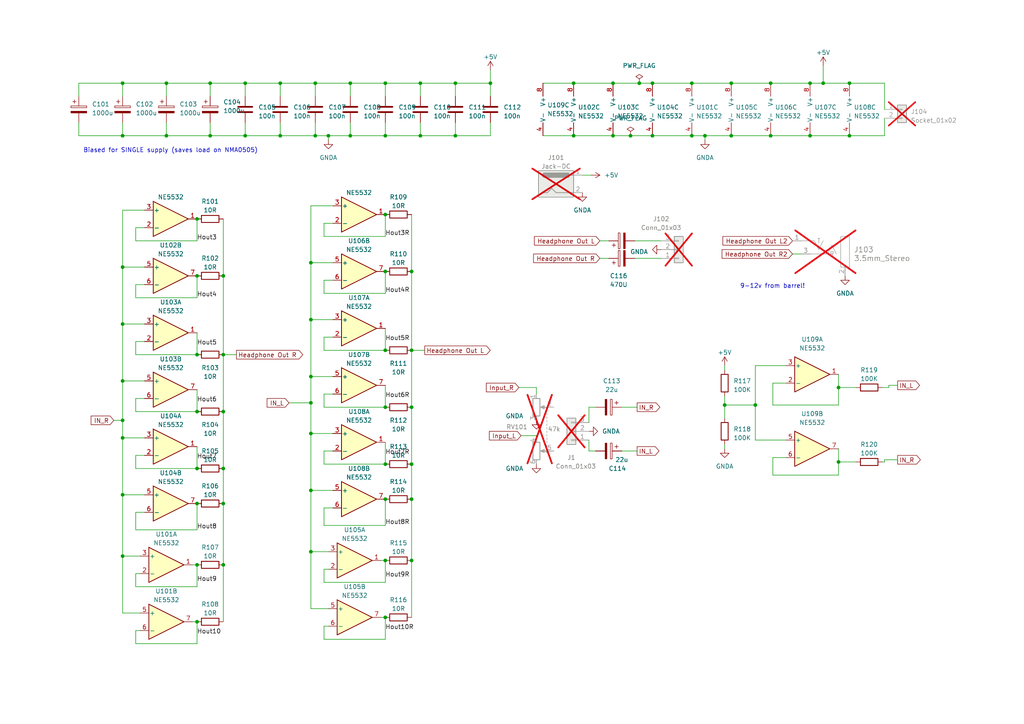
<source format=kicad_sch>
(kicad_sch (version 20230121) (generator eeschema)

  (uuid 0f5d8240-0ba9-4ea4-bf6b-b5e9885b4b95)

  (paper "A4")

  (lib_symbols
    (symbol "Amplifier_Operational:NE5532" (pin_names (offset 0.127)) (in_bom yes) (on_board yes)
      (property "Reference" "U" (at 0 5.08 0)
        (effects (font (size 1.27 1.27)) (justify left))
      )
      (property "Value" "NE5532" (at 0 -5.08 0)
        (effects (font (size 1.27 1.27)) (justify left))
      )
      (property "Footprint" "" (at 0 0 0)
        (effects (font (size 1.27 1.27)) hide)
      )
      (property "Datasheet" "http://www.ti.com/lit/ds/symlink/ne5532.pdf" (at 0 0 0)
        (effects (font (size 1.27 1.27)) hide)
      )
      (property "ki_locked" "" (at 0 0 0)
        (effects (font (size 1.27 1.27)))
      )
      (property "ki_keywords" "dual opamp" (at 0 0 0)
        (effects (font (size 1.27 1.27)) hide)
      )
      (property "ki_description" "Dual Low-Noise Operational Amplifiers, DIP-8/SOIC-8" (at 0 0 0)
        (effects (font (size 1.27 1.27)) hide)
      )
      (property "ki_fp_filters" "SOIC*3.9x4.9mm*P1.27mm* DIP*W7.62mm* TO*99* OnSemi*Micro8* TSSOP*3x3mm*P0.65mm* TSSOP*4.4x3mm*P0.65mm* MSOP*3x3mm*P0.65mm* SSOP*3.9x4.9mm*P0.635mm* LFCSP*2x2mm*P0.5mm* *SIP* SOIC*5.3x6.2mm*P1.27mm*" (at 0 0 0)
        (effects (font (size 1.27 1.27)) hide)
      )
      (symbol "NE5532_1_1"
        (polyline
          (pts
            (xy -5.08 5.08)
            (xy 5.08 0)
            (xy -5.08 -5.08)
            (xy -5.08 5.08)
          )
          (stroke (width 0.254) (type default))
          (fill (type background))
        )
        (pin output line (at 7.62 0 180) (length 2.54)
          (name "~" (effects (font (size 1.27 1.27))))
          (number "1" (effects (font (size 1.27 1.27))))
        )
        (pin input line (at -7.62 -2.54 0) (length 2.54)
          (name "-" (effects (font (size 1.27 1.27))))
          (number "2" (effects (font (size 1.27 1.27))))
        )
        (pin input line (at -7.62 2.54 0) (length 2.54)
          (name "+" (effects (font (size 1.27 1.27))))
          (number "3" (effects (font (size 1.27 1.27))))
        )
      )
      (symbol "NE5532_2_1"
        (polyline
          (pts
            (xy -5.08 5.08)
            (xy 5.08 0)
            (xy -5.08 -5.08)
            (xy -5.08 5.08)
          )
          (stroke (width 0.254) (type default))
          (fill (type background))
        )
        (pin input line (at -7.62 2.54 0) (length 2.54)
          (name "+" (effects (font (size 1.27 1.27))))
          (number "5" (effects (font (size 1.27 1.27))))
        )
        (pin input line (at -7.62 -2.54 0) (length 2.54)
          (name "-" (effects (font (size 1.27 1.27))))
          (number "6" (effects (font (size 1.27 1.27))))
        )
        (pin output line (at 7.62 0 180) (length 2.54)
          (name "~" (effects (font (size 1.27 1.27))))
          (number "7" (effects (font (size 1.27 1.27))))
        )
      )
      (symbol "NE5532_3_1"
        (pin power_in line (at -2.54 -7.62 90) (length 3.81)
          (name "V-" (effects (font (size 1.27 1.27))))
          (number "4" (effects (font (size 1.27 1.27))))
        )
        (pin power_in line (at -2.54 7.62 270) (length 3.81)
          (name "V+" (effects (font (size 1.27 1.27))))
          (number "8" (effects (font (size 1.27 1.27))))
        )
      )
    )
    (symbol "Connector:Jack-DC" (pin_names (offset 1.016)) (in_bom yes) (on_board yes)
      (property "Reference" "J" (at 0 5.334 0)
        (effects (font (size 1.27 1.27)))
      )
      (property "Value" "Jack-DC" (at 0 -5.08 0)
        (effects (font (size 1.27 1.27)))
      )
      (property "Footprint" "" (at 1.27 -1.016 0)
        (effects (font (size 1.27 1.27)) hide)
      )
      (property "Datasheet" "~" (at 1.27 -1.016 0)
        (effects (font (size 1.27 1.27)) hide)
      )
      (property "ki_keywords" "DC power barrel jack connector" (at 0 0 0)
        (effects (font (size 1.27 1.27)) hide)
      )
      (property "ki_description" "DC Barrel Jack" (at 0 0 0)
        (effects (font (size 1.27 1.27)) hide)
      )
      (property "ki_fp_filters" "BarrelJack*" (at 0 0 0)
        (effects (font (size 1.27 1.27)) hide)
      )
      (symbol "Jack-DC_0_1"
        (rectangle (start -5.08 3.81) (end 5.08 -3.81)
          (stroke (width 0.254) (type default))
          (fill (type background))
        )
        (arc (start -3.302 3.175) (mid -3.9343 2.54) (end -3.302 1.905)
          (stroke (width 0.254) (type default))
          (fill (type none))
        )
        (arc (start -3.302 3.175) (mid -3.9343 2.54) (end -3.302 1.905)
          (stroke (width 0.254) (type default))
          (fill (type outline))
        )
        (polyline
          (pts
            (xy 5.08 2.54)
            (xy 3.81 2.54)
          )
          (stroke (width 0.254) (type default))
          (fill (type none))
        )
        (polyline
          (pts
            (xy -3.81 -2.54)
            (xy -2.54 -2.54)
            (xy -1.27 -1.27)
            (xy 0 -2.54)
            (xy 2.54 -2.54)
            (xy 5.08 -2.54)
          )
          (stroke (width 0.254) (type default))
          (fill (type none))
        )
        (rectangle (start 3.683 3.175) (end -3.302 1.905)
          (stroke (width 0.254) (type default))
          (fill (type outline))
        )
      )
      (symbol "Jack-DC_1_1"
        (pin passive line (at 7.62 2.54 180) (length 2.54)
          (name "~" (effects (font (size 1.27 1.27))))
          (number "1" (effects (font (size 1.27 1.27))))
        )
        (pin passive line (at 7.62 -2.54 180) (length 2.54)
          (name "~" (effects (font (size 1.27 1.27))))
          (number "2" (effects (font (size 1.27 1.27))))
        )
      )
    )
    (symbol "Device:C" (pin_numbers hide) (pin_names (offset 0.254)) (in_bom yes) (on_board yes)
      (property "Reference" "C" (at 0.635 2.54 0)
        (effects (font (size 1.27 1.27)) (justify left))
      )
      (property "Value" "C" (at 0.635 -2.54 0)
        (effects (font (size 1.27 1.27)) (justify left))
      )
      (property "Footprint" "" (at 0.9652 -3.81 0)
        (effects (font (size 1.27 1.27)) hide)
      )
      (property "Datasheet" "~" (at 0 0 0)
        (effects (font (size 1.27 1.27)) hide)
      )
      (property "ki_keywords" "cap capacitor" (at 0 0 0)
        (effects (font (size 1.27 1.27)) hide)
      )
      (property "ki_description" "Unpolarized capacitor" (at 0 0 0)
        (effects (font (size 1.27 1.27)) hide)
      )
      (property "ki_fp_filters" "C_*" (at 0 0 0)
        (effects (font (size 1.27 1.27)) hide)
      )
      (symbol "C_0_1"
        (polyline
          (pts
            (xy -2.032 -0.762)
            (xy 2.032 -0.762)
          )
          (stroke (width 0.508) (type default))
          (fill (type none))
        )
        (polyline
          (pts
            (xy -2.032 0.762)
            (xy 2.032 0.762)
          )
          (stroke (width 0.508) (type default))
          (fill (type none))
        )
      )
      (symbol "C_1_1"
        (pin passive line (at 0 3.81 270) (length 2.794)
          (name "~" (effects (font (size 1.27 1.27))))
          (number "1" (effects (font (size 1.27 1.27))))
        )
        (pin passive line (at 0 -3.81 90) (length 2.794)
          (name "~" (effects (font (size 1.27 1.27))))
          (number "2" (effects (font (size 1.27 1.27))))
        )
      )
    )
    (symbol "Device:C_Polarized" (pin_numbers hide) (pin_names (offset 0.254)) (in_bom yes) (on_board yes)
      (property "Reference" "C" (at 0.635 2.54 0)
        (effects (font (size 1.27 1.27)) (justify left))
      )
      (property "Value" "C_Polarized" (at 0.635 -2.54 0)
        (effects (font (size 1.27 1.27)) (justify left))
      )
      (property "Footprint" "" (at 0.9652 -3.81 0)
        (effects (font (size 1.27 1.27)) hide)
      )
      (property "Datasheet" "~" (at 0 0 0)
        (effects (font (size 1.27 1.27)) hide)
      )
      (property "ki_keywords" "cap capacitor" (at 0 0 0)
        (effects (font (size 1.27 1.27)) hide)
      )
      (property "ki_description" "Polarized capacitor" (at 0 0 0)
        (effects (font (size 1.27 1.27)) hide)
      )
      (property "ki_fp_filters" "CP_*" (at 0 0 0)
        (effects (font (size 1.27 1.27)) hide)
      )
      (symbol "C_Polarized_0_1"
        (rectangle (start -2.286 0.508) (end 2.286 1.016)
          (stroke (width 0) (type default))
          (fill (type none))
        )
        (polyline
          (pts
            (xy -1.778 2.286)
            (xy -0.762 2.286)
          )
          (stroke (width 0) (type default))
          (fill (type none))
        )
        (polyline
          (pts
            (xy -1.27 2.794)
            (xy -1.27 1.778)
          )
          (stroke (width 0) (type default))
          (fill (type none))
        )
        (rectangle (start 2.286 -0.508) (end -2.286 -1.016)
          (stroke (width 0) (type default))
          (fill (type outline))
        )
      )
      (symbol "C_Polarized_1_1"
        (pin passive line (at 0 3.81 270) (length 2.794)
          (name "~" (effects (font (size 1.27 1.27))))
          (number "1" (effects (font (size 1.27 1.27))))
        )
        (pin passive line (at 0 -3.81 90) (length 2.794)
          (name "~" (effects (font (size 1.27 1.27))))
          (number "2" (effects (font (size 1.27 1.27))))
        )
      )
    )
    (symbol "Device:R" (pin_numbers hide) (pin_names (offset 0)) (in_bom yes) (on_board yes)
      (property "Reference" "R" (at 2.032 0 90)
        (effects (font (size 1.27 1.27)))
      )
      (property "Value" "R" (at 0 0 90)
        (effects (font (size 1.27 1.27)))
      )
      (property "Footprint" "" (at -1.778 0 90)
        (effects (font (size 1.27 1.27)) hide)
      )
      (property "Datasheet" "~" (at 0 0 0)
        (effects (font (size 1.27 1.27)) hide)
      )
      (property "ki_keywords" "R res resistor" (at 0 0 0)
        (effects (font (size 1.27 1.27)) hide)
      )
      (property "ki_description" "Resistor" (at 0 0 0)
        (effects (font (size 1.27 1.27)) hide)
      )
      (property "ki_fp_filters" "R_*" (at 0 0 0)
        (effects (font (size 1.27 1.27)) hide)
      )
      (symbol "R_0_1"
        (rectangle (start -1.016 -2.54) (end 1.016 2.54)
          (stroke (width 0.254) (type default))
          (fill (type none))
        )
      )
      (symbol "R_1_1"
        (pin passive line (at 0 3.81 270) (length 1.27)
          (name "~" (effects (font (size 1.27 1.27))))
          (number "1" (effects (font (size 1.27 1.27))))
        )
        (pin passive line (at 0 -3.81 90) (length 1.27)
          (name "~" (effects (font (size 1.27 1.27))))
          (number "2" (effects (font (size 1.27 1.27))))
        )
      )
    )
    (symbol "Device:R_Potentiometer_Dual" (pin_names (offset 1.016) hide) (in_bom yes) (on_board yes)
      (property "Reference" "RV" (at 0 3.81 0)
        (effects (font (size 1.27 1.27)))
      )
      (property "Value" "R_Potentiometer_Dual" (at 0 1.905 0)
        (effects (font (size 1.27 1.27)))
      )
      (property "Footprint" "" (at 6.35 -1.905 0)
        (effects (font (size 1.27 1.27)) hide)
      )
      (property "Datasheet" "~" (at 6.35 -1.905 0)
        (effects (font (size 1.27 1.27)) hide)
      )
      (property "ki_keywords" "resistor variable" (at 0 0 0)
        (effects (font (size 1.27 1.27)) hide)
      )
      (property "ki_description" "Dual potentiometer" (at 0 0 0)
        (effects (font (size 1.27 1.27)) hide)
      )
      (property "ki_fp_filters" "Potentiometer*" (at 0 0 0)
        (effects (font (size 1.27 1.27)) hide)
      )
      (symbol "R_Potentiometer_Dual_0_1"
        (rectangle (start -8.89 -1.524) (end -3.81 -3.556)
          (stroke (width 0.254) (type default))
          (fill (type none))
        )
        (polyline
          (pts
            (xy -6.35 0)
            (xy -6.35 -1.016)
          )
          (stroke (width 0) (type default))
          (fill (type none))
        )
        (polyline
          (pts
            (xy -6.35 0)
            (xy -6.35 -1.016)
          )
          (stroke (width 0) (type default))
          (fill (type none))
        )
        (polyline
          (pts
            (xy -6.35 0)
            (xy -5.842 0.508)
          )
          (stroke (width 0) (type default))
          (fill (type none))
        )
        (polyline
          (pts
            (xy -5.588 0.508)
            (xy -5.08 0.508)
          )
          (stroke (width 0) (type default))
          (fill (type none))
        )
        (polyline
          (pts
            (xy -4.572 0.508)
            (xy -4.064 0.508)
          )
          (stroke (width 0) (type default))
          (fill (type none))
        )
        (polyline
          (pts
            (xy -3.556 0.508)
            (xy -3.048 0.508)
          )
          (stroke (width 0) (type default))
          (fill (type none))
        )
        (polyline
          (pts
            (xy -2.54 0.508)
            (xy -2.032 0.508)
          )
          (stroke (width 0) (type default))
          (fill (type none))
        )
        (polyline
          (pts
            (xy -1.524 0.508)
            (xy -1.016 0.508)
          )
          (stroke (width 0) (type default))
          (fill (type none))
        )
        (polyline
          (pts
            (xy -0.508 0.508)
            (xy 0 0.508)
          )
          (stroke (width 0) (type default))
          (fill (type none))
        )
        (polyline
          (pts
            (xy 0.508 0.508)
            (xy 1.016 0.508)
          )
          (stroke (width 0) (type default))
          (fill (type none))
        )
        (polyline
          (pts
            (xy 1.524 0.508)
            (xy 2.032 0.508)
          )
          (stroke (width 0) (type default))
          (fill (type none))
        )
        (polyline
          (pts
            (xy 2.54 0.508)
            (xy 3.048 0.508)
          )
          (stroke (width 0) (type default))
          (fill (type none))
        )
        (polyline
          (pts
            (xy 3.556 0.508)
            (xy 4.064 0.508)
          )
          (stroke (width 0) (type default))
          (fill (type none))
        )
        (polyline
          (pts
            (xy 4.572 0.508)
            (xy 5.08 0.508)
          )
          (stroke (width 0) (type default))
          (fill (type none))
        )
        (polyline
          (pts
            (xy 5.588 0.508)
            (xy 6.096 0.508)
          )
          (stroke (width 0) (type default))
          (fill (type none))
        )
        (polyline
          (pts
            (xy 6.35 0)
            (xy 6.35 -1.016)
          )
          (stroke (width 0) (type default))
          (fill (type none))
        )
        (polyline
          (pts
            (xy 6.35 0)
            (xy 6.35 -1.016)
          )
          (stroke (width 0) (type default))
          (fill (type none))
        )
        (polyline
          (pts
            (xy 6.604 0.508)
            (xy 6.858 0.508)
            (xy 6.35 0)
          )
          (stroke (width 0) (type default))
          (fill (type none))
        )
        (polyline
          (pts
            (xy -6.35 -1.397)
            (xy -6.858 -0.254)
            (xy -5.842 -0.254)
            (xy -6.35 -1.397)
          )
          (stroke (width 0) (type default))
          (fill (type outline))
        )
        (polyline
          (pts
            (xy 6.35 -1.397)
            (xy 5.842 -0.254)
            (xy 6.858 -0.254)
            (xy 6.35 -1.397)
          )
          (stroke (width 0) (type default))
          (fill (type outline))
        )
        (rectangle (start 3.81 -1.524) (end 8.89 -3.556)
          (stroke (width 0.254) (type default))
          (fill (type none))
        )
      )
      (symbol "R_Potentiometer_Dual_1_1"
        (pin passive line (at -10.16 -2.54 0) (length 1.27)
          (name "1" (effects (font (size 1.27 1.27))))
          (number "1" (effects (font (size 1.27 1.27))))
        )
        (pin passive line (at -6.35 2.54 270) (length 2.54)
          (name "2" (effects (font (size 1.27 1.27))))
          (number "2" (effects (font (size 1.27 1.27))))
        )
        (pin passive line (at -2.54 -2.54 180) (length 1.27)
          (name "3" (effects (font (size 1.27 1.27))))
          (number "3" (effects (font (size 1.27 1.27))))
        )
        (pin passive line (at 2.54 -2.54 0) (length 1.27)
          (name "4" (effects (font (size 1.27 1.27))))
          (number "4" (effects (font (size 1.27 1.27))))
        )
        (pin passive line (at 6.35 2.54 270) (length 2.54)
          (name "5" (effects (font (size 1.27 1.27))))
          (number "5" (effects (font (size 1.27 1.27))))
        )
        (pin passive line (at 10.16 -2.54 180) (length 1.27)
          (name "6" (effects (font (size 1.27 1.27))))
          (number "6" (effects (font (size 1.27 1.27))))
        )
      )
    )
    (symbol "PCM_4ms_Connector:Conn_01x03" (pin_names (offset 1.016) hide) (in_bom yes) (on_board yes)
      (property "Reference" "J" (at 0 5.08 0)
        (effects (font (size 1.27 1.27)))
      )
      (property "Value" "Conn_01x03" (at 0 -5.08 0)
        (effects (font (size 1.27 1.27)))
      )
      (property "Footprint" "4ms_Connector:Pins_1x03_2.54mm_TH_AudioInsRGndL" (at 0 6.985 0)
        (effects (font (size 1.27 1.27)) hide)
      )
      (property "Datasheet" "" (at 0 0 0)
        (effects (font (size 1.27 1.27)) hide)
      )
      (property "Specifications" "HEADER 1x3 MALE PINS 0.100” 180deg" (at -2.54 -7.874 0)
        (effects (font (size 1.27 1.27)) (justify left) hide)
      )
      (property "Manufacturer" "TAD" (at -2.54 -9.398 0)
        (effects (font (size 1.27 1.27)) (justify left) hide)
      )
      (property "Part Number" "1-0301FBV0T" (at -2.54 -10.922 0)
        (effects (font (size 1.27 1.27)) (justify left) hide)
      )
      (property "ki_keywords" "Conn_01x03" (at 0 0 0)
        (effects (font (size 1.27 1.27)) hide)
      )
      (property "ki_description" "HEADER 1x3 MALE PINS 0.100” 180deg" (at 0 0 0)
        (effects (font (size 1.27 1.27)) hide)
      )
      (property "ki_fp_filters" "Connector*:*_1x??_*" (at 0 0 0)
        (effects (font (size 1.27 1.27)) hide)
      )
      (symbol "Conn_01x03_1_1"
        (rectangle (start -1.27 -2.413) (end 0 -2.667)
          (stroke (width 0.1524) (type default))
          (fill (type none))
        )
        (rectangle (start -1.27 0.127) (end 0 -0.127)
          (stroke (width 0.1524) (type default))
          (fill (type none))
        )
        (rectangle (start -1.27 2.667) (end 0 2.413)
          (stroke (width 0.1524) (type default))
          (fill (type none))
        )
        (rectangle (start -1.27 3.81) (end 1.27 -3.81)
          (stroke (width 0.254) (type default))
          (fill (type background))
        )
        (pin passive line (at -5.08 2.54 0) (length 3.81)
          (name "Pin_1" (effects (font (size 1.27 1.27))))
          (number "1" (effects (font (size 1.27 1.27))))
        )
        (pin passive line (at -5.08 0 0) (length 3.81)
          (name "Pin_2" (effects (font (size 1.27 1.27))))
          (number "2" (effects (font (size 1.27 1.27))))
        )
        (pin passive line (at -5.08 -2.54 0) (length 3.81)
          (name "Pin_3" (effects (font (size 1.27 1.27))))
          (number "3" (effects (font (size 1.27 1.27))))
        )
      )
    )
    (symbol "PCM_4ms_Connector:Socket_01x02" (pin_names (offset 1.016) hide) (in_bom yes) (on_board yes)
      (property "Reference" "J" (at 0 2.54 0)
        (effects (font (size 1.27 1.27)))
      )
      (property "Value" "Socket_01x02" (at 0 -5.08 0)
        (effects (font (size 1.27 1.27)))
      )
      (property "Footprint" "4ms_Connector:Socket_1x02_2.54mm_TH" (at -0.635 4.445 0)
        (effects (font (size 1.27 1.27)) hide)
      )
      (property "Datasheet" "" (at 0 0 0)
        (effects (font (size 1.27 1.27)) hide)
      )
      (property "Specifications" "Socket Header, 1*2, spacing 2.54mm, Vertical" (at -2.54 -7.874 0)
        (effects (font (size 1.27 1.27)) (justify left) hide)
      )
      (property "Manufacturer" "?" (at -2.54 -9.398 0)
        (effects (font (size 1.27 1.27)) (justify left) hide)
      )
      (property "Part Number" "?" (at -2.54 -10.922 0)
        (effects (font (size 1.27 1.27)) (justify left) hide)
      )
      (property "ki_keywords" "Conn_01x02" (at 0 0 0)
        (effects (font (size 1.27 1.27)) hide)
      )
      (property "ki_description" "HEADER 1x2 MALE PINS 0.100” 180deg" (at 0 0 0)
        (effects (font (size 1.27 1.27)) hide)
      )
      (property "ki_fp_filters" "Connector*:*_??x*mm* Connector*:*1x??x*mm* Pin?Header?Straight?1X* Pin?Header?Angled?1X* Socket?Strip?Straight?1X* Socket?Strip?Angled?1X*" (at 0 0 0)
        (effects (font (size 1.27 1.27)) hide)
      )
      (symbol "Socket_01x02_1_1"
        (rectangle (start -1.27 -2.413) (end 0 -2.667)
          (stroke (width 0.1524) (type default))
          (fill (type none))
        )
        (rectangle (start -1.27 0.127) (end 0 -0.127)
          (stroke (width 0.1524) (type default))
          (fill (type none))
        )
        (rectangle (start -1.27 1.27) (end 1.27 -3.81)
          (stroke (width 0.254) (type default))
          (fill (type background))
        )
        (pin passive line (at -5.08 0 0) (length 3.81)
          (name "Pin_1" (effects (font (size 1.27 1.27))))
          (number "1" (effects (font (size 1.27 1.27))))
        )
        (pin passive line (at -5.08 -2.54 0) (length 3.81)
          (name "Pin_2" (effects (font (size 1.27 1.27))))
          (number "2" (effects (font (size 1.27 1.27))))
        )
      )
    )
    (symbol "PCM_4ms_Jack:3.5mm_Stereo" (pin_names (offset 0) hide) (in_bom yes) (on_board yes)
      (property "Reference" "J" (at -6.35 -7.62 0)
        (effects (font (size 1.524 1.524)))
      )
      (property "Value" "3.5mm_Stereo" (at 6.35 6.604 0)
        (effects (font (size 1.524 1.524)))
      )
      (property "Footprint" "4ms_Jack:EighthInch_Stereo_PJ366ST" (at -10.16 -22.86 0)
        (effects (font (size 1.524 1.524)) (justify left) hide)
      )
      (property "Datasheet" "" (at 2.54 0 0)
        (effects (font (size 1.524 1.524)))
      )
      (property "Specifications" "Audio 3.5mm Jack, Stereo, PC-pin Vertical" (at -10.16 -16.764 0)
        (effects (font (size 1.27 1.27)) (justify left) hide)
      )
      (property "Manufacturer" "Wenzhou QingPu Electronics Co" (at -10.16 -18.288 0)
        (effects (font (size 1.27 1.27)) (justify left) hide)
      )
      (property "Part Number" "WQP-WQP419GR" (at -10.16 -19.812 0)
        (effects (font (size 1.27 1.27)) (justify left) hide)
      )
      (property "ki_keywords" "WQP419GR PJ366ST" (at 0 0 0)
        (effects (font (size 1.27 1.27)) hide)
      )
      (property "ki_description" "Audio 3.5mm Jack, stereo, PC-pin Vertical" (at 0 0 0)
        (effects (font (size 1.27 1.27)) hide)
      )
      (symbol "3.5mm_Stereo_0_0"
        (rectangle (start -6.35 5.08) (end -3.81 -3.81)
          (stroke (width 0) (type default))
          (fill (type none))
        )
        (polyline
          (pts
            (xy 1.27 3.81)
            (xy 2.54 1.27)
            (xy 3.81 3.81)
            (xy 7.62 3.81)
          )
          (stroke (width 0) (type default))
          (fill (type none))
        )
        (text "R" (at -1.27 0 0)
          (effects (font (size 1.27 1.27)))
        )
        (text "T" (at 2.54 3.81 0)
          (effects (font (size 1.27 1.27)))
        )
      )
      (symbol "3.5mm_Stereo_0_1"
        (polyline
          (pts
            (xy 5.08 0)
            (xy 0 0)
            (xy -1.27 2.54)
            (xy -2.54 0)
          )
          (stroke (width 0) (type default))
          (fill (type none))
        )
      )
      (symbol "3.5mm_Stereo_1_1"
        (pin passive line (at 10.16 3.81 180) (length 2.54)
          (name "SIG" (effects (font (size 1.27 1.27))))
          (number "1" (effects (font (size 1.27 1.27))))
        )
        (pin passive line (at -5.08 -6.35 90) (length 2.54)
          (name "SHEILD" (effects (font (size 1.27 1.27))))
          (number "2" (effects (font (size 1.27 1.27))))
        )
        (pin passive line (at 7.62 0 180) (length 2.54)
          (name "SW" (effects (font (size 1.27 1.27))))
          (number "3" (effects (font (size 1.27 1.27))))
        )
      )
    )
    (symbol "PCM_4ms_Power-symbol:GNDA" (power) (pin_numbers hide) (pin_names (offset 0) hide) (in_bom yes) (on_board yes)
      (property "Reference" "#PWR" (at 0 -6.35 0)
        (effects (font (size 1.27 1.27)) hide)
      )
      (property "Value" "GNDA" (at 0 -3.81 0)
        (effects (font (size 1.27 1.27)))
      )
      (property "Footprint" "" (at 0 0 0)
        (effects (font (size 1.27 1.27)) hide)
      )
      (property "Datasheet" "" (at 0 0 0)
        (effects (font (size 1.27 1.27)) hide)
      )
      (property "ki_keywords" "Power Flag Symbol" (at 0 0 0)
        (effects (font (size 1.27 1.27)) hide)
      )
      (property "ki_description" "(analog) ground power-flag symbol" (at 0 0 0)
        (effects (font (size 1.27 1.27)) hide)
      )
      (symbol "GNDA_0_1"
        (polyline
          (pts
            (xy 0 0)
            (xy 0 -1.27)
            (xy 1.27 -1.27)
            (xy 0 -2.54)
            (xy -1.27 -1.27)
            (xy 0 -1.27)
          )
          (stroke (width 0) (type default))
          (fill (type none))
        )
      )
      (symbol "GNDA_1_1"
        (pin power_in line (at 0 0 270) (length 0) hide
          (name "GNDA" (effects (font (size 1.27 1.27))))
          (number "1" (effects (font (size 1.27 1.27))))
        )
      )
    )
    (symbol "power:+5V" (power) (pin_names (offset 0)) (in_bom yes) (on_board yes)
      (property "Reference" "#PWR" (at 0 -3.81 0)
        (effects (font (size 1.27 1.27)) hide)
      )
      (property "Value" "+5V" (at 0 3.556 0)
        (effects (font (size 1.27 1.27)))
      )
      (property "Footprint" "" (at 0 0 0)
        (effects (font (size 1.27 1.27)) hide)
      )
      (property "Datasheet" "" (at 0 0 0)
        (effects (font (size 1.27 1.27)) hide)
      )
      (property "ki_keywords" "global power" (at 0 0 0)
        (effects (font (size 1.27 1.27)) hide)
      )
      (property "ki_description" "Power symbol creates a global label with name \"+5V\"" (at 0 0 0)
        (effects (font (size 1.27 1.27)) hide)
      )
      (symbol "+5V_0_1"
        (polyline
          (pts
            (xy -0.762 1.27)
            (xy 0 2.54)
          )
          (stroke (width 0) (type default))
          (fill (type none))
        )
        (polyline
          (pts
            (xy 0 0)
            (xy 0 2.54)
          )
          (stroke (width 0) (type default))
          (fill (type none))
        )
        (polyline
          (pts
            (xy 0 2.54)
            (xy 0.762 1.27)
          )
          (stroke (width 0) (type default))
          (fill (type none))
        )
      )
      (symbol "+5V_1_1"
        (pin power_in line (at 0 0 90) (length 0) hide
          (name "+5V" (effects (font (size 1.27 1.27))))
          (number "1" (effects (font (size 1.27 1.27))))
        )
      )
    )
    (symbol "power:GNDA" (power) (pin_names (offset 0)) (in_bom yes) (on_board yes)
      (property "Reference" "#PWR" (at 0 -6.35 0)
        (effects (font (size 1.27 1.27)) hide)
      )
      (property "Value" "GNDA" (at 0 -3.81 0)
        (effects (font (size 1.27 1.27)))
      )
      (property "Footprint" "" (at 0 0 0)
        (effects (font (size 1.27 1.27)) hide)
      )
      (property "Datasheet" "" (at 0 0 0)
        (effects (font (size 1.27 1.27)) hide)
      )
      (property "ki_keywords" "global power" (at 0 0 0)
        (effects (font (size 1.27 1.27)) hide)
      )
      (property "ki_description" "Power symbol creates a global label with name \"GNDA\" , analog ground" (at 0 0 0)
        (effects (font (size 1.27 1.27)) hide)
      )
      (symbol "GNDA_0_1"
        (polyline
          (pts
            (xy 0 0)
            (xy 0 -1.27)
            (xy 1.27 -1.27)
            (xy 0 -2.54)
            (xy -1.27 -1.27)
            (xy 0 -1.27)
          )
          (stroke (width 0) (type default))
          (fill (type none))
        )
      )
      (symbol "GNDA_1_1"
        (pin power_in line (at 0 0 270) (length 0) hide
          (name "GNDA" (effects (font (size 1.27 1.27))))
          (number "1" (effects (font (size 1.27 1.27))))
        )
      )
    )
    (symbol "power:PWR_FLAG" (power) (pin_numbers hide) (pin_names (offset 0) hide) (in_bom yes) (on_board yes)
      (property "Reference" "#FLG" (at 0 1.905 0)
        (effects (font (size 1.27 1.27)) hide)
      )
      (property "Value" "PWR_FLAG" (at 0 3.81 0)
        (effects (font (size 1.27 1.27)))
      )
      (property "Footprint" "" (at 0 0 0)
        (effects (font (size 1.27 1.27)) hide)
      )
      (property "Datasheet" "~" (at 0 0 0)
        (effects (font (size 1.27 1.27)) hide)
      )
      (property "ki_keywords" "flag power" (at 0 0 0)
        (effects (font (size 1.27 1.27)) hide)
      )
      (property "ki_description" "Special symbol for telling ERC where power comes from" (at 0 0 0)
        (effects (font (size 1.27 1.27)) hide)
      )
      (symbol "PWR_FLAG_0_0"
        (pin power_out line (at 0 0 90) (length 0)
          (name "pwr" (effects (font (size 1.27 1.27))))
          (number "1" (effects (font (size 1.27 1.27))))
        )
      )
      (symbol "PWR_FLAG_0_1"
        (polyline
          (pts
            (xy 0 0)
            (xy 0 1.27)
            (xy -1.016 1.905)
            (xy 0 2.54)
            (xy 1.016 1.905)
            (xy 0 1.27)
          )
          (stroke (width 0) (type default))
          (fill (type none))
        )
      )
    )
  )

  (junction (at 35.56 24.13) (diameter 0) (color 0 0 0 0)
    (uuid 05149f44-6953-49a1-b155-1c57966133da)
  )
  (junction (at 119.38 78.74) (diameter 0) (color 0 0 0 0)
    (uuid 0c328892-81fe-4a32-9afb-b4ef28ec20c4)
  )
  (junction (at 64.77 80.01) (diameter 0) (color 0 0 0 0)
    (uuid 0e814375-074d-406c-aab1-f1183d9ee84b)
  )
  (junction (at 57.15 102.87) (diameter 0) (color 0 0 0 0)
    (uuid 12802961-2426-4f83-80d3-6330fd7ebc2a)
  )
  (junction (at 57.15 146.05) (diameter 0) (color 0 0 0 0)
    (uuid 165f61f3-2595-4c1e-a4d4-136a8a1bf371)
  )
  (junction (at 60.96 24.13) (diameter 0) (color 0 0 0 0)
    (uuid 17273877-4abb-426c-9e5e-2514a74a9355)
  )
  (junction (at 35.56 143.51) (diameter 0) (color 0 0 0 0)
    (uuid 18bfa276-928b-4d5c-84dc-ef9c771bb20c)
  )
  (junction (at 64.77 119.38) (diameter 0) (color 0 0 0 0)
    (uuid 1caefc69-ea1e-4f63-a894-8c90ff5cd997)
  )
  (junction (at 48.26 39.37) (diameter 0) (color 0 0 0 0)
    (uuid 1ceb4f68-01c6-46b6-8fed-4a4fffba6663)
  )
  (junction (at 64.77 135.89) (diameter 0) (color 0 0 0 0)
    (uuid 20219a59-72d3-44e1-9129-e4581d84eaf7)
  )
  (junction (at 219.075 117.475) (diameter 0) (color 0 0 0 0)
    (uuid 24e21748-e08e-4eb9-9308-45b74ae725e5)
  )
  (junction (at 95.25 39.37) (diameter 0) (color 0 0 0 0)
    (uuid 2b9622ee-4466-49cb-bf66-b4c09ebdbbc7)
  )
  (junction (at 57.15 119.38) (diameter 0) (color 0 0 0 0)
    (uuid 2e17469a-b922-41e2-b2f5-0d2152940eed)
  )
  (junction (at 57.15 180.34) (diameter 0) (color 0 0 0 0)
    (uuid 2e59d1c9-140e-4436-b40e-331488fc590c)
  )
  (junction (at 90.17 92.71) (diameter 0) (color 0 0 0 0)
    (uuid 2e6e873e-746e-43c7-acb0-c52c181e9385)
  )
  (junction (at 238.76 24.13) (diameter 0) (color 0 0 0 0)
    (uuid 2f37456b-6b21-4720-b97b-0f9095c17019)
  )
  (junction (at 64.77 163.83) (diameter 0) (color 0 0 0 0)
    (uuid 315c3c1a-4f85-4439-b81c-f65c3fbae791)
  )
  (junction (at 210.185 117.475) (diameter 0) (color 0 0 0 0)
    (uuid 32c578b9-e360-458e-aaa4-ba546f92b605)
  )
  (junction (at 111.76 179.07) (diameter 0) (color 0 0 0 0)
    (uuid 33d93271-5efc-4b86-b9a8-7834b47320d9)
  )
  (junction (at 234.95 24.13) (diameter 0) (color 0 0 0 0)
    (uuid 348fc75a-2fd3-4b57-819c-0940769bde0b)
  )
  (junction (at 111.76 78.74) (diameter 0) (color 0 0 0 0)
    (uuid 34fd0575-19ab-4628-8d06-ac7296234afb)
  )
  (junction (at 243.205 133.985) (diameter 0) (color 0 0 0 0)
    (uuid 37107c44-e6d7-455c-8075-d11e992a2544)
  )
  (junction (at 200.66 39.37) (diameter 0) (color 0 0 0 0)
    (uuid 3a3ad57e-80af-4d0a-9995-8a5bcc26c943)
  )
  (junction (at 35.56 161.29) (diameter 0) (color 0 0 0 0)
    (uuid 3ad1beab-247e-4856-8226-79bd269100e4)
  )
  (junction (at 101.6 39.37) (diameter 0) (color 0 0 0 0)
    (uuid 3b5e9ab9-ebd3-4513-9eb4-b73cbcd981b4)
  )
  (junction (at 90.17 125.73) (diameter 0) (color 0 0 0 0)
    (uuid 3ce0c0ee-a25f-4b93-b34d-12a13d69df0f)
  )
  (junction (at 189.23 39.37) (diameter 0) (color 0 0 0 0)
    (uuid 4608a274-2d07-462f-b48d-b7ea50bdbfd0)
  )
  (junction (at 35.56 110.49) (diameter 0) (color 0 0 0 0)
    (uuid 4b691328-b12b-4d24-afdd-488bfda04b54)
  )
  (junction (at 132.08 24.13) (diameter 0) (color 0 0 0 0)
    (uuid 4c7ec318-2c82-42b5-be28-853738a4da2a)
  )
  (junction (at 121.92 24.13) (diameter 0) (color 0 0 0 0)
    (uuid 4e74675d-3cf6-4a93-95ac-2ccaeb53a2f0)
  )
  (junction (at 60.96 39.37) (diameter 0) (color 0 0 0 0)
    (uuid 53fde6b3-6fab-4119-9961-71a3c5dca42d)
  )
  (junction (at 90.17 76.2) (diameter 0) (color 0 0 0 0)
    (uuid 5636f5a1-955c-4aea-a45e-03db1b8822e1)
  )
  (junction (at 189.23 24.13) (diameter 0) (color 0 0 0 0)
    (uuid 590bdd1a-5e54-4cc7-b76a-6d74e23e0945)
  )
  (junction (at 177.8 24.13) (diameter 0) (color 0 0 0 0)
    (uuid 5f42e8b9-173a-4ae8-a630-32f13066e6c3)
  )
  (junction (at 246.38 39.37) (diameter 0) (color 0 0 0 0)
    (uuid 64edfdfa-8a5e-4e43-b244-b444b2141600)
  )
  (junction (at 111.76 118.11) (diameter 0) (color 0 0 0 0)
    (uuid 69a01d1d-dee6-4ec2-b76a-48b8414cffe6)
  )
  (junction (at 142.24 24.13) (diameter 0) (color 0 0 0 0)
    (uuid 69b6e56d-ca7b-4a6f-8b06-09e5970cc620)
  )
  (junction (at 91.44 39.37) (diameter 0) (color 0 0 0 0)
    (uuid 6ad0e785-bf03-41e0-b4ee-22f7537289a5)
  )
  (junction (at 243.205 112.395) (diameter 0) (color 0 0 0 0)
    (uuid 6c18b564-7b63-47fd-9cd0-99a6fd0df691)
  )
  (junction (at 48.26 24.13) (diameter 0) (color 0 0 0 0)
    (uuid 705a6b01-a45a-418a-85ec-883f61a293ca)
  )
  (junction (at 57.15 80.01) (diameter 0) (color 0 0 0 0)
    (uuid 761fe2e9-1ccc-4e66-a887-34dd8ec4114d)
  )
  (junction (at 91.44 24.13) (diameter 0) (color 0 0 0 0)
    (uuid 77095426-ed7e-4045-85f1-cd4fcf72e695)
  )
  (junction (at 90.17 109.22) (diameter 0) (color 0 0 0 0)
    (uuid 77866204-2b72-44c6-9d49-0c9e7e317f95)
  )
  (junction (at 57.15 63.5) (diameter 0) (color 0 0 0 0)
    (uuid 77bcfa8c-b250-4d26-85ea-5cc6ac48f929)
  )
  (junction (at 119.38 134.62) (diameter 0) (color 0 0 0 0)
    (uuid 7f171cc1-7412-4f5e-8e9f-016c90294e54)
  )
  (junction (at 111.76 62.23) (diameter 0) (color 0 0 0 0)
    (uuid 7f8e67af-a520-4a7d-8114-7b2a0f3ef51b)
  )
  (junction (at 111.76 101.6) (diameter 0) (color 0 0 0 0)
    (uuid 8a7a3fed-8bd2-4a36-b7bf-43616ff4a942)
  )
  (junction (at 212.09 39.37) (diameter 0) (color 0 0 0 0)
    (uuid 8c04a3b3-d842-4eba-876e-6001659260ff)
  )
  (junction (at 35.56 77.47) (diameter 0) (color 0 0 0 0)
    (uuid 8d74c6c5-6eec-45e3-96db-c1cb40c8e6e8)
  )
  (junction (at 90.17 160.02) (diameter 0) (color 0 0 0 0)
    (uuid 90934e95-f653-4a56-b6a6-9cf40d49341b)
  )
  (junction (at 119.38 101.6) (diameter 0) (color 0 0 0 0)
    (uuid 914ad735-a060-48e9-a62c-2800df85d1be)
  )
  (junction (at 71.12 24.13) (diameter 0) (color 0 0 0 0)
    (uuid 91eed934-3431-42fb-9ec2-a826ce699c24)
  )
  (junction (at 185.42 24.13) (diameter 0) (color 0 0 0 0)
    (uuid 932cea00-c99b-45f5-89b8-db34927e2fa8)
  )
  (junction (at 35.56 121.92) (diameter 0) (color 0 0 0 0)
    (uuid 9d69bef6-f52a-4854-8f66-05669e6235b2)
  )
  (junction (at 111.76 162.56) (diameter 0) (color 0 0 0 0)
    (uuid 9dbec265-a53e-4492-be00-460b70530a39)
  )
  (junction (at 35.56 127) (diameter 0) (color 0 0 0 0)
    (uuid a1749197-ad24-4082-9f3f-d2b89dc0098f)
  )
  (junction (at 111.76 24.13) (diameter 0) (color 0 0 0 0)
    (uuid a5704b8e-a146-4258-8e25-f850b2ec24b1)
  )
  (junction (at 177.8 39.37) (diameter 0) (color 0 0 0 0)
    (uuid a84c395c-0b96-429b-8296-ccb2e8fc278a)
  )
  (junction (at 166.37 39.37) (diameter 0) (color 0 0 0 0)
    (uuid a8812812-f8a1-4979-9507-0200999299ae)
  )
  (junction (at 111.76 144.78) (diameter 0) (color 0 0 0 0)
    (uuid ac3a99ba-98db-4d93-9ec8-6e6d1d3a034e)
  )
  (junction (at 223.52 39.37) (diameter 0) (color 0 0 0 0)
    (uuid acd86ae4-0a92-4c98-a657-b62ee0c3a1de)
  )
  (junction (at 101.6 24.13) (diameter 0) (color 0 0 0 0)
    (uuid ad4be1c7-c801-455d-bc2f-2ff2455cd662)
  )
  (junction (at 57.15 135.89) (diameter 0) (color 0 0 0 0)
    (uuid b24dec39-8c7a-4349-9ec3-7a17d774d259)
  )
  (junction (at 71.12 39.37) (diameter 0) (color 0 0 0 0)
    (uuid b8febd8d-11e1-4856-bdbd-4e8f0ba52e8c)
  )
  (junction (at 121.92 39.37) (diameter 0) (color 0 0 0 0)
    (uuid ba922ff0-fc1d-4954-8535-9d70361a0968)
  )
  (junction (at 182.88 39.37) (diameter 0) (color 0 0 0 0)
    (uuid bd6faf86-9786-4c54-a408-6737c915f8e3)
  )
  (junction (at 111.76 134.62) (diameter 0) (color 0 0 0 0)
    (uuid bedaf0f4-c7ed-4a30-b193-a3465335df88)
  )
  (junction (at 57.15 163.83) (diameter 0) (color 0 0 0 0)
    (uuid c184ae81-f296-4906-867b-0b5b78b61424)
  )
  (junction (at 64.77 146.05) (diameter 0) (color 0 0 0 0)
    (uuid c250c7f9-b533-4066-b78f-474c624309dc)
  )
  (junction (at 81.28 39.37) (diameter 0) (color 0 0 0 0)
    (uuid c4215d66-d57b-4b85-924e-b04087a88d54)
  )
  (junction (at 234.95 39.37) (diameter 0) (color 0 0 0 0)
    (uuid c51958ee-2d52-47ff-962c-ca1906b0d34a)
  )
  (junction (at 35.56 39.37) (diameter 0) (color 0 0 0 0)
    (uuid c61745ee-2318-4c3b-899b-f43a490c6cf0)
  )
  (junction (at 81.28 24.13) (diameter 0) (color 0 0 0 0)
    (uuid c641068a-3e58-4869-a413-f0466c5a23a8)
  )
  (junction (at 212.09 24.13) (diameter 0) (color 0 0 0 0)
    (uuid c7b73639-e465-4886-a92b-375f434421b3)
  )
  (junction (at 166.37 24.13) (diameter 0) (color 0 0 0 0)
    (uuid cc3b56df-c65e-42bf-beac-9220511b17b6)
  )
  (junction (at 200.66 24.13) (diameter 0) (color 0 0 0 0)
    (uuid cfb1b965-f405-49de-a45d-0794a8baeef7)
  )
  (junction (at 246.38 24.13) (diameter 0) (color 0 0 0 0)
    (uuid d290541e-3639-4334-9788-dd7eca32c841)
  )
  (junction (at 119.38 118.11) (diameter 0) (color 0 0 0 0)
    (uuid d3217654-f614-457a-9a27-0bd08f0f08fc)
  )
  (junction (at 90.17 116.84) (diameter 0) (color 0 0 0 0)
    (uuid d9950abe-e793-4d7f-9c86-04cffd2554a2)
  )
  (junction (at 64.77 102.87) (diameter 0) (color 0 0 0 0)
    (uuid e1da5e31-3c2a-4cf1-bae8-a8056e188a2d)
  )
  (junction (at 35.56 93.98) (diameter 0) (color 0 0 0 0)
    (uuid e689b33a-b0ee-42cb-81f1-3706f8a09273)
  )
  (junction (at 204.47 39.37) (diameter 0) (color 0 0 0 0)
    (uuid ec5f10ba-5019-4594-b7d9-b668e75b633a)
  )
  (junction (at 90.17 142.24) (diameter 0) (color 0 0 0 0)
    (uuid f1eaeb88-6249-4f02-9c00-812123e41854)
  )
  (junction (at 132.08 39.37) (diameter 0) (color 0 0 0 0)
    (uuid f3f3d7a9-ddc4-4794-9917-5fd230eb4edb)
  )
  (junction (at 111.76 39.37) (diameter 0) (color 0 0 0 0)
    (uuid f711059c-9c83-401e-b51f-b77554561f7e)
  )
  (junction (at 119.38 144.78) (diameter 0) (color 0 0 0 0)
    (uuid f86b44c3-f1de-4a6a-a940-5f10bedc9ae8)
  )
  (junction (at 119.38 162.56) (diameter 0) (color 0 0 0 0)
    (uuid f8f82305-6e17-4bb3-829f-763529279c24)
  )
  (junction (at 223.52 24.13) (diameter 0) (color 0 0 0 0)
    (uuid ffc3c0e8-665f-4262-ba7c-ad2643de2d26)
  )

  (wire (pts (xy 210.185 114.935) (xy 210.185 117.475))
    (stroke (width 0) (type default))
    (uuid 02fe9661-0638-4fe4-ba96-c25c461ce9ed)
  )
  (wire (pts (xy 200.66 39.37) (xy 204.47 39.37))
    (stroke (width 0) (type default))
    (uuid 046aa9e3-09d8-46f6-bb03-50fc1d614127)
  )
  (wire (pts (xy 119.38 101.6) (xy 119.38 118.11))
    (stroke (width 0) (type default))
    (uuid 04730d39-7ebb-4bed-a09a-86bb113d1391)
  )
  (wire (pts (xy 41.91 115.57) (xy 39.37 115.57))
    (stroke (width 0) (type default))
    (uuid 047e4f3f-b19f-41b5-9f9f-03280adddb22)
  )
  (wire (pts (xy 35.56 27.94) (xy 35.56 24.13))
    (stroke (width 0) (type default))
    (uuid 04a4641b-96f2-4864-96eb-9e269aa19e32)
  )
  (wire (pts (xy 39.37 153.67) (xy 57.15 153.67))
    (stroke (width 0) (type default))
    (uuid 0556b6c0-3eb6-497f-a591-95c92b3c394a)
  )
  (wire (pts (xy 95.25 160.02) (xy 90.17 160.02))
    (stroke (width 0) (type default))
    (uuid 072572b6-de5f-4dad-90c0-77650a7ded48)
  )
  (wire (pts (xy 111.76 68.58) (xy 93.98 68.58))
    (stroke (width 0) (type default))
    (uuid 09f67674-e141-4ea9-8630-72a8b116d0ad)
  )
  (wire (pts (xy 93.98 81.28) (xy 96.52 81.28))
    (stroke (width 0) (type default))
    (uuid 0a563e51-0c02-4bab-9d59-e5c0c728fc55)
  )
  (wire (pts (xy 119.38 144.78) (xy 119.38 162.56))
    (stroke (width 0) (type default))
    (uuid 0d4c852d-9b59-4117-9028-b20dfaa4d5bb)
  )
  (wire (pts (xy 90.17 176.53) (xy 95.25 176.53))
    (stroke (width 0) (type default))
    (uuid 109c5a33-1a14-49ab-81b3-40cb2033847d)
  )
  (wire (pts (xy 256.54 133.35) (xy 256.54 133.985))
    (stroke (width 0) (type default))
    (uuid 10f623f1-1618-441a-b4da-ae7e37dbd676)
  )
  (wire (pts (xy 204.47 39.37) (xy 212.09 39.37))
    (stroke (width 0) (type default))
    (uuid 121ed546-c2c3-4bb8-a33e-a9e9eec1eba2)
  )
  (wire (pts (xy 93.98 101.6) (xy 111.76 101.6))
    (stroke (width 0) (type default))
    (uuid 13404307-bd84-4729-a7b0-2cd00cc6fd19)
  )
  (wire (pts (xy 111.76 85.09) (xy 111.76 78.74))
    (stroke (width 0) (type default))
    (uuid 1425374f-634b-46a4-8736-b29012c3658f)
  )
  (wire (pts (xy 212.09 24.13) (xy 223.52 24.13))
    (stroke (width 0) (type default))
    (uuid 14289694-3974-4e38-9d08-d59cf2cd69a9)
  )
  (wire (pts (xy 223.52 24.13) (xy 234.95 24.13))
    (stroke (width 0) (type default))
    (uuid 145ccc28-7ae9-41ee-a1b5-a3d0f3c3a607)
  )
  (wire (pts (xy 35.56 127) (xy 35.56 143.51))
    (stroke (width 0) (type default))
    (uuid 164f4c43-33db-4d08-b277-f0123cb86f91)
  )
  (wire (pts (xy 35.56 60.96) (xy 35.56 77.47))
    (stroke (width 0) (type default))
    (uuid 16fde02f-5d4c-49b9-bf50-9607d56e82d7)
  )
  (wire (pts (xy 35.56 177.8) (xy 40.64 177.8))
    (stroke (width 0) (type default))
    (uuid 174d60c1-d37c-4d72-8b78-db6a9f8d65b8)
  )
  (wire (pts (xy 111.76 27.94) (xy 111.76 24.13))
    (stroke (width 0) (type default))
    (uuid 18b93f03-2858-4d4a-a448-c203d9395ec3)
  )
  (wire (pts (xy 90.17 116.84) (xy 90.17 125.73))
    (stroke (width 0) (type default))
    (uuid 18ccab4f-4cb0-4c7f-bcb1-349818348a58)
  )
  (wire (pts (xy 35.56 35.56) (xy 35.56 39.37))
    (stroke (width 0) (type default))
    (uuid 198386fd-8a5c-4c97-a3b9-c7dc7790f807)
  )
  (wire (pts (xy 111.76 62.23) (xy 111.76 68.58))
    (stroke (width 0) (type default))
    (uuid 1a4380ca-d7ca-414e-852c-5b967a07e352)
  )
  (wire (pts (xy 57.15 129.54) (xy 57.15 135.89))
    (stroke (width 0) (type default))
    (uuid 1bd211e3-b58c-4d82-84f0-b2d86599b9f0)
  )
  (wire (pts (xy 35.56 143.51) (xy 41.91 143.51))
    (stroke (width 0) (type default))
    (uuid 1c645505-834f-4fd6-a233-9f096b6cb24d)
  )
  (wire (pts (xy 111.76 24.13) (xy 121.92 24.13))
    (stroke (width 0) (type default))
    (uuid 1f02e55f-59b0-418e-8f86-6d3d3c3b670c)
  )
  (wire (pts (xy 57.15 113.03) (xy 57.15 119.38))
    (stroke (width 0) (type default))
    (uuid 20d96e42-ef9c-45a3-996b-b6d34f57f8d7)
  )
  (wire (pts (xy 95.25 39.37) (xy 101.6 39.37))
    (stroke (width 0) (type default))
    (uuid 2124fde3-613a-455d-b51b-04d570e8d4cd)
  )
  (wire (pts (xy 101.6 24.13) (xy 111.76 24.13))
    (stroke (width 0) (type default))
    (uuid 21498314-4b53-496a-8771-7846a3818cc6)
  )
  (wire (pts (xy 57.15 86.36) (xy 57.15 80.01))
    (stroke (width 0) (type default))
    (uuid 23202d26-490d-40ec-980a-a1b1b48f6f70)
  )
  (wire (pts (xy 64.77 80.01) (xy 64.77 102.87))
    (stroke (width 0) (type default))
    (uuid 23253e7f-f257-4448-8eeb-2bc43e07fb9f)
  )
  (wire (pts (xy 90.17 109.22) (xy 96.52 109.22))
    (stroke (width 0) (type default))
    (uuid 23ac378f-2be7-46ec-9366-a134873a8ddb)
  )
  (wire (pts (xy 257.81 111.76) (xy 257.81 112.395))
    (stroke (width 0) (type default))
    (uuid 259aeb7a-fcc5-4b0b-919d-36a9698af909)
  )
  (wire (pts (xy 111.76 95.25) (xy 111.76 101.6))
    (stroke (width 0) (type default))
    (uuid 2a645b51-4acf-476b-83fb-1b45a2c15808)
  )
  (wire (pts (xy 22.86 35.56) (xy 22.86 39.37))
    (stroke (width 0) (type default))
    (uuid 2ab1009e-bac7-464d-83d4-bc32a93689e7)
  )
  (wire (pts (xy 96.52 114.3) (xy 93.98 114.3))
    (stroke (width 0) (type default))
    (uuid 2b08dd88-55fe-4282-9b57-b6371905164f)
  )
  (wire (pts (xy 33.02 121.92) (xy 35.56 121.92))
    (stroke (width 0) (type default))
    (uuid 2cb98469-b4bb-4acf-b560-e8b25fc2c275)
  )
  (wire (pts (xy 204.47 39.37) (xy 204.47 40.64))
    (stroke (width 0) (type default))
    (uuid 2cc319df-2110-4c9c-aa86-cca40a348cbd)
  )
  (wire (pts (xy 90.17 125.73) (xy 96.52 125.73))
    (stroke (width 0) (type default))
    (uuid 313ce9a0-0c0c-4007-92a8-6628b5dc05ab)
  )
  (wire (pts (xy 39.37 82.55) (xy 41.91 82.55))
    (stroke (width 0) (type default))
    (uuid 325e7ba2-3a15-4812-8747-1f73a13912ae)
  )
  (wire (pts (xy 121.92 35.56) (xy 121.92 39.37))
    (stroke (width 0) (type default))
    (uuid 326bb212-032f-4c6a-a6fe-3ba92e417967)
  )
  (wire (pts (xy 111.76 168.91) (xy 111.76 162.56))
    (stroke (width 0) (type default))
    (uuid 34b33c6d-e3d7-4464-84a4-4594a3a12e5c)
  )
  (wire (pts (xy 119.38 78.74) (xy 119.38 101.6))
    (stroke (width 0) (type default))
    (uuid 34d9fd35-12d9-4c41-9510-ca9b945b5203)
  )
  (wire (pts (xy 90.17 59.69) (xy 96.52 59.69))
    (stroke (width 0) (type default))
    (uuid 3548689b-22e6-4d11-935b-cde58e2aecc8)
  )
  (wire (pts (xy 212.09 39.37) (xy 223.52 39.37))
    (stroke (width 0) (type default))
    (uuid 364143a0-9431-4bcf-a384-a00795c1bbe2)
  )
  (wire (pts (xy 71.12 39.37) (xy 81.28 39.37))
    (stroke (width 0) (type default))
    (uuid 364981a7-8040-428a-b087-65403655a1bb)
  )
  (wire (pts (xy 81.28 27.94) (xy 81.28 24.13))
    (stroke (width 0) (type default))
    (uuid 369f3f98-6032-4c08-8c74-810944d7913e)
  )
  (wire (pts (xy 256.54 24.13) (xy 256.54 31.75))
    (stroke (width 0) (type default))
    (uuid 37797306-9fad-4856-9d8e-0075d7e813e8)
  )
  (wire (pts (xy 35.56 24.13) (xy 48.26 24.13))
    (stroke (width 0) (type default))
    (uuid 399a4d82-1ca3-4001-9327-5d30479d7398)
  )
  (wire (pts (xy 60.96 27.94) (xy 60.96 24.13))
    (stroke (width 0) (type default))
    (uuid 39d57695-4118-4e0a-9095-5f56c2412499)
  )
  (wire (pts (xy 57.15 146.05) (xy 57.15 153.67))
    (stroke (width 0) (type default))
    (uuid 3a1bfa00-9478-47fa-a65d-53d83cad1f57)
  )
  (wire (pts (xy 35.56 121.92) (xy 35.56 127))
    (stroke (width 0) (type default))
    (uuid 3acc457c-1375-4ab9-9225-5628e1a9fec6)
  )
  (wire (pts (xy 248.285 112.395) (xy 243.205 112.395))
    (stroke (width 0) (type default))
    (uuid 3c34af34-51a1-4162-9601-8ee8a4a9e67b)
  )
  (wire (pts (xy 119.38 134.62) (xy 119.38 144.78))
    (stroke (width 0) (type default))
    (uuid 3d95eb98-a682-4e95-b1d3-3206cbbb1202)
  )
  (wire (pts (xy 35.56 60.96) (xy 41.91 60.96))
    (stroke (width 0) (type default))
    (uuid 3dbbf3b7-2d06-4c2f-b810-14e3bc9611b8)
  )
  (wire (pts (xy 39.37 166.37) (xy 39.37 170.18))
    (stroke (width 0) (type default))
    (uuid 3f5a19d7-eb68-4d33-9fe8-ed6d2e6bd189)
  )
  (wire (pts (xy 166.37 39.37) (xy 177.8 39.37))
    (stroke (width 0) (type default))
    (uuid 3f7779d5-1bd4-4404-a7c4-21de29ff605d)
  )
  (wire (pts (xy 90.17 59.69) (xy 90.17 76.2))
    (stroke (width 0) (type default))
    (uuid 3f96cba1-b7fc-43ef-8b92-d7e67ad10eba)
  )
  (wire (pts (xy 57.15 96.52) (xy 57.15 102.87))
    (stroke (width 0) (type default))
    (uuid 3fc03d48-a803-4a49-b1b4-35feca1ace23)
  )
  (wire (pts (xy 93.98 81.28) (xy 93.98 85.09))
    (stroke (width 0) (type default))
    (uuid 4016157b-3d39-4e1c-967d-816bd1e4c050)
  )
  (wire (pts (xy 111.76 35.56) (xy 111.76 39.37))
    (stroke (width 0) (type default))
    (uuid 4016b04d-f099-4e53-acb3-f789fe60de72)
  )
  (wire (pts (xy 168.91 50.8) (xy 171.45 50.8))
    (stroke (width 0) (type default))
    (uuid 4079d2b2-ecb2-48ba-a96c-e829315c3864)
  )
  (wire (pts (xy 90.17 109.22) (xy 90.17 92.71))
    (stroke (width 0) (type default))
    (uuid 41df6a1d-3965-441c-9473-137f9ec4bb0d)
  )
  (wire (pts (xy 210.185 117.475) (xy 219.075 117.475))
    (stroke (width 0) (type default))
    (uuid 4286b9bd-d374-4980-a127-54ce6d6c3ef2)
  )
  (wire (pts (xy 256.54 133.985) (xy 255.905 133.985))
    (stroke (width 0) (type default))
    (uuid 42decf3b-becb-4575-a090-a50296bae3d5)
  )
  (wire (pts (xy 157.48 24.13) (xy 166.37 24.13))
    (stroke (width 0) (type default))
    (uuid 42eedb70-5aab-4f0b-b8e9-7903f83c4953)
  )
  (wire (pts (xy 35.56 93.98) (xy 41.91 93.98))
    (stroke (width 0) (type default))
    (uuid 435e5849-2d23-485f-b514-1f54a71cd6c5)
  )
  (wire (pts (xy 40.64 161.29) (xy 35.56 161.29))
    (stroke (width 0) (type default))
    (uuid 46a62cdf-72ca-42e8-a4b9-286c526eba4e)
  )
  (wire (pts (xy 111.76 39.37) (xy 121.92 39.37))
    (stroke (width 0) (type default))
    (uuid 47df0e7b-f06e-4e3a-80c0-ff6b1487b154)
  )
  (wire (pts (xy 96.52 147.32) (xy 93.98 147.32))
    (stroke (width 0) (type default))
    (uuid 48ec184c-d796-446c-ab78-2abe9ad49743)
  )
  (wire (pts (xy 64.77 102.87) (xy 68.58 102.87))
    (stroke (width 0) (type default))
    (uuid 49499683-f45e-4917-a393-e9c5db9da0fb)
  )
  (wire (pts (xy 71.12 35.56) (xy 71.12 39.37))
    (stroke (width 0) (type default))
    (uuid 4a2696e0-f741-45c6-bad4-8e0cce60f9ed)
  )
  (wire (pts (xy 22.86 27.94) (xy 22.86 24.13))
    (stroke (width 0) (type default))
    (uuid 4cf106a6-5e19-469e-8f9f-62faacfde79a)
  )
  (wire (pts (xy 248.285 133.985) (xy 243.205 133.985))
    (stroke (width 0) (type default))
    (uuid 4e4efcf9-c8ae-4c4b-81dc-75477612234b)
  )
  (wire (pts (xy 90.17 92.71) (xy 96.52 92.71))
    (stroke (width 0) (type default))
    (uuid 518d71de-5405-4ccc-98e3-2993b23257f8)
  )
  (wire (pts (xy 177.8 24.13) (xy 185.42 24.13))
    (stroke (width 0) (type default))
    (uuid 528a6ab8-8422-4b2f-a84a-fea66767690d)
  )
  (wire (pts (xy 93.98 118.11) (xy 111.76 118.11))
    (stroke (width 0) (type default))
    (uuid 536d2516-efeb-46b9-b7eb-5e551ad3a392)
  )
  (wire (pts (xy 64.77 135.89) (xy 64.77 146.05))
    (stroke (width 0) (type default))
    (uuid 54a276ac-46eb-43b4-997e-3433884ea651)
  )
  (wire (pts (xy 224.155 137.795) (xy 243.205 137.795))
    (stroke (width 0) (type default))
    (uuid 54c15ef9-83f4-4a0f-ba3c-7d381cc36c1f)
  )
  (wire (pts (xy 39.37 102.87) (xy 57.15 102.87))
    (stroke (width 0) (type default))
    (uuid 566ddbc5-c37d-4508-a8be-3f4b9f3db756)
  )
  (wire (pts (xy 185.42 24.13) (xy 189.23 24.13))
    (stroke (width 0) (type default))
    (uuid 577120d7-81c6-4f52-b7c7-99de1538e24c)
  )
  (wire (pts (xy 227.965 132.715) (xy 224.155 132.715))
    (stroke (width 0) (type default))
    (uuid 57b81b84-b83c-4637-83c8-69864659fd09)
  )
  (wire (pts (xy 243.205 112.395) (xy 243.205 117.475))
    (stroke (width 0) (type default))
    (uuid 59610afe-fdff-4291-8e15-935aceca7f2a)
  )
  (wire (pts (xy 93.98 168.91) (xy 111.76 168.91))
    (stroke (width 0) (type default))
    (uuid 5a821e22-756d-4cbb-97e4-13833e28de9a)
  )
  (wire (pts (xy 132.08 27.94) (xy 132.08 24.13))
    (stroke (width 0) (type default))
    (uuid 5b270bf9-58cb-40f1-b41c-8fceaf08712c)
  )
  (wire (pts (xy 22.86 24.13) (xy 35.56 24.13))
    (stroke (width 0) (type default))
    (uuid 5b3b4507-d7a5-492b-aae7-6fabaea0cf32)
  )
  (wire (pts (xy 121.92 27.94) (xy 121.92 24.13))
    (stroke (width 0) (type default))
    (uuid 5ceb245f-9039-4ecf-81d2-ecab9eaa7b14)
  )
  (wire (pts (xy 219.075 127.635) (xy 227.965 127.635))
    (stroke (width 0) (type default))
    (uuid 5d83bf77-7261-4b7c-82f4-ccb9881ea269)
  )
  (wire (pts (xy 93.98 130.81) (xy 96.52 130.81))
    (stroke (width 0) (type default))
    (uuid 5e1dad36-d14d-4be0-9d35-364578616f97)
  )
  (wire (pts (xy 257.81 112.395) (xy 255.905 112.395))
    (stroke (width 0) (type default))
    (uuid 60fb91b4-b539-4e81-8d3a-c9cc07665ded)
  )
  (wire (pts (xy 119.38 62.23) (xy 119.38 78.74))
    (stroke (width 0) (type default))
    (uuid 61b2fc73-fedf-4b6d-a0c1-e06a792d3fe6)
  )
  (wire (pts (xy 234.95 24.13) (xy 238.76 24.13))
    (stroke (width 0) (type default))
    (uuid 62a83298-2286-4930-a415-e78fc357da31)
  )
  (wire (pts (xy 64.77 146.05) (xy 64.77 163.83))
    (stroke (width 0) (type default))
    (uuid 631a9a4b-595b-4574-90f8-980d7e49f767)
  )
  (wire (pts (xy 90.17 76.2) (xy 96.52 76.2))
    (stroke (width 0) (type default))
    (uuid 631c8508-e52c-4f77-a5dc-d0244a7cb407)
  )
  (wire (pts (xy 91.44 24.13) (xy 101.6 24.13))
    (stroke (width 0) (type default))
    (uuid 63e77a6d-348c-4896-9a8d-1451ad8a98e8)
  )
  (wire (pts (xy 91.44 39.37) (xy 95.25 39.37))
    (stroke (width 0) (type default))
    (uuid 6498cf75-69a2-42b8-83ed-c1f0a1580c19)
  )
  (wire (pts (xy 93.98 85.09) (xy 111.76 85.09))
    (stroke (width 0) (type default))
    (uuid 65442d98-13a9-491e-89c1-36fc432295f2)
  )
  (wire (pts (xy 170.815 130.81) (xy 172.72 130.81))
    (stroke (width 0) (type default))
    (uuid 6547e284-2e67-41c6-839b-4953b9c080ed)
  )
  (wire (pts (xy 210.185 128.905) (xy 210.185 130.175))
    (stroke (width 0) (type default))
    (uuid 677a1114-7342-44d4-9f53-6404e7175855)
  )
  (wire (pts (xy 91.44 35.56) (xy 91.44 39.37))
    (stroke (width 0) (type default))
    (uuid 68955596-195f-4af4-8e4b-3a8049310b35)
  )
  (wire (pts (xy 184.15 69.85) (xy 191.77 69.85))
    (stroke (width 0) (type default))
    (uuid 68dee685-0644-44a2-bf7b-1eac930e2524)
  )
  (wire (pts (xy 60.96 35.56) (xy 60.96 39.37))
    (stroke (width 0) (type default))
    (uuid 68fdd4e5-1f0d-414d-aaf9-96338a081cca)
  )
  (wire (pts (xy 155.575 126.365) (xy 155.575 127))
    (stroke (width 0) (type default))
    (uuid 69a0b6b7-90f9-4c3c-9185-b1e3fc1f1af2)
  )
  (wire (pts (xy 90.17 160.02) (xy 90.17 142.24))
    (stroke (width 0) (type default))
    (uuid 6c385e92-7c96-4b30-9899-9d5a7f94cc6d)
  )
  (wire (pts (xy 142.24 20.32) (xy 142.24 24.13))
    (stroke (width 0) (type default))
    (uuid 6ff98321-f617-41f5-a02f-f9bb2f473fa5)
  )
  (wire (pts (xy 151.13 126.365) (xy 155.575 126.365))
    (stroke (width 0) (type default))
    (uuid 72ca342c-e587-4fe9-846f-1f7dc517b063)
  )
  (wire (pts (xy 93.98 134.62) (xy 93.98 130.81))
    (stroke (width 0) (type default))
    (uuid 730c2798-3e84-443a-877d-d7c6774b6fa3)
  )
  (wire (pts (xy 90.17 160.02) (xy 90.17 176.53))
    (stroke (width 0) (type default))
    (uuid 739b2cbe-04ce-4e80-971c-6819ead26271)
  )
  (wire (pts (xy 182.88 39.37) (xy 189.23 39.37))
    (stroke (width 0) (type default))
    (uuid 746606b6-5522-4031-9ac7-80b5098c558b)
  )
  (wire (pts (xy 93.98 64.77) (xy 96.52 64.77))
    (stroke (width 0) (type default))
    (uuid 74944727-1ddd-4506-9efe-3ea04f98a4d1)
  )
  (wire (pts (xy 57.15 170.18) (xy 57.15 163.83))
    (stroke (width 0) (type default))
    (uuid 74ae6c5c-522f-4a5a-83a2-a8a8050ae440)
  )
  (wire (pts (xy 256.54 34.29) (xy 256.54 39.37))
    (stroke (width 0) (type default))
    (uuid 771b7d51-2593-4d7f-8bae-7063239554ed)
  )
  (wire (pts (xy 157.48 39.37) (xy 166.37 39.37))
    (stroke (width 0) (type default))
    (uuid 774e25c8-24cd-4783-8357-6264736aea7e)
  )
  (wire (pts (xy 39.37 148.59) (xy 39.37 153.67))
    (stroke (width 0) (type default))
    (uuid 7754367d-0c7e-4299-b652-5658b6c2de0b)
  )
  (wire (pts (xy 256.54 133.35) (xy 260.35 133.35))
    (stroke (width 0) (type default))
    (uuid 7797c470-ecd0-4185-99f4-33efe3796d5b)
  )
  (wire (pts (xy 246.38 39.37) (xy 256.54 39.37))
    (stroke (width 0) (type default))
    (uuid 797c7267-5b20-405c-afc9-9f00a5e2dee9)
  )
  (wire (pts (xy 90.17 125.73) (xy 90.17 142.24))
    (stroke (width 0) (type default))
    (uuid 7a55521d-faa0-4e0a-b111-66c87a116e69)
  )
  (wire (pts (xy 121.92 24.13) (xy 132.08 24.13))
    (stroke (width 0) (type default))
    (uuid 7b0608d5-0bda-425f-a2a2-b4a52f353991)
  )
  (wire (pts (xy 119.38 101.6) (xy 123.19 101.6))
    (stroke (width 0) (type default))
    (uuid 7b3c44de-342f-4c1b-9a0e-2d87a8596307)
  )
  (wire (pts (xy 111.76 179.07) (xy 110.49 179.07))
    (stroke (width 0) (type default))
    (uuid 7b64012c-a4b7-49ba-9338-24f400bd368e)
  )
  (wire (pts (xy 35.56 77.47) (xy 35.56 93.98))
    (stroke (width 0) (type default))
    (uuid 7c793a10-04fc-49d3-9a5b-c161ead77ab6)
  )
  (wire (pts (xy 39.37 86.36) (xy 57.15 86.36))
    (stroke (width 0) (type default))
    (uuid 7c84a678-c75d-4b9f-a2e1-6d8ffbcfb0d4)
  )
  (wire (pts (xy 39.37 69.85) (xy 39.37 66.04))
    (stroke (width 0) (type default))
    (uuid 7cc14950-c3ae-44c5-970c-e667cf06a57c)
  )
  (wire (pts (xy 35.56 110.49) (xy 41.91 110.49))
    (stroke (width 0) (type default))
    (uuid 7d8fd325-420c-4971-bf4d-a272bc566c11)
  )
  (wire (pts (xy 229.87 73.66) (xy 232.41 73.66))
    (stroke (width 0) (type default))
    (uuid 7df0223f-a611-4468-9378-1fa809b3aa60)
  )
  (wire (pts (xy 219.075 117.475) (xy 219.075 127.635))
    (stroke (width 0) (type default))
    (uuid 7ffb6705-808e-4445-9c7f-ed28724f88f4)
  )
  (wire (pts (xy 173.99 69.85) (xy 176.53 69.85))
    (stroke (width 0) (type default))
    (uuid 8134503e-41a0-47b8-8bea-595e39f65768)
  )
  (wire (pts (xy 224.155 111.125) (xy 224.155 117.475))
    (stroke (width 0) (type default))
    (uuid 82e35cd1-a640-4a71-8e4a-7559bbbf4b1a)
  )
  (wire (pts (xy 90.17 116.84) (xy 90.17 109.22))
    (stroke (width 0) (type default))
    (uuid 83029dd1-148b-4ff3-b965-7023408b7bdd)
  )
  (wire (pts (xy 177.8 39.37) (xy 182.88 39.37))
    (stroke (width 0) (type default))
    (uuid 8362ef21-e877-45bc-9a21-b34b634d76bb)
  )
  (wire (pts (xy 155.575 112.395) (xy 155.575 114.3))
    (stroke (width 0) (type default))
    (uuid 852d2ca9-95e0-4260-b65e-efca3dd636c0)
  )
  (wire (pts (xy 111.76 111.76) (xy 111.76 118.11))
    (stroke (width 0) (type default))
    (uuid 8567bcfa-81ff-421a-a140-f1ff22ba671f)
  )
  (wire (pts (xy 60.96 39.37) (xy 71.12 39.37))
    (stroke (width 0) (type default))
    (uuid 85ccea2c-1ed2-4d26-853c-e8dcb6c449bc)
  )
  (wire (pts (xy 71.12 27.94) (xy 71.12 24.13))
    (stroke (width 0) (type default))
    (uuid 86c0c4c1-14dc-4d84-a852-65cc8106045e)
  )
  (wire (pts (xy 39.37 66.04) (xy 41.91 66.04))
    (stroke (width 0) (type default))
    (uuid 879fa132-ddcc-433b-b46b-c9234f0cadd7)
  )
  (wire (pts (xy 243.205 130.175) (xy 243.205 133.985))
    (stroke (width 0) (type default))
    (uuid 894afd2c-af55-4b95-bd10-e42baf5c9230)
  )
  (wire (pts (xy 81.28 24.13) (xy 91.44 24.13))
    (stroke (width 0) (type default))
    (uuid 89cf4c52-5d5a-44de-8347-fbc13fae0f72)
  )
  (wire (pts (xy 93.98 97.79) (xy 96.52 97.79))
    (stroke (width 0) (type default))
    (uuid 8aede63e-ad45-4b22-9fc3-03bf99704ce2)
  )
  (wire (pts (xy 81.28 39.37) (xy 91.44 39.37))
    (stroke (width 0) (type default))
    (uuid 8b7cce8e-c293-4413-a275-a81c5d0134f7)
  )
  (wire (pts (xy 48.26 24.13) (xy 60.96 24.13))
    (stroke (width 0) (type default))
    (uuid 8c87ae08-faf4-4060-ab99-7b863c72ce98)
  )
  (wire (pts (xy 93.98 152.4) (xy 111.76 152.4))
    (stroke (width 0) (type default))
    (uuid 8cb16fb6-b779-4e26-b8a0-d7d8c621d8d8)
  )
  (wire (pts (xy 64.77 163.83) (xy 64.77 180.34))
    (stroke (width 0) (type default))
    (uuid 8cf7ddab-d685-4c56-90b1-e8a95e631fb3)
  )
  (wire (pts (xy 224.155 117.475) (xy 243.205 117.475))
    (stroke (width 0) (type default))
    (uuid 93138eb5-73e2-40fd-8e68-b3209f1c039d)
  )
  (wire (pts (xy 41.91 148.59) (xy 39.37 148.59))
    (stroke (width 0) (type default))
    (uuid 9316dae1-5cc9-4b23-8e7d-b8184bd0aa3a)
  )
  (wire (pts (xy 95.25 39.37) (xy 95.25 40.64))
    (stroke (width 0) (type default))
    (uuid 93de3127-8f37-4765-b754-87a957585791)
  )
  (wire (pts (xy 93.98 147.32) (xy 93.98 152.4))
    (stroke (width 0) (type default))
    (uuid 9629ef1a-9a9a-4706-a9ac-eedc7baa0c7e)
  )
  (wire (pts (xy 35.56 77.47) (xy 41.91 77.47))
    (stroke (width 0) (type default))
    (uuid 96d72f00-353f-4e5d-9071-9410ac275290)
  )
  (wire (pts (xy 39.37 170.18) (xy 57.15 170.18))
    (stroke (width 0) (type default))
    (uuid 97b78f2e-fa87-442f-908c-812893f03a4a)
  )
  (wire (pts (xy 35.56 121.92) (xy 35.56 110.49))
    (stroke (width 0) (type default))
    (uuid 98e5547a-e69c-4be0-b97f-8881b6807f47)
  )
  (wire (pts (xy 39.37 119.38) (xy 57.15 119.38))
    (stroke (width 0) (type default))
    (uuid 993b0280-2cb6-41ab-ae11-26ebbaaec709)
  )
  (wire (pts (xy 39.37 115.57) (xy 39.37 119.38))
    (stroke (width 0) (type default))
    (uuid 99d71062-8d75-4bd8-87d0-73e05096e285)
  )
  (wire (pts (xy 150.495 112.395) (xy 155.575 112.395))
    (stroke (width 0) (type default))
    (uuid 99ef1127-ea0c-4c34-80a5-16fd20c3b6be)
  )
  (wire (pts (xy 93.98 185.42) (xy 111.76 185.42))
    (stroke (width 0) (type default))
    (uuid 9a6146e8-7913-4686-9949-77a4c3d4b77c)
  )
  (wire (pts (xy 121.92 39.37) (xy 132.08 39.37))
    (stroke (width 0) (type default))
    (uuid 9cbcdd3d-17b9-4697-83a3-9d7884fcf4de)
  )
  (wire (pts (xy 170.815 122.555) (xy 170.815 118.11))
    (stroke (width 0) (type default))
    (uuid 9ccdd5d1-867d-4816-b579-ce756b566291)
  )
  (wire (pts (xy 35.56 161.29) (xy 35.56 177.8))
    (stroke (width 0) (type default))
    (uuid 9ea589f9-96e5-47ac-b403-e362d9cc4870)
  )
  (wire (pts (xy 224.155 132.715) (xy 224.155 137.795))
    (stroke (width 0) (type default))
    (uuid a0ba0945-2c70-4d8d-ada9-cc75dd1f3fa0)
  )
  (wire (pts (xy 93.98 68.58) (xy 93.98 64.77))
    (stroke (width 0) (type default))
    (uuid a0becb32-a3ed-45d4-902a-7d2987febc99)
  )
  (wire (pts (xy 243.205 108.585) (xy 243.205 112.395))
    (stroke (width 0) (type default))
    (uuid a22db32b-ef5b-4747-b5f8-fd454d695c6f)
  )
  (wire (pts (xy 227.965 111.125) (xy 224.155 111.125))
    (stroke (width 0) (type default))
    (uuid a3184808-34e6-4726-bb53-f1b7cdf0d29a)
  )
  (wire (pts (xy 39.37 99.06) (xy 39.37 102.87))
    (stroke (width 0) (type default))
    (uuid a422147d-32e2-44f3-a914-dd34f98496fd)
  )
  (wire (pts (xy 223.52 39.37) (xy 234.95 39.37))
    (stroke (width 0) (type default))
    (uuid a666a2aa-3a34-4a06-ae45-e2094886d2a7)
  )
  (wire (pts (xy 57.15 163.83) (xy 55.88 163.83))
    (stroke (width 0) (type default))
    (uuid a872aed5-d649-4e45-9049-4fa3621490cf)
  )
  (wire (pts (xy 71.12 24.13) (xy 81.28 24.13))
    (stroke (width 0) (type default))
    (uuid aa37104d-751e-44ca-8748-597812b535e2)
  )
  (wire (pts (xy 95.25 181.61) (xy 93.98 181.61))
    (stroke (width 0) (type default))
    (uuid aa4567bc-da1f-46b7-80c3-4c59edbfac3f)
  )
  (wire (pts (xy 39.37 186.69) (xy 57.15 186.69))
    (stroke (width 0) (type default))
    (uuid abb3fb70-be56-4bad-9a0f-dc45b3b1ce69)
  )
  (wire (pts (xy 238.76 19.05) (xy 238.76 24.13))
    (stroke (width 0) (type default))
    (uuid ac1c39b8-fcdb-4306-b7e7-91c2792e19a1)
  )
  (wire (pts (xy 39.37 132.08) (xy 41.91 132.08))
    (stroke (width 0) (type default))
    (uuid acf65cd7-30cb-44ce-9ded-439d39b19102)
  )
  (wire (pts (xy 119.38 118.11) (xy 119.38 134.62))
    (stroke (width 0) (type default))
    (uuid aeb21c74-1d4f-4fb0-90e8-b04d7e1d4d6a)
  )
  (wire (pts (xy 35.56 39.37) (xy 48.26 39.37))
    (stroke (width 0) (type default))
    (uuid b31f3977-7573-4a4d-b34b-0e3cc931bcaa)
  )
  (wire (pts (xy 39.37 99.06) (xy 41.91 99.06))
    (stroke (width 0) (type default))
    (uuid b544b731-cea6-4fc1-8585-b1d2647b1aee)
  )
  (wire (pts (xy 189.23 24.13) (xy 200.66 24.13))
    (stroke (width 0) (type default))
    (uuid b5d29ef0-fdab-485f-bbfd-f8c53148ed95)
  )
  (wire (pts (xy 111.76 144.78) (xy 111.76 152.4))
    (stroke (width 0) (type default))
    (uuid b7b78b5a-d150-48ce-b093-3244dc3f37ff)
  )
  (wire (pts (xy 111.76 179.07) (xy 111.76 185.42))
    (stroke (width 0) (type default))
    (uuid b8074f37-2d7f-42bf-8785-453f33e31f04)
  )
  (wire (pts (xy 93.98 165.1) (xy 93.98 168.91))
    (stroke (width 0) (type default))
    (uuid bdee107d-3168-40a5-a787-a2b9a20bd5a1)
  )
  (wire (pts (xy 111.76 162.56) (xy 110.49 162.56))
    (stroke (width 0) (type default))
    (uuid befa9447-1c06-48d1-89c0-991107089bf8)
  )
  (wire (pts (xy 101.6 39.37) (xy 111.76 39.37))
    (stroke (width 0) (type default))
    (uuid bf50f9b6-c47a-413c-822e-e8369f478706)
  )
  (wire (pts (xy 64.77 102.87) (xy 64.77 119.38))
    (stroke (width 0) (type default))
    (uuid bf9ec1fd-31a3-4893-868f-82383950ebed)
  )
  (wire (pts (xy 119.38 162.56) (xy 119.38 179.07))
    (stroke (width 0) (type default))
    (uuid c0a4b952-9d10-427c-b7b0-b63158f99557)
  )
  (wire (pts (xy 57.15 180.34) (xy 55.88 180.34))
    (stroke (width 0) (type default))
    (uuid c0d2d84b-fa59-4b50-9e0c-cee750891c43)
  )
  (wire (pts (xy 35.56 93.98) (xy 35.56 110.49))
    (stroke (width 0) (type default))
    (uuid c0d50756-470a-4005-902e-932366ea05b0)
  )
  (wire (pts (xy 57.15 63.5) (xy 57.15 69.85))
    (stroke (width 0) (type default))
    (uuid c120b4cb-5ba5-4f8d-aff9-fbebce521542)
  )
  (wire (pts (xy 234.95 39.37) (xy 246.38 39.37))
    (stroke (width 0) (type default))
    (uuid c2ede323-de00-4205-95f4-ef2f47c20ec8)
  )
  (wire (pts (xy 39.37 82.55) (xy 39.37 86.36))
    (stroke (width 0) (type default))
    (uuid c3553bfd-b96f-47db-8c18-77c48cbbf0f7)
  )
  (wire (pts (xy 93.98 181.61) (xy 93.98 185.42))
    (stroke (width 0) (type default))
    (uuid c3b2a59f-63ad-4cf8-9b21-d8f33c6a95a5)
  )
  (wire (pts (xy 40.64 182.88) (xy 39.37 182.88))
    (stroke (width 0) (type default))
    (uuid c3dde512-bea1-4677-87ed-ff1f8bf34597)
  )
  (wire (pts (xy 83.82 116.84) (xy 90.17 116.84))
    (stroke (width 0) (type default))
    (uuid c634e614-1995-44b7-a512-bb214a38ad02)
  )
  (wire (pts (xy 93.98 114.3) (xy 93.98 118.11))
    (stroke (width 0) (type default))
    (uuid c63d0fa1-5189-4ee6-bebc-bd270008ae2f)
  )
  (wire (pts (xy 81.28 35.56) (xy 81.28 39.37))
    (stroke (width 0) (type default))
    (uuid c7a504d8-252a-41a2-94ec-e414289aaa31)
  )
  (wire (pts (xy 93.98 97.79) (xy 93.98 101.6))
    (stroke (width 0) (type default))
    (uuid c8b910c9-d6ff-42fe-8ea9-2106a37df072)
  )
  (wire (pts (xy 132.08 35.56) (xy 132.08 39.37))
    (stroke (width 0) (type default))
    (uuid caf6f3c1-9323-413f-89b9-a19df4a2fe11)
  )
  (wire (pts (xy 210.185 106.045) (xy 210.185 107.315))
    (stroke (width 0) (type default))
    (uuid cbafbc7a-13cd-4b4f-83e8-f8187ebdf4a8)
  )
  (wire (pts (xy 173.99 74.93) (xy 176.53 74.93))
    (stroke (width 0) (type default))
    (uuid d05d1e6e-3910-4a3a-8e79-e7db1b305b59)
  )
  (wire (pts (xy 39.37 135.89) (xy 39.37 132.08))
    (stroke (width 0) (type default))
    (uuid d316f7da-635a-4048-941e-08ee329f77c1)
  )
  (wire (pts (xy 35.56 127) (xy 41.91 127))
    (stroke (width 0) (type default))
    (uuid d376401f-1bbe-498b-a57a-b3f76c83e044)
  )
  (wire (pts (xy 227.965 106.045) (xy 219.075 106.045))
    (stroke (width 0) (type default))
    (uuid d85b18f4-3aca-4b37-a566-5555f7eb0903)
  )
  (wire (pts (xy 132.08 39.37) (xy 142.24 39.37))
    (stroke (width 0) (type default))
    (uuid d90144be-a801-412a-85b6-7f0667cc78a0)
  )
  (wire (pts (xy 210.185 117.475) (xy 210.185 121.285))
    (stroke (width 0) (type default))
    (uuid d981ae2e-2326-4cd2-9b21-36ba0a0109d7)
  )
  (wire (pts (xy 22.86 39.37) (xy 35.56 39.37))
    (stroke (width 0) (type default))
    (uuid daf4f1ee-dc3d-41eb-b3fb-cadee1bf22c5)
  )
  (wire (pts (xy 39.37 182.88) (xy 39.37 186.69))
    (stroke (width 0) (type default))
    (uuid db8f37f1-6590-49a0-be57-57bd1cc2fda4)
  )
  (wire (pts (xy 101.6 35.56) (xy 101.6 39.37))
    (stroke (width 0) (type default))
    (uuid dba8ab85-e6cd-4f30-8cdf-138bd9ee1295)
  )
  (wire (pts (xy 48.26 39.37) (xy 60.96 39.37))
    (stroke (width 0) (type default))
    (uuid dbb9a308-08e8-4537-954e-f7945f30f114)
  )
  (wire (pts (xy 57.15 69.85) (xy 39.37 69.85))
    (stroke (width 0) (type default))
    (uuid dbd7a3ae-7357-4b39-b1fb-76444c3f1124)
  )
  (wire (pts (xy 90.17 76.2) (xy 90.17 92.71))
    (stroke (width 0) (type default))
    (uuid dd0a63b6-5394-4309-ba67-215413d1eb27)
  )
  (wire (pts (xy 180.34 118.11) (xy 184.785 118.11))
    (stroke (width 0) (type default))
    (uuid dd611362-38f2-43fa-9bd2-0fbd2117ce0d)
  )
  (wire (pts (xy 170.815 127.635) (xy 170.815 130.81))
    (stroke (width 0) (type default))
    (uuid df0be2d9-cd06-44ee-8d2f-d3435a62578d)
  )
  (wire (pts (xy 257.81 111.76) (xy 260.35 111.76))
    (stroke (width 0) (type default))
    (uuid e0137954-c36a-4382-a66e-aee0bc0b38c4)
  )
  (wire (pts (xy 111.76 128.27) (xy 111.76 134.62))
    (stroke (width 0) (type default))
    (uuid e09e37cf-ffa1-42c2-bcac-c9f222a0ff55)
  )
  (wire (pts (xy 35.56 161.29) (xy 35.56 143.51))
    (stroke (width 0) (type default))
    (uuid e2cb1230-731d-4233-9ed7-860ff33522dc)
  )
  (wire (pts (xy 170.815 118.11) (xy 172.72 118.11))
    (stroke (width 0) (type default))
    (uuid e512ecff-ce21-449b-a24b-3681d0ee6707)
  )
  (wire (pts (xy 219.075 106.045) (xy 219.075 117.475))
    (stroke (width 0) (type default))
    (uuid e5dba00a-14c9-4c61-83e9-5ba2137b6890)
  )
  (wire (pts (xy 57.15 135.89) (xy 39.37 135.89))
    (stroke (width 0) (type default))
    (uuid e6a750d6-5e90-4615-a06d-aeb08430f4d9)
  )
  (wire (pts (xy 142.24 27.94) (xy 142.24 24.13))
    (stroke (width 0) (type default))
    (uuid e7507037-2157-4326-9457-17c29c98ed6f)
  )
  (wire (pts (xy 180.34 130.81) (xy 184.785 130.81))
    (stroke (width 0) (type default))
    (uuid e7d61443-f898-4bf9-8747-ac123d0ccfae)
  )
  (wire (pts (xy 200.66 24.13) (xy 212.09 24.13))
    (stroke (width 0) (type default))
    (uuid e85b9c04-2aee-44a9-8b55-d3a361a845cd)
  )
  (wire (pts (xy 111.76 134.62) (xy 93.98 134.62))
    (stroke (width 0) (type default))
    (uuid e8661bb8-d736-4f86-9a1f-cbc16027e9fb)
  )
  (wire (pts (xy 132.08 24.13) (xy 142.24 24.13))
    (stroke (width 0) (type default))
    (uuid eea15548-89f5-4acb-b304-059f1f93a67a)
  )
  (wire (pts (xy 142.24 35.56) (xy 142.24 39.37))
    (stroke (width 0) (type default))
    (uuid eed25c1d-3154-4601-a5f7-7b1e4d338977)
  )
  (wire (pts (xy 57.15 180.34) (xy 57.15 186.69))
    (stroke (width 0) (type default))
    (uuid ef5d31bc-6cf6-4314-b27d-47b0c8f524ad)
  )
  (wire (pts (xy 48.26 35.56) (xy 48.26 39.37))
    (stroke (width 0) (type default))
    (uuid ef74386f-e946-479a-a23c-1f0d7129a776)
  )
  (wire (pts (xy 64.77 119.38) (xy 64.77 135.89))
    (stroke (width 0) (type default))
    (uuid effd1049-b625-43d3-9951-c5576aeebd88)
  )
  (wire (pts (xy 90.17 142.24) (xy 96.52 142.24))
    (stroke (width 0) (type default))
    (uuid f0de609b-b3e0-44d6-bdbb-f35661c4467c)
  )
  (wire (pts (xy 40.64 166.37) (xy 39.37 166.37))
    (stroke (width 0) (type default))
    (uuid f1637339-1e85-41aa-8736-8e23cf374b81)
  )
  (wire (pts (xy 243.205 133.985) (xy 243.205 137.795))
    (stroke (width 0) (type default))
    (uuid f1f80a4f-511e-4a00-8a7b-79ce735a9695)
  )
  (wire (pts (xy 48.26 27.94) (xy 48.26 24.13))
    (stroke (width 0) (type default))
    (uuid f459488f-c270-4abd-9749-324ea491b7b4)
  )
  (wire (pts (xy 238.76 24.13) (xy 246.38 24.13))
    (stroke (width 0) (type default))
    (uuid f4cbb98b-626f-4a8b-a9d2-457cc4267266)
  )
  (wire (pts (xy 101.6 27.94) (xy 101.6 24.13))
    (stroke (width 0) (type default))
    (uuid f4ebb448-21c2-4aac-94da-61d4d377dd4e)
  )
  (wire (pts (xy 64.77 63.5) (xy 64.77 80.01))
    (stroke (width 0) (type default))
    (uuid f5f8096f-0bef-47ab-ab97-b0dfaadc9d95)
  )
  (wire (pts (xy 95.25 165.1) (xy 93.98 165.1))
    (stroke (width 0) (type default))
    (uuid f6494b06-903e-43fe-90a1-7172c8bfbf79)
  )
  (wire (pts (xy 60.96 24.13) (xy 71.12 24.13))
    (stroke (width 0) (type default))
    (uuid f64d7633-705a-4480-afa8-4385cd29971e)
  )
  (wire (pts (xy 166.37 24.13) (xy 177.8 24.13))
    (stroke (width 0) (type default))
    (uuid f9be5046-8be6-4dff-b5f1-6e9157a4eeec)
  )
  (wire (pts (xy 91.44 27.94) (xy 91.44 24.13))
    (stroke (width 0) (type default))
    (uuid faccf56b-29c7-4a05-b22a-86b9490c4d4f)
  )
  (wire (pts (xy 184.15 74.93) (xy 191.77 74.93))
    (stroke (width 0) (type default))
    (uuid fe581a71-8323-4012-ad76-f5db220b0dc8)
  )
  (wire (pts (xy 246.38 24.13) (xy 256.54 24.13))
    (stroke (width 0) (type default))
    (uuid ff61a18e-26c0-4fca-814e-7b20efb8320b)
  )
  (wire (pts (xy 189.23 39.37) (xy 200.66 39.37))
    (stroke (width 0) (type default))
    (uuid ffb64397-47d8-40a1-98ad-27a9ff831a49)
  )

  (text "Biased for SINGLE supply (saves load on NMA0505)" (at 24.13 44.45 0)
    (effects (font (size 1.27 1.27)) (justify left bottom))
    (uuid 2705ccf5-38c4-40ff-ab39-dba8f9cff5d3)
  )
  (text "9-12v from barrel!" (at 214.63 83.82 0)
    (effects (font (size 1.27 1.27)) (justify left bottom))
    (uuid 50ea9f8c-0054-4e1b-a489-1d5bad9fe5ac)
  )

  (label "Hout8R" (at 111.76 152.4 0) (fields_autoplaced)
    (effects (font (size 1.27 1.27)) (justify left bottom))
    (uuid 0f04b029-710d-4eb4-94e9-9fa02dcd3eaf)
  )
  (label "Hout6" (at 57.15 116.84 0) (fields_autoplaced)
    (effects (font (size 1.27 1.27)) (justify left bottom))
    (uuid 21423b78-04e9-48f1-864f-cb8280a18a34)
  )
  (label "Hout3R" (at 111.76 68.58 0) (fields_autoplaced)
    (effects (font (size 1.27 1.27)) (justify left bottom))
    (uuid 277636f1-1316-41aa-bad7-ee9b815654ea)
  )
  (label "Hout9R" (at 111.76 167.64 0) (fields_autoplaced)
    (effects (font (size 1.27 1.27)) (justify left bottom))
    (uuid 2f7830b3-8350-4de9-91a6-26b2bc000709)
  )
  (label "Hout4R" (at 111.76 85.09 0) (fields_autoplaced)
    (effects (font (size 1.27 1.27)) (justify left bottom))
    (uuid 3bff8c29-18b2-45b0-87a2-652ce0eb1f24)
  )
  (label "Hout10" (at 57.15 184.15 0) (fields_autoplaced)
    (effects (font (size 1.27 1.27)) (justify left bottom))
    (uuid 3c80d953-a9dc-4a3b-b658-f598015ade50)
  )
  (label "Hout7R" (at 111.76 132.08 0) (fields_autoplaced)
    (effects (font (size 1.27 1.27)) (justify left bottom))
    (uuid 6123a3b4-c518-4942-bce1-25c19daeed22)
  )
  (label "Hout10R" (at 111.76 182.88 0) (fields_autoplaced)
    (effects (font (size 1.27 1.27)) (justify left bottom))
    (uuid 8a360766-ae86-482d-9936-efb1e618772b)
  )
  (label "Hout5R" (at 111.76 99.06 0) (fields_autoplaced)
    (effects (font (size 1.27 1.27)) (justify left bottom))
    (uuid 8ce90245-4871-4491-b6bd-64139ddd0db6)
  )
  (label "Hout3" (at 57.15 69.85 0) (fields_autoplaced)
    (effects (font (size 1.27 1.27)) (justify left bottom))
    (uuid 915dc19f-e15b-4fc7-a0a6-b256ec36b723)
  )
  (label "Hout4" (at 57.15 86.36 0) (fields_autoplaced)
    (effects (font (size 1.27 1.27)) (justify left bottom))
    (uuid ac74d440-df0a-4774-b2a9-0c3eeea9c882)
  )
  (label "Hout7" (at 57.15 133.35 0) (fields_autoplaced)
    (effects (font (size 1.27 1.27)) (justify left bottom))
    (uuid b8fa931e-9308-4f6f-b23b-76a122c221eb)
  )
  (label "Hout6R" (at 111.76 115.57 0) (fields_autoplaced)
    (effects (font (size 1.27 1.27)) (justify left bottom))
    (uuid cd519174-02fe-49f3-89cf-982cedbb4438)
  )
  (label "Hout5" (at 57.15 100.33 0) (fields_autoplaced)
    (effects (font (size 1.27 1.27)) (justify left bottom))
    (uuid d2e4f3a4-054c-4243-8a60-6bbd8dbeda9b)
  )
  (label "Hout8" (at 57.15 153.67 0) (fields_autoplaced)
    (effects (font (size 1.27 1.27)) (justify left bottom))
    (uuid e55a5c8d-63d8-453f-97ee-d4b9bd6f4766)
  )
  (label "Hout9" (at 57.15 168.91 0) (fields_autoplaced)
    (effects (font (size 1.27 1.27)) (justify left bottom))
    (uuid f3327c1a-967d-4d6a-b6f3-3254987a9efd)
  )

  (global_label "Headphone Out L" (shape input) (at 173.99 69.85 180) (fields_autoplaced)
    (effects (font (size 1.27 1.27)) (justify right))
    (uuid 0faa7a32-2cf6-4c2c-ac65-b1bd81491eb8)
    (property "Intersheetrefs" "${INTERSHEET_REFS}" (at 154.514 69.85 0)
      (effects (font (size 1.27 1.27)) (justify right) hide)
    )
  )
  (global_label "IN_L" (shape input) (at 83.82 116.84 180) (fields_autoplaced)
    (effects (font (size 1.27 1.27)) (justify right))
    (uuid 198088a6-28fa-4f5f-af1d-015e256d6729)
    (property "Intersheetrefs" "${INTERSHEET_REFS}" (at 76.9038 116.84 0)
      (effects (font (size 1.27 1.27)) (justify right) hide)
    )
  )
  (global_label "Headphone Out R" (shape input) (at 173.99 74.93 180) (fields_autoplaced)
    (effects (font (size 1.27 1.27)) (justify right))
    (uuid 2e63d44a-904f-4054-b31d-eec3a8e071ee)
    (property "Intersheetrefs" "${INTERSHEET_REFS}" (at 154.2721 74.93 0)
      (effects (font (size 1.27 1.27)) (justify right) hide)
    )
  )
  (global_label "IN_L" (shape output) (at 184.785 130.81 0) (fields_autoplaced)
    (effects (font (size 1.27 1.27)) (justify left))
    (uuid 34eb0221-a078-420f-97e4-d672f772410d)
    (property "Intersheetrefs" "${INTERSHEET_REFS}" (at 191.7012 130.81 0)
      (effects (font (size 1.27 1.27)) (justify left) hide)
    )
  )
  (global_label "IN_R" (shape output) (at 260.35 133.35 0) (fields_autoplaced)
    (effects (font (size 1.27 1.27)) (justify left))
    (uuid 3fd83cfe-d604-4c3a-a001-bd6548e4599b)
    (property "Intersheetrefs" "${INTERSHEET_REFS}" (at 267.5081 133.35 0)
      (effects (font (size 1.27 1.27)) (justify left) hide)
    )
  )
  (global_label "Headphone Out R2" (shape input) (at 229.87 73.66 180) (fields_autoplaced)
    (effects (font (size 1.27 1.27)) (justify right))
    (uuid 91a9670d-f1c8-4443-bc89-897f30c87d70)
    (property "Intersheetrefs" "${INTERSHEET_REFS}" (at 208.9426 73.66 0)
      (effects (font (size 1.27 1.27)) (justify right) hide)
    )
  )
  (global_label "Input_R" (shape input) (at 150.495 112.395 180) (fields_autoplaced)
    (effects (font (size 1.27 1.27)) (justify right))
    (uuid 9b84be15-51b3-422a-b7c2-d812b5939532)
    (property "Intersheetrefs" "${INTERSHEET_REFS}" (at 140.4947 112.395 0)
      (effects (font (size 1.27 1.27)) (justify right) hide)
    )
  )
  (global_label "Headphone Out L" (shape output) (at 123.19 101.6 0) (fields_autoplaced)
    (effects (font (size 1.27 1.27)) (justify left))
    (uuid 9ff22648-7f05-4cb2-95b0-5f35b34e7842)
    (property "Intersheetrefs" "${INTERSHEET_REFS}" (at 142.7454 101.6 0)
      (effects (font (size 1.27 1.27)) (justify left) hide)
    )
  )
  (global_label "IN_R" (shape output) (at 184.785 118.11 0) (fields_autoplaced)
    (effects (font (size 1.27 1.27)) (justify left))
    (uuid afa74acb-1822-463b-af18-81b06487dc58)
    (property "Intersheetrefs" "${INTERSHEET_REFS}" (at 191.9431 118.11 0)
      (effects (font (size 1.27 1.27)) (justify left) hide)
    )
  )
  (global_label "Headphone Out R" (shape output) (at 68.58 102.87 0) (fields_autoplaced)
    (effects (font (size 1.27 1.27)) (justify left))
    (uuid bc423d6f-91f8-48e9-a274-5ab78875dd84)
    (property "Intersheetrefs" "${INTERSHEET_REFS}" (at 88.3773 102.87 0)
      (effects (font (size 1.27 1.27)) (justify left) hide)
    )
  )
  (global_label "IN_R" (shape input) (at 33.02 121.92 180) (fields_autoplaced)
    (effects (font (size 1.27 1.27)) (justify right))
    (uuid e07a508a-13d5-4f90-ae6d-b32aebe6aafa)
    (property "Intersheetrefs" "${INTERSHEET_REFS}" (at 25.8619 121.92 0)
      (effects (font (size 1.27 1.27)) (justify right) hide)
    )
  )
  (global_label "IN_L" (shape output) (at 260.35 111.76 0) (fields_autoplaced)
    (effects (font (size 1.27 1.27)) (justify left))
    (uuid e448b203-3c80-4960-9565-43792ca46593)
    (property "Intersheetrefs" "${INTERSHEET_REFS}" (at 267.2662 111.76 0)
      (effects (font (size 1.27 1.27)) (justify left) hide)
    )
  )
  (global_label "Input_L" (shape input) (at 151.13 126.365 180) (fields_autoplaced)
    (effects (font (size 1.27 1.27)) (justify right))
    (uuid e66a4f43-c05c-469a-92ec-53291eef3e70)
    (property "Intersheetrefs" "${INTERSHEET_REFS}" (at 141.3716 126.365 0)
      (effects (font (size 1.27 1.27)) (justify right) hide)
    )
  )
  (global_label "Headphone Out L2" (shape input) (at 229.87 69.85 180) (fields_autoplaced)
    (effects (font (size 1.27 1.27)) (justify right))
    (uuid e90f3c26-4d9e-4eb4-8b8a-e47b60463cbf)
    (property "Intersheetrefs" "${INTERSHEET_REFS}" (at 209.1845 69.85 0)
      (effects (font (size 1.27 1.27)) (justify right) hide)
    )
  )

  (symbol (lib_id "Device:C") (at 132.08 31.75 0) (unit 1)
    (in_bom yes) (on_board yes) (dnp no) (fields_autoplaced)
    (uuid 004640b6-d144-4894-a7da-1373a28d009f)
    (property "Reference" "C111" (at 135.89 31.115 0)
      (effects (font (size 1.27 1.27)) (justify left))
    )
    (property "Value" "100n" (at 135.89 33.655 0)
      (effects (font (size 1.27 1.27)) (justify left))
    )
    (property "Footprint" "Capacitor_SMD:C_0603_1608Metric" (at 133.0452 35.56 0)
      (effects (font (size 1.27 1.27)) hide)
    )
    (property "Datasheet" "~" (at 132.08 31.75 0)
      (effects (font (size 1.27 1.27)) hide)
    )
    (property "MPN" "C14663" (at 132.08 31.75 0)
      (effects (font (size 1.27 1.27)) hide)
    )
    (pin "1" (uuid e3ec63ac-cc30-466c-a51f-dc7753ca8391))
    (pin "2" (uuid 2ab79c36-e576-43d9-8b3f-e566bcd5113b))
    (instances
      (project "Matthew Headphone Amp"
        (path "/0f5d8240-0ba9-4ea4-bf6b-b5e9885b4b95"
          (reference "C111") (unit 1)
        )
      )
      (project "CerberusV4"
        (path "/a3a0cfdc-b3f6-4497-a86e-dc651e5ec528"
          (reference "C?") (unit 1)
        )
      )
    )
  )

  (symbol (lib_id "Amplifier_Operational:NE5532") (at 180.34 31.75 0) (unit 3)
    (in_bom yes) (on_board yes) (dnp no) (fields_autoplaced)
    (uuid 02489e35-6f78-4648-87e0-67cf54b16673)
    (property "Reference" "U103" (at 179.07 31.115 0)
      (effects (font (size 1.27 1.27)) (justify left))
    )
    (property "Value" "NE5532" (at 179.07 33.655 0)
      (effects (font (size 1.27 1.27)) (justify left))
    )
    (property "Footprint" "PCM_Package_SO_AKL:SOIC-8_3.9x4.9mm_P1.27mm" (at 180.34 31.75 0)
      (effects (font (size 1.27 1.27)) hide)
    )
    (property "Datasheet" "http://www.ti.com/lit/ds/symlink/ne5532.pdf" (at 180.34 31.75 0)
      (effects (font (size 1.27 1.27)) hide)
    )
    (property "MPN" "C7426" (at 180.34 31.75 0)
      (effects (font (size 1.27 1.27)) hide)
    )
    (pin "1" (uuid b45e4276-e48c-41b5-894c-9c4a51a222d3))
    (pin "2" (uuid 7953f7e2-fcc7-4c69-9c0d-0c496c2dd920))
    (pin "3" (uuid 89463774-9147-4449-a54a-e69341808771))
    (pin "5" (uuid 97a180ae-0c02-4a8e-8af2-86d7f57b18b6))
    (pin "6" (uuid 48e68d9d-be65-42ee-bb3c-9e73051b8fbb))
    (pin "7" (uuid 8ad7a374-ce78-4a06-a617-89751a5e7a66))
    (pin "4" (uuid 46f99831-e77f-4599-b84f-b64f8bc3c4fc))
    (pin "8" (uuid c755612e-447c-4705-867d-61f3763e622c))
    (instances
      (project "Matthew Headphone Amp"
        (path "/0f5d8240-0ba9-4ea4-bf6b-b5e9885b4b95"
          (reference "U103") (unit 3)
        )
      )
    )
  )

  (symbol (lib_id "Device:R") (at 60.96 180.34 90) (unit 1)
    (in_bom yes) (on_board yes) (dnp no) (fields_autoplaced)
    (uuid 034263df-d7d5-47e2-b9bd-cc2108d45d34)
    (property "Reference" "R108" (at 60.96 175.26 90)
      (effects (font (size 1.27 1.27)))
    )
    (property "Value" "10R" (at 60.96 177.8 90)
      (effects (font (size 1.27 1.27)))
    )
    (property "Footprint" "Resistor_SMD:R_0805_2012Metric" (at 60.96 182.118 90)
      (effects (font (size 1.27 1.27)) hide)
    )
    (property "Datasheet" "~" (at 60.96 180.34 0)
      (effects (font (size 1.27 1.27)) hide)
    )
    (property "Field4" "" (at 60.96 180.34 0)
      (effects (font (size 1.27 1.27)) hide)
    )
    (property "MPN" "C17415" (at 60.96 180.34 0)
      (effects (font (size 1.27 1.27)) hide)
    )
    (pin "1" (uuid cd15935e-a1c0-4a6f-a730-7d3f52630a1a))
    (pin "2" (uuid 247ba20f-d162-4cc2-8abf-1f6da9b21640))
    (instances
      (project "Matthew Headphone Amp"
        (path "/0f5d8240-0ba9-4ea4-bf6b-b5e9885b4b95"
          (reference "R108") (unit 1)
        )
      )
    )
  )

  (symbol (lib_id "power:+5V") (at 210.185 106.045 0) (unit 1)
    (in_bom yes) (on_board yes) (dnp no) (fields_autoplaced)
    (uuid 0580d763-ea62-4f56-b47a-9df667acc329)
    (property "Reference" "#PWR0109" (at 210.185 109.855 0)
      (effects (font (size 1.27 1.27)) hide)
    )
    (property "Value" "+5V" (at 210.185 102.235 0)
      (effects (font (size 1.27 1.27)))
    )
    (property "Footprint" "" (at 210.185 106.045 0)
      (effects (font (size 1.27 1.27)) hide)
    )
    (property "Datasheet" "" (at 210.185 106.045 0)
      (effects (font (size 1.27 1.27)) hide)
    )
    (pin "1" (uuid 11c24a17-80e1-4fc8-83a2-e8519aa172eb))
    (instances
      (project "Matthew Headphone Amp"
        (path "/0f5d8240-0ba9-4ea4-bf6b-b5e9885b4b95"
          (reference "#PWR0109") (unit 1)
        )
      )
      (project "CerberusV4"
        (path "/a3a0cfdc-b3f6-4497-a86e-dc651e5ec528"
          (reference "#PWR?") (unit 1)
        )
      )
    )
  )

  (symbol (lib_id "Device:R") (at 115.57 118.11 90) (unit 1)
    (in_bom yes) (on_board yes) (dnp no) (fields_autoplaced)
    (uuid 0b3ef10e-04d6-40c7-b85c-0065da206f35)
    (property "Reference" "R112" (at 115.57 121.92 90)
      (effects (font (size 1.27 1.27)))
    )
    (property "Value" "10R" (at 115.57 124.46 90)
      (effects (font (size 1.27 1.27)))
    )
    (property "Footprint" "Resistor_SMD:R_0805_2012Metric" (at 115.57 119.888 90)
      (effects (font (size 1.27 1.27)) hide)
    )
    (property "Datasheet" "~" (at 115.57 118.11 0)
      (effects (font (size 1.27 1.27)) hide)
    )
    (property "Field4" "" (at 115.57 118.11 0)
      (effects (font (size 1.27 1.27)) hide)
    )
    (property "JLCPCB#" "" (at 115.57 118.11 0)
      (effects (font (size 1.27 1.27)))
    )
    (property "MPN" "C17415" (at 115.57 118.11 0)
      (effects (font (size 1.27 1.27)) hide)
    )
    (pin "1" (uuid 1178546c-ea59-4180-aa1e-0f027faaf33d))
    (pin "2" (uuid e3a900cd-d448-4244-bff1-3d3b9c89da15))
    (instances
      (project "Matthew Headphone Amp"
        (path "/0f5d8240-0ba9-4ea4-bf6b-b5e9885b4b95"
          (reference "R112") (unit 1)
        )
      )
    )
  )

  (symbol (lib_id "Amplifier_Operational:NE5532") (at 49.53 129.54 0) (unit 1)
    (in_bom yes) (on_board yes) (dnp no) (fields_autoplaced)
    (uuid 0b5a00d4-5273-47fc-a6ac-399ec35baad0)
    (property "Reference" "U104" (at 49.53 120.65 0)
      (effects (font (size 1.27 1.27)))
    )
    (property "Value" "NE5532" (at 49.53 123.19 0)
      (effects (font (size 1.27 1.27)))
    )
    (property "Footprint" "PCM_Package_SO_AKL:SOIC-8_3.9x4.9mm_P1.27mm" (at 49.53 129.54 0)
      (effects (font (size 1.27 1.27)) hide)
    )
    (property "Datasheet" "http://www.ti.com/lit/ds/symlink/ne5532.pdf" (at 49.53 129.54 0)
      (effects (font (size 1.27 1.27)) hide)
    )
    (property "MPN" "C7426" (at 49.53 129.54 0)
      (effects (font (size 1.27 1.27)) hide)
    )
    (pin "1" (uuid e11c7531-92c4-4367-8dd7-9c7fa5e11d87))
    (pin "2" (uuid 4029a309-cabe-483e-84e4-5e8106c76484))
    (pin "3" (uuid f2fe7f84-58ac-4c2e-8adb-0a308e745a96))
    (pin "5" (uuid 9ff7af8b-f2f8-41f6-a04b-658ca48d3cce))
    (pin "6" (uuid 0901e6cf-fafe-465c-97b6-88a5231b989b))
    (pin "7" (uuid 043ab98f-0a70-472d-ad33-5f63629f8921))
    (pin "4" (uuid 32d11bb0-8325-4a90-8be5-53ea068943f2))
    (pin "8" (uuid 7e67179b-fad4-45c4-bf60-9f1f1b6d4688))
    (instances
      (project "Matthew Headphone Amp"
        (path "/0f5d8240-0ba9-4ea4-bf6b-b5e9885b4b95"
          (reference "U104") (unit 1)
        )
      )
    )
  )

  (symbol (lib_id "Device:C_Polarized") (at 180.34 74.93 90) (unit 1)
    (in_bom yes) (on_board yes) (dnp no) (fields_autoplaced)
    (uuid 0b63ea72-a3fe-41a1-8f3a-e9f2e848e777)
    (property "Reference" "C116" (at 179.451 80.01 90)
      (effects (font (size 1.27 1.27)))
    )
    (property "Value" "470U" (at 179.451 82.55 90)
      (effects (font (size 1.27 1.27)))
    )
    (property "Footprint" "Capacitor_SMD:C_Elec_8x10.2" (at 184.15 73.9648 0)
      (effects (font (size 1.27 1.27)) hide)
    )
    (property "Datasheet" "~" (at 180.34 74.93 0)
      (effects (font (size 1.27 1.27)) hide)
    )
    (property "JLBPCBPart#" "" (at 180.34 74.93 90)
      (effects (font (size 1.27 1.27)) hide)
    )
    (property "MPN" "C2827943" (at 180.34 74.93 0)
      (effects (font (size 1.27 1.27)) hide)
    )
    (pin "1" (uuid 10cee668-7b75-47d2-bfee-bbfd111e96d2))
    (pin "2" (uuid 718a6e5d-f293-4deb-8d55-7382eb4096f8))
    (instances
      (project "Matthew Headphone Amp"
        (path "/0f5d8240-0ba9-4ea4-bf6b-b5e9885b4b95"
          (reference "C116") (unit 1)
        )
      )
      (project "CerberusV4"
        (path "/a3a0cfdc-b3f6-4497-a86e-dc651e5ec528"
          (reference "C?") (unit 1)
        )
      )
    )
  )

  (symbol (lib_id "Device:R") (at 115.57 134.62 90) (unit 1)
    (in_bom yes) (on_board yes) (dnp no) (fields_autoplaced)
    (uuid 0f9d6e8c-75a0-423c-b89e-8a393caf2499)
    (property "Reference" "R113" (at 115.57 129.54 90)
      (effects (font (size 1.27 1.27)))
    )
    (property "Value" "10R" (at 115.57 132.08 90)
      (effects (font (size 1.27 1.27)))
    )
    (property "Footprint" "Resistor_SMD:R_0805_2012Metric" (at 115.57 136.398 90)
      (effects (font (size 1.27 1.27)) hide)
    )
    (property "Datasheet" "~" (at 115.57 134.62 0)
      (effects (font (size 1.27 1.27)) hide)
    )
    (property "Field4" "" (at 115.57 134.62 0)
      (effects (font (size 1.27 1.27)) hide)
    )
    (property "MPN" "C17415" (at 115.57 134.62 0)
      (effects (font (size 1.27 1.27)) hide)
    )
    (pin "1" (uuid 0d21453e-a632-4863-b5fc-69309736c456))
    (pin "2" (uuid 0023e447-7f8c-437b-b787-3bf0c5515e56))
    (instances
      (project "Matthew Headphone Amp"
        (path "/0f5d8240-0ba9-4ea4-bf6b-b5e9885b4b95"
          (reference "R113") (unit 1)
        )
      )
    )
  )

  (symbol (lib_id "Connector:Jack-DC") (at 161.29 53.34 0) (unit 1)
    (in_bom yes) (on_board no) (dnp yes)
    (uuid 1422cc1b-6fa7-409f-a121-e478334f1e48)
    (property "Reference" "J101" (at 161.29 45.72 0)
      (effects (font (size 1.27 1.27)))
    )
    (property "Value" "Jack-DC" (at 161.29 48.26 0)
      (effects (font (size 1.27 1.27)))
    )
    (property "Footprint" "Connector_PinHeader_2.54mm:PinHeader_1x02_P2.54mm_Vertical" (at 162.56 54.356 0)
      (effects (font (size 1.27 1.27)) hide)
    )
    (property "Datasheet" "~" (at 162.56 54.356 0)
      (effects (font (size 1.27 1.27)) hide)
    )
    (property "JLCPCB Part #" "" (at 161.29 53.34 0)
      (effects (font (size 1.27 1.27)) hide)
    )
    (property "Sim.Enable" "0" (at 161.29 53.34 0)
      (effects (font (size 1.27 1.27)) hide)
    )
    (property "JLCPCB#" "" (at 161.29 53.34 0)
      (effects (font (size 1.27 1.27)))
    )
    (pin "1" (uuid 627ccd51-1a91-4f94-8c60-a61b3f244832))
    (pin "2" (uuid bb9808ec-c378-4d55-a5e6-66a9fdea46db))
    (instances
      (project "Matthew Headphone Amp"
        (path "/0f5d8240-0ba9-4ea4-bf6b-b5e9885b4b95"
          (reference "J101") (unit 1)
        )
      )
    )
  )

  (symbol (lib_id "Device:C_Polarized") (at 176.53 130.81 270) (unit 1)
    (in_bom yes) (on_board yes) (dnp no)
    (uuid 14f76e73-20ec-4e8d-a9fb-be4765d394b0)
    (property "Reference" "C114" (at 179.07 135.89 90)
      (effects (font (size 1.27 1.27)))
    )
    (property "Value" "22u" (at 180.34 133.35 90)
      (effects (font (size 1.27 1.27)))
    )
    (property "Footprint" "Capacitor_SMD:C_1206_3216Metric" (at 172.72 131.7752 0)
      (effects (font (size 1.27 1.27)) hide)
    )
    (property "Datasheet" "~" (at 176.53 130.81 0)
      (effects (font (size 1.27 1.27)) hide)
    )
    (property "JLCPCBPart#" "C1289" (at 176.53 130.81 0)
      (effects (font (size 1.27 1.27)) hide)
    )
    (property "JLCPCB#" "" (at 176.53 130.81 0)
      (effects (font (size 1.27 1.27)))
    )
    (property "MPN" "C12891" (at 176.53 130.81 0)
      (effects (font (size 1.27 1.27)) hide)
    )
    (pin "1" (uuid c7eab558-556b-43e7-b58f-4ade974ca7cd))
    (pin "2" (uuid e2e015ac-cbce-4ffc-a2ee-1bd7545cab73))
    (instances
      (project "Matthew Headphone Amp"
        (path "/0f5d8240-0ba9-4ea4-bf6b-b5e9885b4b95"
          (reference "C114") (unit 1)
        )
      )
      (project "CerberusV4"
        (path "/a3a0cfdc-b3f6-4497-a86e-dc651e5ec528"
          (reference "C?") (unit 1)
        )
      )
    )
  )

  (symbol (lib_id "PCM_4ms_Jack:3.5mm_Stereo") (at 240.03 73.66 0) (mirror y) (unit 1)
    (in_bom yes) (on_board no) (dnp yes) (fields_autoplaced)
    (uuid 15df5c17-9e8f-4aa1-b54d-1095f5b0e564)
    (property "Reference" "J103" (at 247.65 72.39 0)
      (effects (font (size 1.524 1.524)) (justify right))
    )
    (property "Value" "3.5mm_Stereo" (at 247.65 74.93 0)
      (effects (font (size 1.524 1.524)) (justify right))
    )
    (property "Footprint" "4ms_Jack:EighthInch_Stereo_PJ366ST" (at 250.19 96.52 0)
      (effects (font (size 1.524 1.524)) (justify left) hide)
    )
    (property "Datasheet" "" (at 237.49 73.66 0)
      (effects (font (size 1.524 1.524)))
    )
    (property "Specifications" "Audio 3.5mm Jack, Stereo, PC-pin Vertical" (at 250.19 90.424 0)
      (effects (font (size 1.27 1.27)) (justify left) hide)
    )
    (property "Manufacturer" "Wenzhou QingPu Electronics Co" (at 250.19 91.948 0)
      (effects (font (size 1.27 1.27)) (justify left) hide)
    )
    (property "Part Number" "WQP-WQP419GR" (at 250.19 93.472 0)
      (effects (font (size 1.27 1.27)) (justify left) hide)
    )
    (property "JLCPCB Part #" "" (at 240.03 73.66 0)
      (effects (font (size 1.27 1.27)) hide)
    )
    (property "Sim.Enable" "0" (at 240.03 73.66 0)
      (effects (font (size 1.27 1.27)) hide)
    )
    (property "JLCPCB#" "" (at 240.03 73.66 0)
      (effects (font (size 1.27 1.27)))
    )
    (pin "1" (uuid 59f3746d-9663-448d-abb9-fe9df9b174ef))
    (pin "2" (uuid b9edddb0-98fa-4b0d-a833-38891994fce8))
    (pin "3" (uuid ab0067b0-4169-4cd9-95f9-546f6504a5a0))
    (instances
      (project "Matthew Headphone Amp"
        (path "/0f5d8240-0ba9-4ea4-bf6b-b5e9885b4b95"
          (reference "J103") (unit 1)
        )
      )
    )
  )

  (symbol (lib_id "Amplifier_Operational:NE5532") (at 49.53 80.01 0) (unit 2)
    (in_bom yes) (on_board yes) (dnp no) (fields_autoplaced)
    (uuid 1d8083ae-1ac9-4d53-9449-edbe934abc71)
    (property "Reference" "U102" (at 49.53 71.12 0)
      (effects (font (size 1.27 1.27)))
    )
    (property "Value" "NE5532" (at 49.53 73.66 0)
      (effects (font (size 1.27 1.27)))
    )
    (property "Footprint" "PCM_Package_SO_AKL:SOIC-8_3.9x4.9mm_P1.27mm" (at 49.53 80.01 0)
      (effects (font (size 1.27 1.27)) hide)
    )
    (property "Datasheet" "http://www.ti.com/lit/ds/symlink/ne5532.pdf" (at 49.53 80.01 0)
      (effects (font (size 1.27 1.27)) hide)
    )
    (property "MPN" "C7426" (at 49.53 80.01 0)
      (effects (font (size 1.27 1.27)) hide)
    )
    (pin "1" (uuid cd240500-ef43-41bc-9071-04f362d3d0dd))
    (pin "2" (uuid bfba53a7-8d1e-421d-9862-97de18a0ed5f))
    (pin "3" (uuid ebbaacbe-997f-425d-81cf-99e71df29ffe))
    (pin "5" (uuid 4692114a-50f0-4f76-88b4-1ee13b5d3594))
    (pin "6" (uuid c6483c3b-d664-4f39-a9b6-ce136139f6f5))
    (pin "7" (uuid 25e81ed3-bc90-41e6-afce-6154c80fca35))
    (pin "4" (uuid de6c0abe-865e-4a2d-9900-792917577696))
    (pin "8" (uuid 7e4bbefe-a54b-47ee-9a51-34efe3ad4cbf))
    (instances
      (project "Matthew Headphone Amp"
        (path "/0f5d8240-0ba9-4ea4-bf6b-b5e9885b4b95"
          (reference "U102") (unit 2)
        )
      )
    )
  )

  (symbol (lib_id "Amplifier_Operational:NE5532") (at 49.53 96.52 0) (unit 1)
    (in_bom yes) (on_board yes) (dnp no) (fields_autoplaced)
    (uuid 22bbe10f-072e-4f3d-bdb6-27be0a41cfb5)
    (property "Reference" "U103" (at 49.53 87.63 0)
      (effects (font (size 1.27 1.27)))
    )
    (property "Value" "NE5532" (at 49.53 90.17 0)
      (effects (font (size 1.27 1.27)))
    )
    (property "Footprint" "PCM_Package_SO_AKL:SOIC-8_3.9x4.9mm_P1.27mm" (at 49.53 96.52 0)
      (effects (font (size 1.27 1.27)) hide)
    )
    (property "Datasheet" "http://www.ti.com/lit/ds/symlink/ne5532.pdf" (at 49.53 96.52 0)
      (effects (font (size 1.27 1.27)) hide)
    )
    (property "MPN" "C7426" (at 49.53 96.52 0)
      (effects (font (size 1.27 1.27)) hide)
    )
    (pin "1" (uuid 824e9dec-1458-476f-a234-6e7751792e64))
    (pin "2" (uuid 54291f19-b24d-478c-bc29-2ce6ede5bdd3))
    (pin "3" (uuid 715b85e0-2610-410b-890a-8a0c76dfbd00))
    (pin "5" (uuid 0dcdf3ad-b5f0-4c0b-ad6a-1f6d73817dc9))
    (pin "6" (uuid 310675ba-b033-49d3-adc6-50d2f89c0a71))
    (pin "7" (uuid e4fe44c9-f080-4a2d-8936-9ba4065f19eb))
    (pin "4" (uuid d89605c9-be2e-421e-beb6-fc3782f7637d))
    (pin "8" (uuid 3fba7d5e-664f-41d8-80c1-f1916eacb8f2))
    (instances
      (project "Matthew Headphone Amp"
        (path "/0f5d8240-0ba9-4ea4-bf6b-b5e9885b4b95"
          (reference "U103") (unit 1)
        )
      )
    )
  )

  (symbol (lib_id "Amplifier_Operational:NE5532") (at 226.06 31.75 0) (unit 3)
    (in_bom yes) (on_board yes) (dnp no) (fields_autoplaced)
    (uuid 266a800a-882e-4b68-927b-bd8f404a77cd)
    (property "Reference" "U106" (at 224.79 31.115 0)
      (effects (font (size 1.27 1.27)) (justify left))
    )
    (property "Value" "NE5532" (at 224.79 33.655 0)
      (effects (font (size 1.27 1.27)) (justify left))
    )
    (property "Footprint" "PCM_Package_SO_AKL:SOIC-8_3.9x4.9mm_P1.27mm" (at 226.06 31.75 0)
      (effects (font (size 1.27 1.27)) hide)
    )
    (property "Datasheet" "http://www.ti.com/lit/ds/symlink/ne5532.pdf" (at 226.06 31.75 0)
      (effects (font (size 1.27 1.27)) hide)
    )
    (property "MPN" "C7426" (at 226.06 31.75 0)
      (effects (font (size 1.27 1.27)) hide)
    )
    (pin "1" (uuid 40b61524-599a-4390-824d-cd7078d52300))
    (pin "2" (uuid b060c468-63db-466e-98e6-0fa3d044f0b7))
    (pin "3" (uuid aba2379f-d397-41e4-98ca-0e106ff87022))
    (pin "5" (uuid e4674453-be0e-4b74-a9fb-aaa7a753371d))
    (pin "6" (uuid 04eaaeae-37be-45f1-b2c4-3fd457ad3925))
    (pin "7" (uuid 8ba14cf5-cb69-497e-8073-f1c9c85f14a1))
    (pin "4" (uuid 00b0a0da-286d-422b-ba09-78207676dd93))
    (pin "8" (uuid e133279a-57d4-403b-8744-accd492b6a6e))
    (instances
      (project "Matthew Headphone Amp"
        (path "/0f5d8240-0ba9-4ea4-bf6b-b5e9885b4b95"
          (reference "U106") (unit 3)
        )
      )
    )
  )

  (symbol (lib_id "Amplifier_Operational:NE5532") (at 203.2 31.75 0) (unit 3)
    (in_bom yes) (on_board yes) (dnp no) (fields_autoplaced)
    (uuid 29c97a6b-53b9-4db4-a053-1704da30e419)
    (property "Reference" "U101" (at 201.93 31.115 0)
      (effects (font (size 1.27 1.27)) (justify left))
    )
    (property "Value" "NE5532" (at 201.93 33.655 0)
      (effects (font (size 1.27 1.27)) (justify left))
    )
    (property "Footprint" "PCM_Package_SO_AKL:SOIC-8_3.9x4.9mm_P1.27mm" (at 203.2 31.75 0)
      (effects (font (size 1.27 1.27)) hide)
    )
    (property "Datasheet" "http://www.ti.com/lit/ds/symlink/ne5532.pdf" (at 203.2 31.75 0)
      (effects (font (size 1.27 1.27)) hide)
    )
    (property "MPN" "C7426" (at 203.2 31.75 0)
      (effects (font (size 1.27 1.27)) hide)
    )
    (pin "1" (uuid 18c60961-2b29-49f1-8543-5db8358d13ad))
    (pin "2" (uuid ec55fb39-392c-4a8f-a5e0-77efa5648e59))
    (pin "3" (uuid e5f9861f-dc76-46f3-b6d8-01343d174a44))
    (pin "5" (uuid 52fe0687-f9b3-4100-8906-8d1b23e67a91))
    (pin "6" (uuid 0884561c-df26-4b11-89b5-88fb0f2eff0d))
    (pin "7" (uuid c5ddd87c-14a9-4361-85a8-c1428c962f8a))
    (pin "4" (uuid 3116c2cf-1abf-42c4-b3a2-7de5cfcb02b1))
    (pin "8" (uuid 96efc8a9-d6de-4784-aa2d-007612596f82))
    (instances
      (project "Matthew Headphone Amp"
        (path "/0f5d8240-0ba9-4ea4-bf6b-b5e9885b4b95"
          (reference "U101") (unit 3)
        )
      )
    )
  )

  (symbol (lib_id "Device:C_Polarized") (at 180.34 69.85 90) (unit 1)
    (in_bom yes) (on_board yes) (dnp no) (fields_autoplaced)
    (uuid 31a98297-0928-468c-979a-3c26af5024d4)
    (property "Reference" "C115" (at 179.451 63.5 90)
      (effects (font (size 1.27 1.27)) hide)
    )
    (property "Value" "470U" (at 179.451 66.04 90)
      (effects (font (size 1.27 1.27)) hide)
    )
    (property "Footprint" "Capacitor_SMD:C_Elec_8x10.2" (at 184.15 68.8848 0)
      (effects (font (size 1.27 1.27)) hide)
    )
    (property "Datasheet" "~" (at 180.34 69.85 0)
      (effects (font (size 1.27 1.27)) hide)
    )
    (property "JLBPCBPart#" "" (at 180.34 69.85 90)
      (effects (font (size 1.27 1.27)) hide)
    )
    (property "MPN" "C2827943" (at 180.34 69.85 0)
      (effects (font (size 1.27 1.27)) hide)
    )
    (pin "1" (uuid 7cfb47e9-84d0-4ef7-94a2-ec95c3b69a7c))
    (pin "2" (uuid ef076204-c416-4fc2-8402-b9cd923ea2c6))
    (instances
      (project "Matthew Headphone Amp"
        (path "/0f5d8240-0ba9-4ea4-bf6b-b5e9885b4b95"
          (reference "C115") (unit 1)
        )
      )
      (project "CerberusV4"
        (path "/a3a0cfdc-b3f6-4497-a86e-dc651e5ec528"
          (reference "C?") (unit 1)
        )
      )
    )
  )

  (symbol (lib_id "Device:R") (at 60.96 102.87 90) (unit 1)
    (in_bom yes) (on_board yes) (dnp no) (fields_autoplaced)
    (uuid 3335ccaf-2dab-43eb-950a-0e071408b01a)
    (property "Reference" "R103" (at 60.96 106.68 90)
      (effects (font (size 1.27 1.27)))
    )
    (property "Value" "10R" (at 60.96 109.22 90)
      (effects (font (size 1.27 1.27)))
    )
    (property "Footprint" "Resistor_SMD:R_0805_2012Metric" (at 60.96 104.648 90)
      (effects (font (size 1.27 1.27)) hide)
    )
    (property "Datasheet" "~" (at 60.96 102.87 0)
      (effects (font (size 1.27 1.27)) hide)
    )
    (property "Field4" "" (at 60.96 102.87 0)
      (effects (font (size 1.27 1.27)) hide)
    )
    (property "MPN" "C17415" (at 60.96 102.87 0)
      (effects (font (size 1.27 1.27)) hide)
    )
    (pin "1" (uuid f137e55e-5c22-4f49-938e-3d7622ae792d))
    (pin "2" (uuid 73d7b6a1-f1bd-4310-8681-0effca2b98bd))
    (instances
      (project "Matthew Headphone Amp"
        (path "/0f5d8240-0ba9-4ea4-bf6b-b5e9885b4b95"
          (reference "R103") (unit 1)
        )
      )
    )
  )

  (symbol (lib_id "power:PWR_FLAG") (at 182.88 39.37 0) (unit 1)
    (in_bom yes) (on_board yes) (dnp no) (fields_autoplaced)
    (uuid 346292b8-a0c6-48cb-903e-395caebf21a8)
    (property "Reference" "#FLG02" (at 182.88 37.465 0)
      (effects (font (size 1.27 1.27)) hide)
    )
    (property "Value" "PWR_FLAG" (at 182.88 34.29 0)
      (effects (font (size 1.27 1.27)))
    )
    (property "Footprint" "" (at 182.88 39.37 0)
      (effects (font (size 1.27 1.27)) hide)
    )
    (property "Datasheet" "~" (at 182.88 39.37 0)
      (effects (font (size 1.27 1.27)) hide)
    )
    (pin "1" (uuid e86cdbc7-d742-4c84-9bf6-af1c3d2f4bea))
    (instances
      (project "Matthew Headphone Amp"
        (path "/0f5d8240-0ba9-4ea4-bf6b-b5e9885b4b95"
          (reference "#FLG02") (unit 1)
        )
      )
    )
  )

  (symbol (lib_id "Device:C") (at 81.28 31.75 0) (unit 1)
    (in_bom yes) (on_board yes) (dnp no) (fields_autoplaced)
    (uuid 375a7ca3-ed69-46da-8aa2-e6ffb55fc809)
    (property "Reference" "C106" (at 85.09 31.115 0)
      (effects (font (size 1.27 1.27)) (justify left))
    )
    (property "Value" "100n" (at 85.09 33.655 0)
      (effects (font (size 1.27 1.27)) (justify left))
    )
    (property "Footprint" "Capacitor_SMD:C_0603_1608Metric" (at 82.2452 35.56 0)
      (effects (font (size 1.27 1.27)) hide)
    )
    (property "Datasheet" "~" (at 81.28 31.75 0)
      (effects (font (size 1.27 1.27)) hide)
    )
    (property "MPN" "C14663" (at 81.28 31.75 0)
      (effects (font (size 1.27 1.27)) hide)
    )
    (property "JLCPCB#" "" (at 81.28 31.75 0)
      (effects (font (size 1.27 1.27)))
    )
    (pin "1" (uuid e0c8afae-9d2d-4213-ab5d-3226e2125042))
    (pin "2" (uuid 783f72aa-f41d-4940-a988-1e4352ce6d1e))
    (instances
      (project "Matthew Headphone Amp"
        (path "/0f5d8240-0ba9-4ea4-bf6b-b5e9885b4b95"
          (reference "C106") (unit 1)
        )
      )
      (project "CerberusV4"
        (path "/a3a0cfdc-b3f6-4497-a86e-dc651e5ec528"
          (reference "C?") (unit 1)
        )
      )
    )
  )

  (symbol (lib_id "Device:R") (at 115.57 101.6 90) (unit 1)
    (in_bom yes) (on_board yes) (dnp no) (fields_autoplaced)
    (uuid 395a03c2-9d9c-413f-9764-d0c4540b6b2c)
    (property "Reference" "R111" (at 115.57 105.41 90)
      (effects (font (size 1.27 1.27)))
    )
    (property "Value" "10R" (at 115.57 107.95 90)
      (effects (font (size 1.27 1.27)))
    )
    (property "Footprint" "Resistor_SMD:R_0805_2012Metric" (at 115.57 103.378 90)
      (effects (font (size 1.27 1.27)) hide)
    )
    (property "Datasheet" "~" (at 115.57 101.6 0)
      (effects (font (size 1.27 1.27)) hide)
    )
    (property "Field4" "" (at 115.57 101.6 0)
      (effects (font (size 1.27 1.27)) hide)
    )
    (property "MPN" "C17415" (at 115.57 101.6 0)
      (effects (font (size 1.27 1.27)) hide)
    )
    (pin "1" (uuid 2c774ddd-c4a0-45b2-8c6b-72bc858fa1f0))
    (pin "2" (uuid 2263d951-4389-4648-96a1-9a45e32efc7d))
    (instances
      (project "Matthew Headphone Amp"
        (path "/0f5d8240-0ba9-4ea4-bf6b-b5e9885b4b95"
          (reference "R111") (unit 1)
        )
      )
    )
  )

  (symbol (lib_id "Device:C") (at 71.12 31.75 0) (unit 1)
    (in_bom yes) (on_board yes) (dnp no) (fields_autoplaced)
    (uuid 396bd366-e1a7-4886-80c8-f30b022b5ad0)
    (property "Reference" "C105" (at 74.93 31.115 0)
      (effects (font (size 1.27 1.27)) (justify left))
    )
    (property "Value" "100n" (at 74.93 33.655 0)
      (effects (font (size 1.27 1.27)) (justify left))
    )
    (property "Footprint" "Capacitor_SMD:C_0603_1608Metric" (at 72.0852 35.56 0)
      (effects (font (size 1.27 1.27)) hide)
    )
    (property "Datasheet" "~" (at 71.12 31.75 0) (show_name)
      (effects (font (size 1.27 1.27)) hide)
    )
    (property "MPN" "C14663" (at 71.12 31.75 0)
      (effects (font (size 1.27 1.27)) hide)
    )
    (pin "1" (uuid 40fd1386-751d-4d36-bf78-57efeb4c2154))
    (pin "2" (uuid 764af8c6-4724-402e-84e8-7393fb297fc4))
    (instances
      (project "Matthew Headphone Amp"
        (path "/0f5d8240-0ba9-4ea4-bf6b-b5e9885b4b95"
          (reference "C105") (unit 1)
        )
      )
      (project "CerberusV4"
        (path "/a3a0cfdc-b3f6-4497-a86e-dc651e5ec528"
          (reference "C?") (unit 1)
        )
      )
    )
  )

  (symbol (lib_id "power:GNDA") (at 191.77 72.39 270) (unit 1)
    (in_bom yes) (on_board yes) (dnp no) (fields_autoplaced)
    (uuid 3df6b58d-79e3-47e7-ad15-efd25a6310bd)
    (property "Reference" "#PWR0107" (at 185.42 72.39 0)
      (effects (font (size 1.27 1.27)) hide)
    )
    (property "Value" "GNDA" (at 187.96 73.025 90)
      (effects (font (size 1.27 1.27)) (justify right))
    )
    (property "Footprint" "" (at 191.77 72.39 0)
      (effects (font (size 1.27 1.27)) hide)
    )
    (property "Datasheet" "" (at 191.77 72.39 0)
      (effects (font (size 1.27 1.27)) hide)
    )
    (pin "1" (uuid f3dd0b31-43ef-442c-b0c4-84762f74f667))
    (instances
      (project "Matthew Headphone Amp"
        (path "/0f5d8240-0ba9-4ea4-bf6b-b5e9885b4b95"
          (reference "#PWR0107") (unit 1)
        )
      )
    )
  )

  (symbol (lib_id "PCM_4ms_Power-symbol:GNDA") (at 210.185 130.175 0) (unit 1)
    (in_bom yes) (on_board yes) (dnp no) (fields_autoplaced)
    (uuid 3e6fe0c1-88c2-49a0-8968-a1af14a5f0d3)
    (property "Reference" "#PWR0110" (at 210.185 136.525 0)
      (effects (font (size 1.27 1.27)) hide)
    )
    (property "Value" "GNDA" (at 210.185 135.255 0)
      (effects (font (size 1.27 1.27)))
    )
    (property "Footprint" "" (at 210.185 130.175 0)
      (effects (font (size 1.27 1.27)) hide)
    )
    (property "Datasheet" "" (at 210.185 130.175 0)
      (effects (font (size 1.27 1.27)) hide)
    )
    (pin "1" (uuid a56218c1-586e-4725-85b7-e713441f8ec5))
    (instances
      (project "Matthew Headphone Amp"
        (path "/0f5d8240-0ba9-4ea4-bf6b-b5e9885b4b95"
          (reference "#PWR0110") (unit 1)
        )
      )
    )
  )

  (symbol (lib_id "Device:R") (at 60.96 163.83 90) (unit 1)
    (in_bom yes) (on_board yes) (dnp no) (fields_autoplaced)
    (uuid 3f62f1cd-0d70-4676-8f6b-6465206cef77)
    (property "Reference" "R107" (at 60.96 158.75 90)
      (effects (font (size 1.27 1.27)))
    )
    (property "Value" "10R" (at 60.96 161.29 90)
      (effects (font (size 1.27 1.27)))
    )
    (property "Footprint" "Resistor_SMD:R_0805_2012Metric" (at 60.96 165.608 90)
      (effects (font (size 1.27 1.27)) hide)
    )
    (property "Datasheet" "~" (at 60.96 163.83 0)
      (effects (font (size 1.27 1.27)) hide)
    )
    (property "Field4" "" (at 60.96 163.83 0)
      (effects (font (size 1.27 1.27)) hide)
    )
    (property "MPN" "C17415" (at 60.96 163.83 0)
      (effects (font (size 1.27 1.27)) hide)
    )
    (pin "1" (uuid 8f0b4f84-017e-4f5a-87e4-09de2bd3692a))
    (pin "2" (uuid 2484ff5f-6f7f-4a3e-a984-aeaf830fb8a1))
    (instances
      (project "Matthew Headphone Amp"
        (path "/0f5d8240-0ba9-4ea4-bf6b-b5e9885b4b95"
          (reference "R107") (unit 1)
        )
      )
    )
  )

  (symbol (lib_id "Amplifier_Operational:NE5532") (at 102.87 162.56 0) (unit 1)
    (in_bom yes) (on_board yes) (dnp no) (fields_autoplaced)
    (uuid 4808a13c-439d-46a2-8e43-90a083589c86)
    (property "Reference" "U105" (at 102.87 153.67 0)
      (effects (font (size 1.27 1.27)))
    )
    (property "Value" "NE5532" (at 102.87 156.21 0)
      (effects (font (size 1.27 1.27)))
    )
    (property "Footprint" "PCM_Package_SO_AKL:SOIC-8_3.9x4.9mm_P1.27mm" (at 102.87 162.56 0)
      (effects (font (size 1.27 1.27)) hide)
    )
    (property "Datasheet" "http://www.ti.com/lit/ds/symlink/ne5532.pdf" (at 102.87 162.56 0)
      (effects (font (size 1.27 1.27)) hide)
    )
    (property "MPN" "C7426" (at 102.87 162.56 0)
      (effects (font (size 1.27 1.27)) hide)
    )
    (pin "1" (uuid f8363d14-355a-4e69-963e-26584e25c06e))
    (pin "2" (uuid 0796a75a-2a20-415e-9d1d-d7443a233e2c))
    (pin "3" (uuid 734fef06-3325-4f5a-98d9-02793fa828f5))
    (pin "5" (uuid 3a16fde3-21fb-4163-81f4-d11cb2ff0aa7))
    (pin "6" (uuid 9fda642a-0349-4cb5-9adc-7fb7470a0401))
    (pin "7" (uuid b79ffffe-76da-4836-b743-feff52694966))
    (pin "4" (uuid 4d31c44c-6cc8-41a5-9077-2c25b5b15f9b))
    (pin "8" (uuid 4100f457-fbee-4afb-8f5b-004b3ef0ed42))
    (instances
      (project "Matthew Headphone Amp"
        (path "/0f5d8240-0ba9-4ea4-bf6b-b5e9885b4b95"
          (reference "U105") (unit 1)
        )
      )
    )
  )

  (symbol (lib_id "power:+5V") (at 238.76 19.05 0) (unit 1)
    (in_bom yes) (on_board yes) (dnp no) (fields_autoplaced)
    (uuid 598fefc4-a719-467c-8e95-6e34e0963735)
    (property "Reference" "#PWR0111" (at 238.76 22.86 0)
      (effects (font (size 1.27 1.27)) hide)
    )
    (property "Value" "+5V" (at 238.76 15.24 0)
      (effects (font (size 1.27 1.27)))
    )
    (property "Footprint" "" (at 238.76 19.05 0)
      (effects (font (size 1.27 1.27)) hide)
    )
    (property "Datasheet" "" (at 238.76 19.05 0)
      (effects (font (size 1.27 1.27)) hide)
    )
    (pin "1" (uuid a51f9695-e8f5-41f6-9c8d-455fb45d7946))
    (instances
      (project "Matthew Headphone Amp"
        (path "/0f5d8240-0ba9-4ea4-bf6b-b5e9885b4b95"
          (reference "#PWR0111") (unit 1)
        )
      )
      (project "CerberusV4"
        (path "/a3a0cfdc-b3f6-4497-a86e-dc651e5ec528"
          (reference "#PWR?") (unit 1)
        )
      )
    )
  )

  (symbol (lib_id "Amplifier_Operational:NE5532") (at 168.91 31.75 0) (unit 3)
    (in_bom yes) (on_board yes) (dnp no) (fields_autoplaced)
    (uuid 59ec0b29-fd4f-4b29-9846-3fd4a1c1e728)
    (property "Reference" "U102" (at 167.64 31.115 0)
      (effects (font (size 1.27 1.27)) (justify left))
    )
    (property "Value" "NE5532" (at 167.64 33.655 0)
      (effects (font (size 1.27 1.27)) (justify left))
    )
    (property "Footprint" "PCM_Package_SO_AKL:SOIC-8_3.9x4.9mm_P1.27mm" (at 168.91 31.75 0)
      (effects (font (size 1.27 1.27)) hide)
    )
    (property "Datasheet" "http://www.ti.com/lit/ds/symlink/ne5532.pdf" (at 168.91 31.75 0)
      (effects (font (size 1.27 1.27)) hide)
    )
    (property "MPN" "C7426" (at 168.91 31.75 0)
      (effects (font (size 1.27 1.27)) hide)
    )
    (pin "1" (uuid 963ee13b-0c9c-419a-87f1-5b2667216207))
    (pin "2" (uuid 5ec90335-b811-4230-83d0-c91f3f4bfde6))
    (pin "3" (uuid f14f1637-ddef-43bb-a15b-f2cb959abd7e))
    (pin "5" (uuid 0098123a-f754-45cb-b6da-8d09952973a5))
    (pin "6" (uuid fdb8b98e-157e-44d1-a57b-2be499c75570))
    (pin "7" (uuid d87accb6-da3a-4379-9a9a-6c2bd06cfccd))
    (pin "4" (uuid 6758ed1c-2b02-492f-92e8-87f4fe66f2cb))
    (pin "8" (uuid f2a4d163-8159-4406-988f-5f20c26cdbc7))
    (instances
      (project "Matthew Headphone Amp"
        (path "/0f5d8240-0ba9-4ea4-bf6b-b5e9885b4b95"
          (reference "U102") (unit 3)
        )
      )
    )
  )

  (symbol (lib_id "Amplifier_Operational:NE5532") (at 49.53 113.03 0) (unit 2)
    (in_bom yes) (on_board yes) (dnp no) (fields_autoplaced)
    (uuid 5c00d9e6-757b-4e0a-b51f-88ec49f0e3c1)
    (property "Reference" "U103" (at 49.53 104.14 0)
      (effects (font (size 1.27 1.27)))
    )
    (property "Value" "NE5532" (at 49.53 106.68 0)
      (effects (font (size 1.27 1.27)))
    )
    (property "Footprint" "PCM_Package_SO_AKL:SOIC-8_3.9x4.9mm_P1.27mm" (at 49.53 113.03 0)
      (effects (font (size 1.27 1.27)) hide)
    )
    (property "Datasheet" "http://www.ti.com/lit/ds/symlink/ne5532.pdf" (at 49.53 113.03 0)
      (effects (font (size 1.27 1.27)) hide)
    )
    (property "MPN" "C7426" (at 49.53 113.03 0)
      (effects (font (size 1.27 1.27)) hide)
    )
    (pin "1" (uuid 9e8501b7-8f91-4a4a-8f5a-550ed62cc309))
    (pin "2" (uuid e9a185bb-54de-4690-acd4-2cca23faa311))
    (pin "3" (uuid 96c70253-ca02-498d-a32b-9bb9bbafe92f))
    (pin "5" (uuid d33b9e35-e08a-45fa-824d-a6a3c85e8c1a))
    (pin "6" (uuid 2cc2d6d9-9f8b-4c06-8137-009963b18b0c))
    (pin "7" (uuid ec609e15-549b-4d5d-adb8-80a569e27930))
    (pin "4" (uuid bcb42eda-0bd3-4319-ad6b-82e55abf7ad4))
    (pin "8" (uuid 20938d65-6987-4f56-9dc3-05a98ee5f9cd))
    (instances
      (project "Matthew Headphone Amp"
        (path "/0f5d8240-0ba9-4ea4-bf6b-b5e9885b4b95"
          (reference "U103") (unit 2)
        )
      )
    )
  )

  (symbol (lib_id "power:+5V") (at 142.24 20.32 0) (unit 1)
    (in_bom yes) (on_board yes) (dnp no) (fields_autoplaced)
    (uuid 62f1bd40-dc99-477b-b2cd-aeb440ad16c4)
    (property "Reference" "#PWR0102" (at 142.24 24.13 0)
      (effects (font (size 1.27 1.27)) hide)
    )
    (property "Value" "+5V" (at 142.24 16.51 0)
      (effects (font (size 1.27 1.27)))
    )
    (property "Footprint" "" (at 142.24 20.32 0)
      (effects (font (size 1.27 1.27)) hide)
    )
    (property "Datasheet" "" (at 142.24 20.32 0)
      (effects (font (size 1.27 1.27)) hide)
    )
    (pin "1" (uuid 9204a92c-3e0b-47b2-ae05-b3051a5b182c))
    (instances
      (project "Matthew Headphone Amp"
        (path "/0f5d8240-0ba9-4ea4-bf6b-b5e9885b4b95"
          (reference "#PWR0102") (unit 1)
        )
      )
      (project "CerberusV4"
        (path "/a3a0cfdc-b3f6-4497-a86e-dc651e5ec528"
          (reference "#PWR?") (unit 1)
        )
      )
    )
  )

  (symbol (lib_id "Amplifier_Operational:NE5532") (at 104.14 111.76 0) (unit 2)
    (in_bom yes) (on_board yes) (dnp no) (fields_autoplaced)
    (uuid 647f5be4-afcd-4923-afd2-ed78677f5bfb)
    (property "Reference" "U107" (at 104.14 102.87 0)
      (effects (font (size 1.27 1.27)))
    )
    (property "Value" "NE5532" (at 104.14 105.41 0)
      (effects (font (size 1.27 1.27)))
    )
    (property "Footprint" "PCM_Package_SO_AKL:SOIC-8_3.9x4.9mm_P1.27mm" (at 104.14 111.76 0)
      (effects (font (size 1.27 1.27)) hide)
    )
    (property "Datasheet" "http://www.ti.com/lit/ds/symlink/ne5532.pdf" (at 104.14 111.76 0)
      (effects (font (size 1.27 1.27)) hide)
    )
    (property "MPN" "C7426" (at 104.14 111.76 0)
      (effects (font (size 1.27 1.27)) hide)
    )
    (pin "1" (uuid e5285dab-9179-4e3f-8cbc-08ed47fa8ca8))
    (pin "2" (uuid f578179b-8ed3-4043-b1b6-8c98db3c1f24))
    (pin "3" (uuid 0fa1c951-2753-41ae-850d-53f97a350990))
    (pin "5" (uuid 4d9096a9-8e68-4ea1-bc03-3b30e0cc87d9))
    (pin "6" (uuid cc03db6d-08e3-4dd2-8f0e-dcf02565163f))
    (pin "7" (uuid f32a2841-bf1c-4e17-af0a-dff982103a6d))
    (pin "4" (uuid 92c22239-2ed6-4e1b-8e3f-788589f11e74))
    (pin "8" (uuid c83f9976-733e-4c0e-9b0b-b5b4257933f8))
    (instances
      (project "Matthew Headphone Amp"
        (path "/0f5d8240-0ba9-4ea4-bf6b-b5e9885b4b95"
          (reference "U107") (unit 2)
        )
      )
    )
  )

  (symbol (lib_id "power:GNDA") (at 155.575 134.62 0) (unit 1)
    (in_bom yes) (on_board yes) (dnp no)
    (uuid 65d52269-bf70-470a-bbd7-fdb3203920ce)
    (property "Reference" "#PWR0104" (at 155.575 140.97 0)
      (effects (font (size 1.27 1.27)) hide)
    )
    (property "Value" "GNDA" (at 149.225 135.89 0)
      (effects (font (size 1.27 1.27)))
    )
    (property "Footprint" "" (at 155.575 134.62 0)
      (effects (font (size 1.27 1.27)) hide)
    )
    (property "Datasheet" "" (at 155.575 134.62 0)
      (effects (font (size 1.27 1.27)) hide)
    )
    (pin "1" (uuid eb7c224d-e249-4006-b882-614163f3369c))
    (instances
      (project "Matthew Headphone Amp"
        (path "/0f5d8240-0ba9-4ea4-bf6b-b5e9885b4b95"
          (reference "#PWR0104") (unit 1)
        )
      )
    )
  )

  (symbol (lib_id "Device:R") (at 60.96 63.5 90) (unit 1)
    (in_bom yes) (on_board yes) (dnp no) (fields_autoplaced)
    (uuid 6652b491-e36e-4770-9a81-0d1e917bb29c)
    (property "Reference" "R101" (at 60.96 58.42 90)
      (effects (font (size 1.27 1.27)))
    )
    (property "Value" "10R" (at 60.96 60.96 90)
      (effects (font (size 1.27 1.27)))
    )
    (property "Footprint" "Resistor_SMD:R_0805_2012Metric" (at 60.96 65.278 90)
      (effects (font (size 1.27 1.27)) hide)
    )
    (property "Datasheet" "~" (at 60.96 63.5 0)
      (effects (font (size 1.27 1.27)) hide)
    )
    (property "Field4" "" (at 60.96 63.5 0)
      (effects (font (size 1.27 1.27)) hide)
    )
    (property "MPN" "C17415" (at 60.96 63.5 0)
      (effects (font (size 1.27 1.27)) hide)
    )
    (pin "1" (uuid bd28f71b-53e3-4dad-af04-cc49ea9f83fe))
    (pin "2" (uuid 5bb2ecaa-e5e8-49ae-bbe7-8287c1af6abf))
    (instances
      (project "Matthew Headphone Amp"
        (path "/0f5d8240-0ba9-4ea4-bf6b-b5e9885b4b95"
          (reference "R101") (unit 1)
        )
      )
    )
  )

  (symbol (lib_id "Device:R") (at 252.095 133.985 90) (unit 1)
    (in_bom yes) (on_board yes) (dnp no) (fields_autoplaced)
    (uuid 6d262a5e-f754-431d-b6d1-a9130726297c)
    (property "Reference" "R120" (at 252.095 128.905 90)
      (effects (font (size 1.27 1.27)))
    )
    (property "Value" "100K" (at 252.095 131.445 90)
      (effects (font (size 1.27 1.27)))
    )
    (property "Footprint" "Resistor_SMD:R_0603_1608Metric" (at 252.095 135.763 90)
      (effects (font (size 1.27 1.27)) hide)
    )
    (property "Datasheet" "~" (at 252.095 133.985 0)
      (effects (font (size 1.27 1.27)) hide)
    )
    (property "MPN" "C25803" (at 252.095 133.985 0)
      (effects (font (size 1.27 1.27)) hide)
    )
    (pin "1" (uuid 8f6ec404-c08b-48fa-9f13-5e3c81457e6e))
    (pin "2" (uuid 427ea908-d083-4db5-bfc1-330af1a72204))
    (instances
      (project "Matthew Headphone Amp"
        (path "/0f5d8240-0ba9-4ea4-bf6b-b5e9885b4b95"
          (reference "R120") (unit 1)
        )
      )
    )
  )

  (symbol (lib_id "Amplifier_Operational:NE5532") (at 235.585 130.175 0) (unit 2)
    (in_bom yes) (on_board yes) (dnp no) (fields_autoplaced)
    (uuid 7443bff1-8fd3-461a-b0c1-f9b7ea99a3a3)
    (property "Reference" "U109" (at 235.585 120.015 0)
      (effects (font (size 1.27 1.27)))
    )
    (property "Value" "NE5532" (at 235.585 122.555 0)
      (effects (font (size 1.27 1.27)))
    )
    (property "Footprint" "PCM_Package_SO_AKL:SOIC-8_3.9x4.9mm_P1.27mm" (at 235.585 130.175 0)
      (effects (font (size 1.27 1.27)) hide)
    )
    (property "Datasheet" "http://www.ti.com/lit/ds/symlink/ne5532.pdf" (at 235.585 130.175 0)
      (effects (font (size 1.27 1.27)) hide)
    )
    (property "MPN" "C7426" (at 235.585 130.175 0)
      (effects (font (size 1.27 1.27)) hide)
    )
    (pin "1" (uuid 5109f2d9-ac26-4cf5-aa48-08bacdbbbf7c))
    (pin "2" (uuid 56103f58-3886-4a1d-80c7-b4489a8dc03e))
    (pin "3" (uuid 022f3cac-1ec1-4352-a5c6-e796abecb8fd))
    (pin "5" (uuid d32bcdaf-23cf-4590-9f6f-c1a7820b24f8))
    (pin "6" (uuid 7425f3d3-7658-4efd-822e-d2b25f2a88fe))
    (pin "7" (uuid d9335bdd-b2ef-40ab-9a15-d1ae0f74b29b))
    (pin "4" (uuid 9e35023c-5bb3-437d-86e0-14b62847735b))
    (pin "8" (uuid 74e321ad-9b09-4347-8617-4e11acb1c4a4))
    (instances
      (project "Matthew Headphone Amp"
        (path "/0f5d8240-0ba9-4ea4-bf6b-b5e9885b4b95"
          (reference "U109") (unit 2)
        )
      )
    )
  )

  (symbol (lib_id "power:GNDA") (at 170.815 125.095 90) (unit 1)
    (in_bom yes) (on_board yes) (dnp no) (fields_autoplaced)
    (uuid 755f2f8b-340e-4774-b072-73a90c56e0c3)
    (property "Reference" "#PWR0113" (at 177.165 125.095 0)
      (effects (font (size 1.27 1.27)) hide)
    )
    (property "Value" "GNDA" (at 174.625 125.095 90)
      (effects (font (size 1.27 1.27)) (justify right))
    )
    (property "Footprint" "" (at 170.815 125.095 0)
      (effects (font (size 1.27 1.27)) hide)
    )
    (property "Datasheet" "" (at 170.815 125.095 0)
      (effects (font (size 1.27 1.27)) hide)
    )
    (pin "1" (uuid e4d749d0-d541-4cc2-8e78-157ae0a33519))
    (instances
      (project "Matthew Headphone Amp"
        (path "/0f5d8240-0ba9-4ea4-bf6b-b5e9885b4b95"
          (reference "#PWR0113") (unit 1)
        )
      )
    )
  )

  (symbol (lib_id "Amplifier_Operational:NE5532") (at 235.585 108.585 0) (unit 1)
    (in_bom yes) (on_board yes) (dnp no) (fields_autoplaced)
    (uuid 75f0317b-4b94-4b94-be86-603fa9db094d)
    (property "Reference" "U109" (at 235.585 98.425 0)
      (effects (font (size 1.27 1.27)))
    )
    (property "Value" "NE5532" (at 235.585 100.965 0)
      (effects (font (size 1.27 1.27)))
    )
    (property "Footprint" "PCM_Package_SO_AKL:SOIC-8_3.9x4.9mm_P1.27mm" (at 235.585 108.585 0)
      (effects (font (size 1.27 1.27)) hide)
    )
    (property "Datasheet" "http://www.ti.com/lit/ds/symlink/ne5532.pdf" (at 235.585 108.585 0)
      (effects (font (size 1.27 1.27)) hide)
    )
    (property "MPN" "C7426" (at 235.585 108.585 0)
      (effects (font (size 1.27 1.27)) hide)
    )
    (pin "1" (uuid 63437c0c-5e6e-463c-9dc2-3a37595d4d33))
    (pin "2" (uuid fcae962e-1eec-4334-885b-05c501afa7a7))
    (pin "3" (uuid 154fed17-5f48-4160-b648-a337d7c463c1))
    (pin "5" (uuid eecd4f1a-ea71-44fa-ae62-985689f81300))
    (pin "6" (uuid 80928589-6955-4055-8f51-1c5f41fe1d69))
    (pin "7" (uuid d34f894c-43c4-436e-8c1c-a820753ecb37))
    (pin "4" (uuid f6f5df94-1cd6-4e69-bb9d-b2a27e766dbc))
    (pin "8" (uuid 2a241cb3-80cd-49df-9298-16eb68c8738a))
    (instances
      (project "Matthew Headphone Amp"
        (path "/0f5d8240-0ba9-4ea4-bf6b-b5e9885b4b95"
          (reference "U109") (unit 1)
        )
      )
    )
  )

  (symbol (lib_id "Device:C") (at 121.92 31.75 0) (unit 1)
    (in_bom yes) (on_board yes) (dnp no) (fields_autoplaced)
    (uuid 78298837-66e3-4801-be0e-a208fcfb8298)
    (property "Reference" "C110" (at 125.73 31.115 0)
      (effects (font (size 1.27 1.27)) (justify left))
    )
    (property "Value" "100n" (at 125.73 33.655 0)
      (effects (font (size 1.27 1.27)) (justify left))
    )
    (property "Footprint" "Capacitor_SMD:C_0603_1608Metric" (at 122.8852 35.56 0)
      (effects (font (size 1.27 1.27)) hide)
    )
    (property "Datasheet" "~" (at 121.92 31.75 0)
      (effects (font (size 1.27 1.27)) hide)
    )
    (property "MPN" "C14663" (at 121.92 31.75 0)
      (effects (font (size 1.27 1.27)) hide)
    )
    (pin "1" (uuid a7df801f-f006-47b6-8c99-03a74db8d208))
    (pin "2" (uuid 296f730f-9902-48c5-b32e-968190ae9309))
    (instances
      (project "Matthew Headphone Amp"
        (path "/0f5d8240-0ba9-4ea4-bf6b-b5e9885b4b95"
          (reference "C110") (unit 1)
        )
      )
      (project "CerberusV4"
        (path "/a3a0cfdc-b3f6-4497-a86e-dc651e5ec528"
          (reference "C?") (unit 1)
        )
      )
    )
  )

  (symbol (lib_id "Device:C") (at 91.44 31.75 0) (unit 1)
    (in_bom yes) (on_board yes) (dnp no) (fields_autoplaced)
    (uuid 790efb7b-7946-47c8-96ba-80cbd4da8a82)
    (property "Reference" "C107" (at 95.25 31.115 0)
      (effects (font (size 1.27 1.27)) (justify left))
    )
    (property "Value" "100n" (at 95.25 33.655 0)
      (effects (font (size 1.27 1.27)) (justify left))
    )
    (property "Footprint" "Capacitor_SMD:C_0603_1608Metric" (at 92.4052 35.56 0)
      (effects (font (size 1.27 1.27)) hide)
    )
    (property "Datasheet" "~" (at 91.44 31.75 0)
      (effects (font (size 1.27 1.27)) hide)
    )
    (property "MPN" "C14663" (at 91.44 31.75 0)
      (effects (font (size 1.27 1.27)) hide)
    )
    (pin "1" (uuid c4d1aa55-8c1b-469d-88c9-599f2c746e0a))
    (pin "2" (uuid 096d66d3-2519-472f-a2c7-b346755c9e4a))
    (instances
      (project "Matthew Headphone Amp"
        (path "/0f5d8240-0ba9-4ea4-bf6b-b5e9885b4b95"
          (reference "C107") (unit 1)
        )
      )
      (project "CerberusV4"
        (path "/a3a0cfdc-b3f6-4497-a86e-dc651e5ec528"
          (reference "C?") (unit 1)
        )
      )
    )
  )

  (symbol (lib_id "power:GNDA") (at 245.11 80.01 0) (unit 1)
    (in_bom yes) (on_board yes) (dnp no) (fields_autoplaced)
    (uuid 815391cc-b075-48cc-bf4a-f2360aad6752)
    (property "Reference" "#PWR0112" (at 245.11 86.36 0)
      (effects (font (size 1.27 1.27)) hide)
    )
    (property "Value" "GNDA" (at 245.11 85.09 0)
      (effects (font (size 1.27 1.27)))
    )
    (property "Footprint" "" (at 245.11 80.01 0)
      (effects (font (size 1.27 1.27)) hide)
    )
    (property "Datasheet" "" (at 245.11 80.01 0)
      (effects (font (size 1.27 1.27)) hide)
    )
    (pin "1" (uuid d85923fe-c78d-4634-9d68-31011a18e32c))
    (instances
      (project "Matthew Headphone Amp"
        (path "/0f5d8240-0ba9-4ea4-bf6b-b5e9885b4b95"
          (reference "#PWR0112") (unit 1)
        )
      )
    )
  )

  (symbol (lib_id "Device:C") (at 142.24 31.75 0) (unit 1)
    (in_bom yes) (on_board yes) (dnp no) (fields_autoplaced)
    (uuid 82559816-64ea-4667-80b3-6076334db97b)
    (property "Reference" "C112" (at 146.05 31.115 0)
      (effects (font (size 1.27 1.27)) (justify left))
    )
    (property "Value" "100n" (at 146.05 33.655 0)
      (effects (font (size 1.27 1.27)) (justify left))
    )
    (property "Footprint" "Capacitor_SMD:C_0603_1608Metric" (at 143.2052 35.56 0)
      (effects (font (size 1.27 1.27)) hide)
    )
    (property "Datasheet" "~" (at 142.24 31.75 0)
      (effects (font (size 1.27 1.27)) hide)
    )
    (property "MPN" "C14663" (at 142.24 31.75 0)
      (effects (font (size 1.27 1.27)) hide)
    )
    (pin "1" (uuid ed9511f6-deb6-4cca-85be-e5261b0792c2))
    (pin "2" (uuid 255b97aa-95b3-4448-bd31-79137aa2a4df))
    (instances
      (project "Matthew Headphone Amp"
        (path "/0f5d8240-0ba9-4ea4-bf6b-b5e9885b4b95"
          (reference "C112") (unit 1)
        )
      )
      (project "CerberusV4"
        (path "/a3a0cfdc-b3f6-4497-a86e-dc651e5ec528"
          (reference "C?") (unit 1)
        )
      )
    )
  )

  (symbol (lib_id "Device:R") (at 60.96 119.38 90) (unit 1)
    (in_bom yes) (on_board yes) (dnp no) (fields_autoplaced)
    (uuid 868da61c-2aab-4ff1-818a-55a3e062f1dd)
    (property "Reference" "R104" (at 60.96 123.19 90)
      (effects (font (size 1.27 1.27)))
    )
    (property "Value" "10R" (at 60.96 125.73 90)
      (effects (font (size 1.27 1.27)))
    )
    (property "Footprint" "Resistor_SMD:R_0805_2012Metric" (at 60.96 121.158 90)
      (effects (font (size 1.27 1.27)) hide)
    )
    (property "Datasheet" "~" (at 60.96 119.38 0)
      (effects (font (size 1.27 1.27)) hide)
    )
    (property "Field4" "" (at 60.96 119.38 0)
      (effects (font (size 1.27 1.27)) hide)
    )
    (property "MPN" "C17415" (at 60.96 119.38 0)
      (effects (font (size 1.27 1.27)) hide)
    )
    (pin "1" (uuid 61e909aa-90da-4619-8de4-a1d511af08b5))
    (pin "2" (uuid b01e8ca9-4230-4572-8de9-caee7b132a99))
    (instances
      (project "Matthew Headphone Amp"
        (path "/0f5d8240-0ba9-4ea4-bf6b-b5e9885b4b95"
          (reference "R104") (unit 1)
        )
      )
    )
  )

  (symbol (lib_id "PCM_4ms_Connector:Conn_01x03") (at 165.735 125.095 180) (unit 1)
    (in_bom yes) (on_board yes) (dnp yes)
    (uuid 88b1d455-6b27-4ee8-b5d7-c26f35a27f31)
    (property "Reference" "J1" (at 165.735 132.715 0)
      (effects (font (size 1.27 1.27)))
    )
    (property "Value" "Conn_01x03" (at 167.005 135.255 0)
      (effects (font (size 1.27 1.27)))
    )
    (property "Footprint" "Connector_PinHeader_2.54mm:PinHeader_1x03_P2.54mm_Vertical" (at 165.735 132.08 0)
      (effects (font (size 1.27 1.27)) hide)
    )
    (property "Datasheet" "" (at 165.735 125.095 0)
      (effects (font (size 1.27 1.27)) hide)
    )
    (property "Specifications" "HEADER 1x3 MALE PINS 0.100” 180deg" (at 168.275 117.221 0)
      (effects (font (size 1.27 1.27)) (justify left) hide)
    )
    (property "Manufacturer" "TAD" (at 168.275 115.697 0)
      (effects (font (size 1.27 1.27)) (justify left) hide)
    )
    (property "Part Number" "1-0301FBV0T" (at 168.275 114.173 0)
      (effects (font (size 1.27 1.27)) (justify left) hide)
    )
    (property "JLCPCB Part #" "" (at 165.735 125.095 0)
      (effects (font (size 1.27 1.27)) hide)
    )
    (property "Sim.Enable" "0" (at 165.735 125.095 0)
      (effects (font (size 1.27 1.27)) hide)
    )
    (property "JLCPCB#" "" (at 165.735 125.095 0)
      (effects (font (size 1.27 1.27)))
    )
    (pin "1" (uuid cbd9d2e2-c52d-4eee-9513-5a9fa2c0ba67))
    (pin "2" (uuid e81e7276-1560-4643-91ce-5b737b797689))
    (pin "3" (uuid 2bcd8c43-c443-425d-b13d-3d0da7c01386))
    (instances
      (project "Matthew Headphone Amp"
        (path "/0f5d8240-0ba9-4ea4-bf6b-b5e9885b4b95"
          (reference "J1") (unit 1)
        )
      )
    )
  )

  (symbol (lib_id "Device:R") (at 210.185 111.125 0) (unit 1)
    (in_bom yes) (on_board yes) (dnp no) (fields_autoplaced)
    (uuid 8a60603a-ac2a-435f-bcf9-c80023495051)
    (property "Reference" "R117" (at 212.725 110.49 0)
      (effects (font (size 1.27 1.27)) (justify left))
    )
    (property "Value" "100K" (at 212.725 113.03 0)
      (effects (font (size 1.27 1.27)) (justify left))
    )
    (property "Footprint" "Resistor_SMD:R_0603_1608Metric" (at 208.407 111.125 90)
      (effects (font (size 1.27 1.27)) hide)
    )
    (property "Datasheet" "~" (at 210.185 111.125 0)
      (effects (font (size 1.27 1.27)) hide)
    )
    (property "MPN" "C25803" (at 210.185 111.125 0)
      (effects (font (size 1.27 1.27)) hide)
    )
    (property "JLCPCB#" "" (at 210.185 111.125 0)
      (effects (font (size 1.27 1.27)))
    )
    (pin "1" (uuid 0720aaff-c5d9-48e7-89f9-2976047b3428))
    (pin "2" (uuid ad74818a-1d6d-4bde-9714-d4d5396630df))
    (instances
      (project "Matthew Headphone Amp"
        (path "/0f5d8240-0ba9-4ea4-bf6b-b5e9885b4b95"
          (reference "R117") (unit 1)
        )
      )
    )
  )

  (symbol (lib_id "PCM_4ms_Connector:Conn_01x03") (at 196.85 72.39 0) (mirror x) (unit 1)
    (in_bom yes) (on_board yes) (dnp yes)
    (uuid 8bad07f0-1af9-4105-ba4d-eadc21622a96)
    (property "Reference" "J102" (at 191.77 63.5 0)
      (effects (font (size 1.27 1.27)))
    )
    (property "Value" "Conn_01x03" (at 191.77 66.04 0)
      (effects (font (size 1.27 1.27)))
    )
    (property "Footprint" "Connector_PinHeader_2.54mm:PinHeader_1x03_P2.54mm_Vertical" (at 196.85 79.375 0)
      (effects (font (size 1.27 1.27)) hide)
    )
    (property "Datasheet" "" (at 196.85 72.39 0)
      (effects (font (size 1.27 1.27)) hide)
    )
    (property "Specifications" "HEADER 1x3 MALE PINS 0.100” 180deg" (at 194.31 64.516 0)
      (effects (font (size 1.27 1.27)) (justify left) hide)
    )
    (property "Manufacturer" "TAD" (at 194.31 62.992 0)
      (effects (font (size 1.27 1.27)) (justify left) hide)
    )
    (property "Part Number" "1-0301FBV0T" (at 194.31 61.468 0)
      (effects (font (size 1.27 1.27)) (justify left) hide)
    )
    (property "JLCPCB Part #" "" (at 196.85 72.39 0)
      (effects (font (size 1.27 1.27)) hide)
    )
    (property "Sim.Enable" "0" (at 196.85 72.39 0)
      (effects (font (size 1.27 1.27)) hide)
    )
    (property "JLCPCB#" "" (at 196.85 72.39 0)
      (effects (font (size 1.27 1.27)))
    )
    (pin "1" (uuid 229d417e-62ba-46ef-b935-5a90afd8b815))
    (pin "2" (uuid 3d138242-942a-4c2a-a701-4c1418b6a56a))
    (pin "3" (uuid 0e156a7c-358b-47a3-a869-6d3b44fbfcf4))
    (instances
      (project "Matthew Headphone Amp"
        (path "/0f5d8240-0ba9-4ea4-bf6b-b5e9885b4b95"
          (reference "J102") (unit 1)
        )
      )
    )
  )

  (symbol (lib_id "Device:R") (at 252.095 112.395 90) (unit 1)
    (in_bom yes) (on_board yes) (dnp no) (fields_autoplaced)
    (uuid 8e87c09f-ec89-482c-8cba-04348c2ba902)
    (property "Reference" "R119" (at 252.095 107.315 90)
      (effects (font (size 1.27 1.27)))
    )
    (property "Value" "100K" (at 252.095 109.855 90)
      (effects (font (size 1.27 1.27)))
    )
    (property "Footprint" "Resistor_SMD:R_0603_1608Metric" (at 252.095 114.173 90)
      (effects (font (size 1.27 1.27)) hide)
    )
    (property "Datasheet" "~" (at 252.095 112.395 0)
      (effects (font (size 1.27 1.27)) hide)
    )
    (property "MPN" "C25803" (at 252.095 112.395 0)
      (effects (font (size 1.27 1.27)) hide)
    )
    (pin "1" (uuid b1633956-be85-425b-831e-fcba6d4c5bb4))
    (pin "2" (uuid 8699d95f-d8be-46f5-a628-64612445f52c))
    (instances
      (project "Matthew Headphone Amp"
        (path "/0f5d8240-0ba9-4ea4-bf6b-b5e9885b4b95"
          (reference "R119") (unit 1)
        )
      )
    )
  )

  (symbol (lib_id "Device:R") (at 60.96 135.89 90) (unit 1)
    (in_bom yes) (on_board yes) (dnp no) (fields_autoplaced)
    (uuid 8e9d5b4a-24da-496b-89c5-561b22edccec)
    (property "Reference" "R105" (at 60.96 130.81 90)
      (effects (font (size 1.27 1.27)))
    )
    (property "Value" "10R" (at 60.96 133.35 90)
      (effects (font (size 1.27 1.27)))
    )
    (property "Footprint" "Resistor_SMD:R_0805_2012Metric" (at 60.96 137.668 90)
      (effects (font (size 1.27 1.27)) hide)
    )
    (property "Datasheet" "~" (at 60.96 135.89 0)
      (effects (font (size 1.27 1.27)) hide)
    )
    (property "Field4" "" (at 60.96 135.89 0)
      (effects (font (size 1.27 1.27)) hide)
    )
    (property "MPN" "C17415" (at 60.96 135.89 0)
      (effects (font (size 1.27 1.27)) hide)
    )
    (pin "1" (uuid 42f45fc8-818e-4a5d-a2e8-51c92a1fab92))
    (pin "2" (uuid 4479b038-ebe4-4ab9-9c58-88a3330e3482))
    (instances
      (project "Matthew Headphone Amp"
        (path "/0f5d8240-0ba9-4ea4-bf6b-b5e9885b4b95"
          (reference "R105") (unit 1)
        )
      )
    )
  )

  (symbol (lib_id "Device:C") (at 101.6 31.75 0) (unit 1)
    (in_bom yes) (on_board yes) (dnp no) (fields_autoplaced)
    (uuid 967e0588-afee-4c2b-8851-3f8850c3d8de)
    (property "Reference" "C108" (at 105.41 31.115 0)
      (effects (font (size 1.27 1.27)) (justify left))
    )
    (property "Value" "100n" (at 105.41 33.655 0)
      (effects (font (size 1.27 1.27)) (justify left))
    )
    (property "Footprint" "Capacitor_SMD:C_0603_1608Metric" (at 102.5652 35.56 0)
      (effects (font (size 1.27 1.27)) hide)
    )
    (property "Datasheet" "~" (at 101.6 31.75 0)
      (effects (font (size 1.27 1.27)) hide)
    )
    (property "MPN" "C14663" (at 101.6 31.75 0)
      (effects (font (size 1.27 1.27)) hide)
    )
    (pin "1" (uuid 1c48c75f-835e-499d-9143-34e24fc32cdd))
    (pin "2" (uuid 7a0634ef-da52-4e83-b1ab-3e46f270af34))
    (instances
      (project "Matthew Headphone Amp"
        (path "/0f5d8240-0ba9-4ea4-bf6b-b5e9885b4b95"
          (reference "C108") (unit 1)
        )
      )
      (project "CerberusV4"
        (path "/a3a0cfdc-b3f6-4497-a86e-dc651e5ec528"
          (reference "C?") (unit 1)
        )
      )
    )
  )

  (symbol (lib_id "Amplifier_Operational:NE5532") (at 191.77 31.75 0) (unit 3)
    (in_bom yes) (on_board yes) (dnp no) (fields_autoplaced)
    (uuid 96e9f0a4-1100-467c-b950-b59f51fbd3e3)
    (property "Reference" "U104" (at 190.5 31.115 0)
      (effects (font (size 1.27 1.27)) (justify left))
    )
    (property "Value" "NE5532" (at 190.5 33.655 0)
      (effects (font (size 1.27 1.27)) (justify left))
    )
    (property "Footprint" "PCM_Package_SO_AKL:SOIC-8_3.9x4.9mm_P1.27mm" (at 191.77 31.75 0)
      (effects (font (size 1.27 1.27)) hide)
    )
    (property "Datasheet" "http://www.ti.com/lit/ds/symlink/ne5532.pdf" (at 191.77 31.75 0)
      (effects (font (size 1.27 1.27)) hide)
    )
    (property "MPN" "C7426" (at 191.77 31.75 0)
      (effects (font (size 1.27 1.27)) hide)
    )
    (pin "1" (uuid 5c2f88f5-07a1-47b9-ad72-5059e09ae3cf))
    (pin "2" (uuid d624d92c-95a0-405b-8faf-46460cd01176))
    (pin "3" (uuid 841cdd25-1998-4e58-99bb-a06bad1d3594))
    (pin "5" (uuid ab13697e-9a54-438f-a28e-10f42bd8fc48))
    (pin "6" (uuid 1ee85c7e-1a48-4f29-9977-49a2386d5a25))
    (pin "7" (uuid e8f7ce58-cee5-4ff4-b850-581d7f1272fd))
    (pin "4" (uuid b4294457-2d18-4e38-b101-6a895fe3e2be))
    (pin "8" (uuid 20352d74-beda-4691-a444-bce91e121342))
    (instances
      (project "Matthew Headphone Amp"
        (path "/0f5d8240-0ba9-4ea4-bf6b-b5e9885b4b95"
          (reference "U104") (unit 3)
        )
      )
    )
  )

  (symbol (lib_id "Device:C_Polarized") (at 35.56 31.75 0) (unit 1)
    (in_bom yes) (on_board yes) (dnp no) (fields_autoplaced)
    (uuid 99fe04d9-522a-43da-b9e8-2ef983d4372e)
    (property "Reference" "C102" (at 39.37 30.226 0)
      (effects (font (size 1.27 1.27)) (justify left))
    )
    (property "Value" "1000u" (at 39.37 32.766 0)
      (effects (font (size 1.27 1.27)) (justify left))
    )
    (property "Footprint" "Capacitor_SMD:C_Elec_10x10.2" (at 36.5252 35.56 0)
      (effects (font (size 1.27 1.27)) hide)
    )
    (property "Datasheet" "~" (at 35.56 31.75 0)
      (effects (font (size 1.27 1.27)) hide)
    )
    (property "MPN" "C3359" (at 35.56 31.75 0)
      (effects (font (size 1.27 1.27)) hide)
    )
    (pin "1" (uuid 437d2268-0429-42a3-a9a3-0a874d084de9))
    (pin "2" (uuid ad201eb1-014e-4ba5-857e-27ae9bbe523a))
    (instances
      (project "Matthew Headphone Amp"
        (path "/0f5d8240-0ba9-4ea4-bf6b-b5e9885b4b95"
          (reference "C102") (unit 1)
        )
      )
      (project "CerberusV4"
        (path "/a3a0cfdc-b3f6-4497-a86e-dc651e5ec528"
          (reference "C?") (unit 1)
        )
      )
    )
  )

  (symbol (lib_id "PCM_4ms_Power-symbol:GNDA") (at 95.25 40.64 0) (unit 1)
    (in_bom yes) (on_board yes) (dnp no) (fields_autoplaced)
    (uuid 9f4d0ee2-f5ea-44e9-8cef-b568472ad1f4)
    (property "Reference" "#PWR0101" (at 95.25 46.99 0)
      (effects (font (size 1.27 1.27)) hide)
    )
    (property "Value" "GNDA" (at 95.25 45.72 0)
      (effects (font (size 1.27 1.27)))
    )
    (property "Footprint" "" (at 95.25 40.64 0)
      (effects (font (size 1.27 1.27)) hide)
    )
    (property "Datasheet" "" (at 95.25 40.64 0)
      (effects (font (size 1.27 1.27)) hide)
    )
    (pin "1" (uuid 7e0b46f5-3d77-4616-9527-f81a9dda19ce))
    (instances
      (project "Matthew Headphone Amp"
        (path "/0f5d8240-0ba9-4ea4-bf6b-b5e9885b4b95"
          (reference "#PWR0101") (unit 1)
        )
      )
    )
  )

  (symbol (lib_id "Amplifier_Operational:NE5532") (at 49.53 146.05 0) (unit 2)
    (in_bom yes) (on_board yes) (dnp no) (fields_autoplaced)
    (uuid a23220cf-2816-4f74-850a-f0142f8c0bba)
    (property "Reference" "U104" (at 49.53 137.16 0)
      (effects (font (size 1.27 1.27)))
    )
    (property "Value" "NE5532" (at 49.53 139.7 0)
      (effects (font (size 1.27 1.27)))
    )
    (property "Footprint" "PCM_Package_SO_AKL:SOIC-8_3.9x4.9mm_P1.27mm" (at 49.53 146.05 0)
      (effects (font (size 1.27 1.27)) hide)
    )
    (property "Datasheet" "http://www.ti.com/lit/ds/symlink/ne5532.pdf" (at 49.53 146.05 0)
      (effects (font (size 1.27 1.27)) hide)
    )
    (property "MPN" "C7426" (at 49.53 146.05 0)
      (effects (font (size 1.27 1.27)) hide)
    )
    (pin "1" (uuid f4ac1dcf-2a56-4ebb-9aa6-627e6d55459f))
    (pin "2" (uuid 2568834b-1694-4a1a-b9dc-32ec0e9724ed))
    (pin "3" (uuid a6fe2afb-816a-40b3-9348-36725de5e936))
    (pin "5" (uuid c6f7c99d-843e-4aeb-9e9e-6824294cb952))
    (pin "6" (uuid ef4dd872-3fd3-460c-a031-1672bd15a6dd))
    (pin "7" (uuid ba12ae0a-c4cd-4c78-9343-6e44b830c00f))
    (pin "4" (uuid 9c97bf37-975a-40de-a1d9-87a213262f3b))
    (pin "8" (uuid 3fed63cd-7563-4f79-9d25-9b4cd96f02e5))
    (instances
      (project "Matthew Headphone Amp"
        (path "/0f5d8240-0ba9-4ea4-bf6b-b5e9885b4b95"
          (reference "U104") (unit 2)
        )
      )
    )
  )

  (symbol (lib_id "Amplifier_Operational:NE5532") (at 49.53 63.5 0) (unit 1)
    (in_bom yes) (on_board yes) (dnp no) (fields_autoplaced)
    (uuid b16f9fff-c3b4-420b-a31e-69261b73a465)
    (property "Reference" "U102" (at 49.53 54.61 0)
      (effects (font (size 1.27 1.27)) hide)
    )
    (property "Value" "NE5532" (at 49.53 57.15 0)
      (effects (font (size 1.27 1.27)))
    )
    (property "Footprint" "PCM_Package_SO_AKL:SOIC-8_3.9x4.9mm_P1.27mm" (at 49.53 63.5 0)
      (effects (font (size 1.27 1.27)) hide)
    )
    (property "Datasheet" "http://www.ti.com/lit/ds/symlink/ne5532.pdf" (at 49.53 63.5 0)
      (effects (font (size 1.27 1.27)) hide)
    )
    (property "MPN" "C7426" (at 49.53 63.5 0)
      (effects (font (size 1.27 1.27)) hide)
    )
    (pin "1" (uuid 0447330f-f360-49b0-b772-e1381bda0422))
    (pin "2" (uuid 06fdc6ff-f0d2-470b-aa16-636894cb8e61))
    (pin "3" (uuid ad088c64-560c-4a9c-968c-b6af59a4740a))
    (pin "5" (uuid bf94f16f-8b16-4aae-afd7-65d447d9ff7e))
    (pin "6" (uuid 5affaddc-6c20-4bd2-b2dd-46bf93dd359d))
    (pin "7" (uuid 9c80220d-0de2-4489-8d95-891c3adba4de))
    (pin "4" (uuid 963b400a-86f7-414a-8213-9ab3a4e1dfb8))
    (pin "8" (uuid f1e9c31b-c3f2-4d46-9591-3e766b303d36))
    (instances
      (project "Matthew Headphone Amp"
        (path "/0f5d8240-0ba9-4ea4-bf6b-b5e9885b4b95"
          (reference "U102") (unit 1)
        )
      )
    )
  )

  (symbol (lib_id "Amplifier_Operational:NE5532") (at 102.87 179.07 0) (unit 2)
    (in_bom yes) (on_board yes) (dnp no) (fields_autoplaced)
    (uuid b4082560-5d3f-4c50-b8bf-bc532b1d7872)
    (property "Reference" "U105" (at 102.87 170.18 0)
      (effects (font (size 1.27 1.27)))
    )
    (property "Value" "NE5532" (at 102.87 172.72 0)
      (effects (font (size 1.27 1.27)))
    )
    (property "Footprint" "PCM_Package_SO_AKL:SOIC-8_3.9x4.9mm_P1.27mm" (at 102.87 179.07 0)
      (effects (font (size 1.27 1.27)) hide)
    )
    (property "Datasheet" "http://www.ti.com/lit/ds/symlink/ne5532.pdf" (at 102.87 179.07 0)
      (effects (font (size 1.27 1.27)) hide)
    )
    (property "MPN" "C7426" (at 102.87 179.07 0)
      (effects (font (size 1.27 1.27)) hide)
    )
    (pin "1" (uuid 42f481f3-c117-42ff-a6c8-c5cd285efa1d))
    (pin "2" (uuid a5f18eb8-441a-4be9-9a45-0152e64a3d31))
    (pin "3" (uuid dd80b2e0-f870-4682-9e27-0e7f5dc13e1a))
    (pin "5" (uuid deaaa12c-6a8c-44df-ac49-c37618bbe30a))
    (pin "6" (uuid 723b12e0-239e-4b25-9834-cfc4c70bace2))
    (pin "7" (uuid e11c4466-ccf4-44b0-934b-ff2b42550eca))
    (pin "4" (uuid b13fb573-88c2-4960-aca6-9ea5a546f01e))
    (pin "8" (uuid 637a10a0-e7a8-4d69-8063-69cdb1b896ef))
    (instances
      (project "Matthew Headphone Amp"
        (path "/0f5d8240-0ba9-4ea4-bf6b-b5e9885b4b95"
          (reference "U105") (unit 2)
        )
      )
    )
  )

  (symbol (lib_id "Amplifier_Operational:NE5532") (at 104.14 128.27 0) (unit 1)
    (in_bom yes) (on_board yes) (dnp no) (fields_autoplaced)
    (uuid baeb72c2-1d12-4a6c-b7f6-f7bfc7acb35b)
    (property "Reference" "U108" (at 104.14 119.38 0)
      (effects (font (size 1.27 1.27)))
    )
    (property "Value" "NE5532" (at 104.14 121.92 0)
      (effects (font (size 1.27 1.27)))
    )
    (property "Footprint" "PCM_Package_SO_AKL:SOIC-8_3.9x4.9mm_P1.27mm" (at 104.14 128.27 0)
      (effects (font (size 1.27 1.27)) hide)
    )
    (property "Datasheet" "http://www.ti.com/lit/ds/symlink/ne5532.pdf" (at 104.14 128.27 0)
      (effects (font (size 1.27 1.27)) hide)
    )
    (property "MPN" "C7426" (at 104.14 128.27 0)
      (effects (font (size 1.27 1.27)) hide)
    )
    (pin "1" (uuid 8aad048d-5ec1-4086-bf0e-0ec588359476))
    (pin "2" (uuid c0e20988-daf4-4641-bc8e-f933e8ab81c8))
    (pin "3" (uuid bbdf493b-c48f-4ae3-95ae-e716d66432dd))
    (pin "5" (uuid 3286b6a1-75dc-4e49-9a4f-e8d0cef58c27))
    (pin "6" (uuid 0b3dbe18-4cb7-4ffb-8fbd-05558b6e0769))
    (pin "7" (uuid 93852f96-bae5-42e4-bcf5-d1dcb778f95c))
    (pin "4" (uuid 4ae3f403-2bd5-44b4-93a0-2d5d7b66df8b))
    (pin "8" (uuid 93b34dac-8a28-4140-be67-375ffbd037cc))
    (instances
      (project "Matthew Headphone Amp"
        (path "/0f5d8240-0ba9-4ea4-bf6b-b5e9885b4b95"
          (reference "U108") (unit 1)
        )
      )
    )
  )

  (symbol (lib_id "Device:R") (at 115.57 162.56 90) (unit 1)
    (in_bom yes) (on_board yes) (dnp no) (fields_autoplaced)
    (uuid bb57bf53-bedf-4147-88e7-7380fd302a6c)
    (property "Reference" "R115" (at 115.57 157.48 90)
      (effects (font (size 1.27 1.27)))
    )
    (property "Value" "10R" (at 115.57 160.02 90)
      (effects (font (size 1.27 1.27)))
    )
    (property "Footprint" "Resistor_SMD:R_0805_2012Metric" (at 115.57 164.338 90)
      (effects (font (size 1.27 1.27)) hide)
    )
    (property "Datasheet" "~" (at 115.57 162.56 0)
      (effects (font (size 1.27 1.27)) hide)
    )
    (property "Field4" "" (at 115.57 162.56 0)
      (effects (font (size 1.27 1.27)) hide)
    )
    (property "MPN" "C17415" (at 115.57 162.56 0)
      (effects (font (size 1.27 1.27)) hide)
    )
    (pin "1" (uuid 26edaef5-9b27-409e-8322-539050a76b67))
    (pin "2" (uuid 58fc0702-906c-4bc1-b807-e0d4af53e9f1))
    (instances
      (project "Matthew Headphone Amp"
        (path "/0f5d8240-0ba9-4ea4-bf6b-b5e9885b4b95"
          (reference "R115") (unit 1)
        )
      )
    )
  )

  (symbol (lib_id "power:+5V") (at 171.45 50.8 270) (unit 1)
    (in_bom yes) (on_board yes) (dnp no)
    (uuid be057bca-5046-4e99-a85e-e0de34c4aab7)
    (property "Reference" "#PWR0106" (at 167.64 50.8 0)
      (effects (font (size 1.27 1.27)) hide)
    )
    (property "Value" "+5V" (at 175.26 50.8 90)
      (effects (font (size 1.27 1.27)) (justify left))
    )
    (property "Footprint" "" (at 171.45 50.8 0)
      (effects (font (size 1.27 1.27)) hide)
    )
    (property "Datasheet" "" (at 171.45 50.8 0)
      (effects (font (size 1.27 1.27)) hide)
    )
    (pin "1" (uuid 440dfdf8-c1ec-459f-9dcb-e9620f476465))
    (instances
      (project "Matthew Headphone Amp"
        (path "/0f5d8240-0ba9-4ea4-bf6b-b5e9885b4b95"
          (reference "#PWR0106") (unit 1)
        )
      )
      (project "CerberusV4"
        (path "/a3a0cfdc-b3f6-4497-a86e-dc651e5ec528"
          (reference "#PWR?") (unit 1)
        )
      )
    )
  )

  (symbol (lib_id "Device:R") (at 210.185 125.095 0) (unit 1)
    (in_bom yes) (on_board yes) (dnp no) (fields_autoplaced)
    (uuid bf84bb44-6629-46a7-aa18-1f35551d6172)
    (property "Reference" "R118" (at 212.725 124.46 0)
      (effects (font (size 1.27 1.27)) (justify left))
    )
    (property "Value" "100K" (at 212.725 127 0)
      (effects (font (size 1.27 1.27)) (justify left))
    )
    (property "Footprint" "Resistor_SMD:R_0603_1608Metric" (at 208.407 125.095 90)
      (effects (font (size 1.27 1.27)) hide)
    )
    (property "Datasheet" "~" (at 210.185 125.095 0)
      (effects (font (size 1.27 1.27)) hide)
    )
    (property "MPN" "C25803" (at 210.185 125.095 0)
      (effects (font (size 1.27 1.27)) hide)
    )
    (pin "1" (uuid 4bc908cb-545c-44ce-a16d-d60e39dbd0a5))
    (pin "2" (uuid f663cd6e-6d7f-4fdb-a545-1f19cdeb3147))
    (instances
      (project "Matthew Headphone Amp"
        (path "/0f5d8240-0ba9-4ea4-bf6b-b5e9885b4b95"
          (reference "R118") (unit 1)
        )
      )
    )
  )

  (symbol (lib_id "Device:R") (at 115.57 62.23 90) (unit 1)
    (in_bom yes) (on_board yes) (dnp no) (fields_autoplaced)
    (uuid bfb919d0-f909-488a-88b7-85adcd13b2c1)
    (property "Reference" "R109" (at 115.57 57.15 90)
      (effects (font (size 1.27 1.27)))
    )
    (property "Value" "10R" (at 115.57 59.69 90)
      (effects (font (size 1.27 1.27)))
    )
    (property "Footprint" "Resistor_SMD:R_0805_2012Metric" (at 115.57 64.008 90)
      (effects (font (size 1.27 1.27)) hide)
    )
    (property "Datasheet" "~" (at 115.57 62.23 0)
      (effects (font (size 1.27 1.27)) hide)
    )
    (property "MPN" "C17415" (at 115.57 62.23 0)
      (effects (font (size 1.27 1.27)) hide)
    )
    (pin "1" (uuid cabe518e-b681-4575-9b8d-462cbf867223))
    (pin "2" (uuid 5d6f7397-44af-4317-9645-4010040a5249))
    (instances
      (project "Matthew Headphone Amp"
        (path "/0f5d8240-0ba9-4ea4-bf6b-b5e9885b4b95"
          (reference "R109") (unit 1)
        )
      )
    )
  )

  (symbol (lib_id "Device:C_Polarized") (at 22.86 31.75 0) (unit 1)
    (in_bom yes) (on_board yes) (dnp no) (fields_autoplaced)
    (uuid bfdc1abf-6335-4903-905c-8f0a3d39ef65)
    (property "Reference" "C101" (at 26.67 30.226 0)
      (effects (font (size 1.27 1.27)) (justify left))
    )
    (property "Value" "1000u" (at 26.67 32.766 0)
      (effects (font (size 1.27 1.27)) (justify left))
    )
    (property "Footprint" "Capacitor_SMD:C_Elec_10x10.2" (at 23.8252 35.56 0)
      (effects (font (size 1.27 1.27)) hide)
    )
    (property "Datasheet" "~" (at 22.86 31.75 0)
      (effects (font (size 1.27 1.27)) hide)
    )
    (property "MPN" "C3359" (at 22.86 31.75 0)
      (effects (font (size 1.27 1.27)) hide)
    )
    (pin "1" (uuid 5c20f35f-0760-4868-af10-99282521e4db))
    (pin "2" (uuid 45c85d84-d3a1-4d0c-9e31-24000b49a430))
    (instances
      (project "Matthew Headphone Amp"
        (path "/0f5d8240-0ba9-4ea4-bf6b-b5e9885b4b95"
          (reference "C101") (unit 1)
        )
      )
      (project "CerberusV4"
        (path "/a3a0cfdc-b3f6-4497-a86e-dc651e5ec528"
          (reference "C?") (unit 1)
        )
      )
    )
  )

  (symbol (lib_id "Amplifier_Operational:NE5532") (at 237.49 31.75 0) (unit 3)
    (in_bom yes) (on_board yes) (dnp no) (fields_autoplaced)
    (uuid c2f87799-82bf-4254-bc4e-53680fb76024)
    (property "Reference" "U107" (at 236.22 31.115 0)
      (effects (font (size 1.27 1.27)) (justify left))
    )
    (property "Value" "NE5532" (at 236.22 33.655 0)
      (effects (font (size 1.27 1.27)) (justify left))
    )
    (property "Footprint" "PCM_Package_SO_AKL:SOIC-8_3.9x4.9mm_P1.27mm" (at 237.49 31.75 0)
      (effects (font (size 1.27 1.27)) hide)
    )
    (property "Datasheet" "http://www.ti.com/lit/ds/symlink/ne5532.pdf" (at 237.49 31.75 0)
      (effects (font (size 1.27 1.27)) hide)
    )
    (property "MPN" "C7426" (at 237.49 31.75 0)
      (effects (font (size 1.27 1.27)) hide)
    )
    (pin "1" (uuid 0cc2220b-8485-42c4-9350-ef273bceeddb))
    (pin "2" (uuid 29422547-251a-414e-8bc2-e88eab49259d))
    (pin "3" (uuid 01d38cba-2924-4052-83da-fc3ef3378e15))
    (pin "5" (uuid ac5c7275-831f-4b73-b33e-dbb330b86fb5))
    (pin "6" (uuid 4cef5d58-0aca-4f79-abb1-cf7b9a33f9e9))
    (pin "7" (uuid 077ee88c-bcfd-4825-8c76-1f893ec2f5d8))
    (pin "4" (uuid 59487899-74e3-4879-ab0a-f68c552d09f1))
    (pin "8" (uuid 1c749c89-2d79-4976-8f1f-c8b4cf387278))
    (instances
      (project "Matthew Headphone Amp"
        (path "/0f5d8240-0ba9-4ea4-bf6b-b5e9885b4b95"
          (reference "U107") (unit 3)
        )
      )
    )
  )

  (symbol (lib_id "Device:R_Potentiometer_Dual") (at 158.115 124.46 270) (unit 1)
    (in_bom yes) (on_board no) (dnp yes)
    (uuid c7d8c5e8-777e-47b3-86eb-b1df3c83d951)
    (property "Reference" "RV101" (at 153.035 123.825 90)
      (effects (font (size 1.27 1.27)) (justify right))
    )
    (property "Value" "47k" (at 162.56 124.46 90)
      (effects (font (size 1.27 1.27)) (justify right))
    )
    (property "Footprint" "" (at 156.21 130.81 0)
      (effects (font (size 1.27 1.27)) hide)
    )
    (property "Datasheet" "~" (at 156.21 130.81 0)
      (effects (font (size 1.27 1.27)) hide)
    )
    (property "JLCPCB Part #" "" (at 158.115 124.46 0)
      (effects (font (size 1.27 1.27)) hide)
    )
    (property "Sim.Enable" "0" (at 158.115 124.46 0)
      (effects (font (size 1.27 1.27)) hide)
    )
    (property "JLCPCB#" "" (at 158.115 124.46 0)
      (effects (font (size 1.27 1.27)))
    )
    (pin "1" (uuid 95d6e2d0-92c1-4185-bffa-ed9010343677))
    (pin "2" (uuid 7d02a1ba-dea0-4b65-98a2-f2f32d177a62))
    (pin "3" (uuid d80b687d-a878-46f7-971e-b4c52631d2fa))
    (pin "4" (uuid fceee9d3-1dcb-4679-987f-f34ce3b5ae9a))
    (pin "5" (uuid 24dd965a-0c33-4a22-91e0-0d4a36879ffb))
    (pin "6" (uuid 16892b48-7b0d-46c4-83c8-358a893a0c50))
    (instances
      (project "Matthew Headphone Amp"
        (path "/0f5d8240-0ba9-4ea4-bf6b-b5e9885b4b95"
          (reference "RV101") (unit 1)
        )
      )
    )
  )

  (symbol (lib_id "Device:C_Polarized") (at 60.96 31.75 0) (unit 1)
    (in_bom yes) (on_board yes) (dnp no) (fields_autoplaced)
    (uuid ca910311-a5cf-4787-9522-6341a3c9b801)
    (property "Reference" "C104" (at 64.77 29.591 0)
      (effects (font (size 1.27 1.27)) (justify left))
    )
    (property "Value" "1000u" (at 64.77 32.131 0)
      (effects (font (size 1.27 1.27)) (justify left))
    )
    (property "Footprint" "Capacitor_SMD:C_Elec_10x10.2" (at 61.9252 35.56 0)
      (effects (font (size 1.27 1.27)) hide)
    )
    (property "Datasheet" "~" (at 60.96 31.75 0)
      (effects (font (size 1.27 1.27)) hide)
    )
    (property "MPN" "C3359" (at 60.96 31.75 0)
      (effects (font (size 1.27 1.27)) hide)
    )
    (property "JLCPCB#" "" (at 60.96 31.75 0)
      (effects (font (size 1.27 1.27)))
    )
    (pin "1" (uuid a601acd1-4b0e-4a53-a3ce-72f785bbc41b))
    (pin "2" (uuid 8f1b5056-c184-4bde-a514-3d648cfce755))
    (instances
      (project "Matthew Headphone Amp"
        (path "/0f5d8240-0ba9-4ea4-bf6b-b5e9885b4b95"
          (reference "C104") (unit 1)
        )
      )
      (project "CerberusV4"
        (path "/a3a0cfdc-b3f6-4497-a86e-dc651e5ec528"
          (reference "C?") (unit 1)
        )
      )
    )
  )

  (symbol (lib_id "Device:R") (at 115.57 144.78 90) (unit 1)
    (in_bom yes) (on_board yes) (dnp no) (fields_autoplaced)
    (uuid cd1a8e08-06ff-4272-9d86-9ed13f9f5738)
    (property "Reference" "R114" (at 115.57 139.7 90)
      (effects (font (size 1.27 1.27)))
    )
    (property "Value" "10R" (at 115.57 142.24 90)
      (effects (font (size 1.27 1.27)))
    )
    (property "Footprint" "Resistor_SMD:R_0805_2012Metric" (at 115.57 146.558 90)
      (effects (font (size 1.27 1.27)) hide)
    )
    (property "Datasheet" "~" (at 115.57 144.78 0)
      (effects (font (size 1.27 1.27)) hide)
    )
    (property "Field4" "" (at 115.57 144.78 0)
      (effects (font (size 1.27 1.27)) hide)
    )
    (property "MPN" "C17415" (at 115.57 144.78 0)
      (effects (font (size 1.27 1.27)) hide)
    )
    (pin "1" (uuid 5359e0a4-ea0e-4e70-a804-784e24a3aeb0))
    (pin "2" (uuid 6573a5a1-0c46-4034-9287-d5b7490dc4db))
    (instances
      (project "Matthew Headphone Amp"
        (path "/0f5d8240-0ba9-4ea4-bf6b-b5e9885b4b95"
          (reference "R114") (unit 1)
        )
      )
    )
  )

  (symbol (lib_id "power:PWR_FLAG") (at 185.42 24.13 0) (unit 1)
    (in_bom yes) (on_board yes) (dnp no) (fields_autoplaced)
    (uuid cdbe550d-7bb7-4d49-9d5d-bda236415429)
    (property "Reference" "#FLG01" (at 185.42 22.225 0)
      (effects (font (size 1.27 1.27)) hide)
    )
    (property "Value" "PWR_FLAG" (at 185.42 19.05 0)
      (effects (font (size 1.27 1.27)))
    )
    (property "Footprint" "" (at 185.42 24.13 0)
      (effects (font (size 1.27 1.27)) hide)
    )
    (property "Datasheet" "~" (at 185.42 24.13 0)
      (effects (font (size 1.27 1.27)) hide)
    )
    (pin "1" (uuid ee99f56f-163b-448c-a4fe-70a31b412873))
    (instances
      (project "Matthew Headphone Amp"
        (path "/0f5d8240-0ba9-4ea4-bf6b-b5e9885b4b95"
          (reference "#FLG01") (unit 1)
        )
      )
    )
  )

  (symbol (lib_id "PCM_4ms_Power-symbol:GNDA") (at 204.47 40.64 0) (unit 1)
    (in_bom yes) (on_board yes) (dnp no) (fields_autoplaced)
    (uuid d01df612-fc5d-4b95-a7ac-25dd21d00b02)
    (property "Reference" "#PWR0108" (at 204.47 46.99 0)
      (effects (font (size 1.27 1.27)) hide)
    )
    (property "Value" "GNDA" (at 204.47 45.72 0)
      (effects (font (size 1.27 1.27)))
    )
    (property "Footprint" "" (at 204.47 40.64 0)
      (effects (font (size 1.27 1.27)) hide)
    )
    (property "Datasheet" "" (at 204.47 40.64 0)
      (effects (font (size 1.27 1.27)) hide)
    )
    (pin "1" (uuid 40c1975d-aeb8-41cb-a245-95c2fb4878d4))
    (instances
      (project "Matthew Headphone Amp"
        (path "/0f5d8240-0ba9-4ea4-bf6b-b5e9885b4b95"
          (reference "#PWR0108") (unit 1)
        )
      )
    )
  )

  (symbol (lib_id "Device:R") (at 60.96 80.01 90) (unit 1)
    (in_bom yes) (on_board yes) (dnp no) (fields_autoplaced)
    (uuid d14c36ab-688d-4bfa-b9b7-bdecc4dd17c6)
    (property "Reference" "R102" (at 60.96 74.93 90)
      (effects (font (size 1.27 1.27)))
    )
    (property "Value" "10R" (at 60.96 77.47 90)
      (effects (font (size 1.27 1.27)))
    )
    (property "Footprint" "Resistor_SMD:R_0805_2012Metric" (at 60.96 81.788 90)
      (effects (font (size 1.27 1.27)) hide)
    )
    (property "Datasheet" "~" (at 60.96 80.01 0)
      (effects (font (size 1.27 1.27)) hide)
    )
    (property "Field4" "" (at 60.96 80.01 0)
      (effects (font (size 1.27 1.27)) hide)
    )
    (property "MPN" "C17415" (at 60.96 80.01 0)
      (effects (font (size 1.27 1.27)) hide)
    )
    (pin "1" (uuid 38272d13-ef3d-4b63-a6c3-9f27009aab2d))
    (pin "2" (uuid bcc3ef6a-8d17-4f8f-b50f-e20cc69efa23))
    (instances
      (project "Matthew Headphone Amp"
        (path "/0f5d8240-0ba9-4ea4-bf6b-b5e9885b4b95"
          (reference "R102") (unit 1)
        )
      )
    )
  )

  (symbol (lib_id "Device:C_Polarized") (at 48.26 31.75 0) (unit 1)
    (in_bom yes) (on_board yes) (dnp no) (fields_autoplaced)
    (uuid d26cf300-9d1f-4c91-af08-0ebaed10e4f4)
    (property "Reference" "C103" (at 52.07 30.226 0)
      (effects (font (size 1.27 1.27)) (justify left))
    )
    (property "Value" "1000u" (at 52.07 32.766 0)
      (effects (font (size 1.27 1.27)) (justify left))
    )
    (property "Footprint" "Capacitor_SMD:C_Elec_10x10.2" (at 49.2252 35.56 0)
      (effects (font (size 1.27 1.27)) hide)
    )
    (property "Datasheet" "~" (at 48.26 31.75 0)
      (effects (font (size 1.27 1.27)) hide)
    )
    (property "MPN" "C3359" (at 48.26 31.75 0)
      (effects (font (size 1.27 1.27)) hide)
    )
    (pin "1" (uuid 4ac66a5e-e2c6-4f0e-bb59-26a5169190ad))
    (pin "2" (uuid e7af7c46-2858-4ad1-964b-bbef401894bc))
    (instances
      (project "Matthew Headphone Amp"
        (path "/0f5d8240-0ba9-4ea4-bf6b-b5e9885b4b95"
          (reference "C103") (unit 1)
        )
      )
      (project "CerberusV4"
        (path "/a3a0cfdc-b3f6-4497-a86e-dc651e5ec528"
          (reference "C?") (unit 1)
        )
      )
    )
  )

  (symbol (lib_id "Amplifier_Operational:NE5532") (at 104.14 95.25 0) (unit 1)
    (in_bom yes) (on_board yes) (dnp no) (fields_autoplaced)
    (uuid df9af874-5ec0-4e54-978d-265784a6cdac)
    (property "Reference" "U107" (at 104.14 86.36 0)
      (effects (font (size 1.27 1.27)))
    )
    (property "Value" "NE5532" (at 104.14 88.9 0)
      (effects (font (size 1.27 1.27)))
    )
    (property "Footprint" "PCM_Package_SO_AKL:SOIC-8_3.9x4.9mm_P1.27mm" (at 104.14 95.25 0)
      (effects (font (size 1.27 1.27)) hide)
    )
    (property "Datasheet" "http://www.ti.com/lit/ds/symlink/ne5532.pdf" (at 104.14 95.25 0)
      (effects (font (size 1.27 1.27)) hide)
    )
    (property "MPN" "C7426" (at 104.14 95.25 0)
      (effects (font (size 1.27 1.27)) hide)
    )
    (pin "1" (uuid c6620bfd-dcc3-4b89-b3a5-214e7e6a9ecb))
    (pin "2" (uuid 09924666-0004-44f5-811b-08e235a5c886))
    (pin "3" (uuid b2ba0202-3973-4e77-8fc2-9756c8fb07dc))
    (pin "5" (uuid 7e4d3135-d829-4b06-8b5b-cba2d508f00b))
    (pin "6" (uuid 36d7cc4b-b4d7-4cb1-99cb-245a65b134c9))
    (pin "7" (uuid 801e1506-e018-4382-a74a-15fd50cdbc3c))
    (pin "4" (uuid fdd2ed7f-0cf3-44eb-84a8-e9f8151a7b31))
    (pin "8" (uuid a8bd56ab-a165-4958-9c4f-0dbe9cb343a7))
    (instances
      (project "Matthew Headphone Amp"
        (path "/0f5d8240-0ba9-4ea4-bf6b-b5e9885b4b95"
          (reference "U107") (unit 1)
        )
      )
    )
  )

  (symbol (lib_id "Amplifier_Operational:NE5532") (at 104.14 78.74 0) (unit 2)
    (in_bom yes) (on_board yes) (dnp no) (fields_autoplaced)
    (uuid e08a2a08-6d7f-4f6b-a62f-328770196eab)
    (property "Reference" "U106" (at 104.14 69.85 0)
      (effects (font (size 1.27 1.27)))
    )
    (property "Value" "NE5532" (at 104.14 72.39 0)
      (effects (font (size 1.27 1.27)))
    )
    (property "Footprint" "PCM_Package_SO_AKL:SOIC-8_3.9x4.9mm_P1.27mm" (at 104.14 78.74 0)
      (effects (font (size 1.27 1.27)) hide)
    )
    (property "Datasheet" "http://www.ti.com/lit/ds/symlink/ne5532.pdf" (at 104.14 78.74 0)
      (effects (font (size 1.27 1.27)) hide)
    )
    (property "MPN" "C7426" (at 104.14 78.74 0)
      (effects (font (size 1.27 1.27)) hide)
    )
    (pin "1" (uuid 42607b70-2153-4fc2-97d2-ccd3f8567e55))
    (pin "2" (uuid cef18a1c-4a26-4cc9-8992-62fb558ee5e9))
    (pin "3" (uuid 48be43d1-497d-4c2e-af64-902c2b923e50))
    (pin "5" (uuid 5fe24deb-5a00-4528-ab44-393e3f5d7dfb))
    (pin "6" (uuid a866672f-fcda-4290-8c5f-8eedcec959e9))
    (pin "7" (uuid 540bee94-4b83-4c69-9ed8-88ff08a4bf3e))
    (pin "4" (uuid 85e70d4b-0f06-422b-b0ed-0fbb9fb5e8e4))
    (pin "8" (uuid 68f1db82-6ad4-4cea-93bc-503ad4d758ce))
    (instances
      (project "Matthew Headphone Amp"
        (path "/0f5d8240-0ba9-4ea4-bf6b-b5e9885b4b95"
          (reference "U106") (unit 2)
        )
      )
    )
  )

  (symbol (lib_id "Amplifier_Operational:NE5532") (at 104.14 62.23 0) (unit 1)
    (in_bom yes) (on_board yes) (dnp no) (fields_autoplaced)
    (uuid e0e8a32a-53f6-4edc-8774-1af3f826a401)
    (property "Reference" "U106" (at 104.14 53.34 0)
      (effects (font (size 1.27 1.27)) hide)
    )
    (property "Value" "NE5532" (at 104.14 55.88 0)
      (effects (font (size 1.27 1.27)))
    )
    (property "Footprint" "PCM_Package_SO_AKL:SOIC-8_3.9x4.9mm_P1.27mm" (at 104.14 62.23 0)
      (effects (font (size 1.27 1.27)) hide)
    )
    (property "Datasheet" "http://www.ti.com/lit/ds/symlink/ne5532.pdf" (at 104.14 62.23 0)
      (effects (font (size 1.27 1.27)) hide)
    )
    (property "MPN" "C7426" (at 104.14 62.23 0)
      (effects (font (size 1.27 1.27)) hide)
    )
    (pin "1" (uuid 149aab91-ed3d-4e06-94c2-a1a9e19da946))
    (pin "2" (uuid ad5b64af-14be-4191-89ec-87c278c93335))
    (pin "3" (uuid 3f45cc77-0963-4844-adb8-97104819c03a))
    (pin "5" (uuid e92fc38f-03b8-4eca-bca6-5fa9b7d696cb))
    (pin "6" (uuid ea9b99ea-54b2-45db-b0c5-4a405ab7faad))
    (pin "7" (uuid 9fdf4854-0709-4fd8-8667-5c272f822225))
    (pin "4" (uuid 7e0ebf2e-3e97-4b0f-acbc-ad8e4b0c7860))
    (pin "8" (uuid e18482e4-9615-4443-b174-66606903b1cc))
    (instances
      (project "Matthew Headphone Amp"
        (path "/0f5d8240-0ba9-4ea4-bf6b-b5e9885b4b95"
          (reference "U106") (unit 1)
        )
      )
    )
  )

  (symbol (lib_id "power:GNDA") (at 155.575 121.92 0) (unit 1)
    (in_bom yes) (on_board yes) (dnp no)
    (uuid e3df8031-c4a4-42d9-859e-f15186db8d59)
    (property "Reference" "#PWR0103" (at 155.575 128.27 0)
      (effects (font (size 1.27 1.27)) hide)
    )
    (property "Value" "GNDA" (at 149.225 120.65 0)
      (effects (font (size 1.27 1.27)))
    )
    (property "Footprint" "" (at 155.575 121.92 0)
      (effects (font (size 1.27 1.27)) hide)
    )
    (property "Datasheet" "" (at 155.575 121.92 0)
      (effects (font (size 1.27 1.27)) hide)
    )
    (pin "1" (uuid 0c689964-462e-4606-a6e2-bf5f66934b95))
    (instances
      (project "Matthew Headphone Amp"
        (path "/0f5d8240-0ba9-4ea4-bf6b-b5e9885b4b95"
          (reference "#PWR0103") (unit 1)
        )
      )
    )
  )

  (symbol (lib_id "Amplifier_Operational:NE5532") (at 160.02 31.75 0) (unit 3)
    (in_bom yes) (on_board yes) (dnp no) (fields_autoplaced)
    (uuid e93b1c68-ecec-43a3-855e-d01487f31eee)
    (property "Reference" "U109" (at 158.75 30.48 0)
      (effects (font (size 1.27 1.27)) (justify left))
    )
    (property "Value" "NE5532" (at 158.75 33.02 0)
      (effects (font (size 1.27 1.27)) (justify left))
    )
    (property "Footprint" "PCM_Package_SO_AKL:SOIC-8_3.9x4.9mm_P1.27mm" (at 160.02 31.75 0)
      (effects (font (size 1.27 1.27)) hide)
    )
    (property "Datasheet" "http://www.ti.com/lit/ds/symlink/ne5532.pdf" (at 160.02 31.75 0)
      (effects (font (size 1.27 1.27)) hide)
    )
    (property "MPN" "C7426" (at 160.02 31.75 0)
      (effects (font (size 1.27 1.27)) hide)
    )
    (pin "1" (uuid 2c4cdd9f-ca22-46a3-87d0-3110f39fc0b0))
    (pin "2" (uuid 7bced8bc-14c3-4ad5-8922-cf6a46ed0bdd))
    (pin "3" (uuid c117c2dc-7fcd-48d6-a244-7267114af429))
    (pin "5" (uuid 682e01dd-f875-4a88-af98-92b7056d5fef))
    (pin "6" (uuid 53d0dd37-e311-441f-adc4-b3a7c86bc6b7))
    (pin "7" (uuid 9e5a9fb0-a33d-46c1-b4c7-02d07c2ea944))
    (pin "4" (uuid 4a902e51-19f9-4166-844c-1aa01fca6147))
    (pin "8" (uuid 3bd51819-b475-4fe7-8b1e-9ad67d6ccad3))
    (instances
      (project "Matthew Headphone Amp"
        (path "/0f5d8240-0ba9-4ea4-bf6b-b5e9885b4b95"
          (reference "U109") (unit 3)
        )
      )
    )
  )

  (symbol (lib_id "Device:R") (at 115.57 179.07 90) (unit 1)
    (in_bom yes) (on_board yes) (dnp no) (fields_autoplaced)
    (uuid e957f2d6-1208-403a-8017-d5e9841dd8fd)
    (property "Reference" "R116" (at 115.57 173.99 90)
      (effects (font (size 1.27 1.27)))
    )
    (property "Value" "10R" (at 115.57 176.53 90)
      (effects (font (size 1.27 1.27)))
    )
    (property "Footprint" "Resistor_SMD:R_0805_2012Metric" (at 115.57 180.848 90)
      (effects (font (size 1.27 1.27)) hide)
    )
    (property "Datasheet" "~" (at 115.57 179.07 0)
      (effects (font (size 1.27 1.27)) hide)
    )
    (property "Field4" "" (at 115.57 179.07 0)
      (effects (font (size 1.27 1.27)) hide)
    )
    (property "MPN" "C17415" (at 115.57 179.07 0)
      (effects (font (size 1.27 1.27)) hide)
    )
    (pin "1" (uuid 7149e2dd-36be-4aca-bd2b-7f25582cfb29))
    (pin "2" (uuid a4b87b91-a2e0-42ba-83bd-5c8157d811c3))
    (instances
      (project "Matthew Headphone Amp"
        (path "/0f5d8240-0ba9-4ea4-bf6b-b5e9885b4b95"
          (reference "R116") (unit 1)
        )
      )
    )
  )

  (symbol (lib_id "Device:R") (at 115.57 78.74 90) (unit 1)
    (in_bom yes) (on_board yes) (dnp no) (fields_autoplaced)
    (uuid eaaf9dc0-26ee-485f-b68f-4ac2fac1b1a3)
    (property "Reference" "R110" (at 115.57 73.66 90)
      (effects (font (size 1.27 1.27)))
    )
    (property "Value" "10R" (at 115.57 76.2 90)
      (effects (font (size 1.27 1.27)))
    )
    (property "Footprint" "Resistor_SMD:R_0805_2012Metric" (at 115.57 80.518 90)
      (effects (font (size 1.27 1.27)) hide)
    )
    (property "Datasheet" "~" (at 115.57 78.74 0)
      (effects (font (size 1.27 1.27)) hide)
    )
    (property "Field4" "" (at 115.57 78.74 0)
      (effects (font (size 1.27 1.27)) hide)
    )
    (property "MPN" "C17415" (at 115.57 78.74 0)
      (effects (font (size 1.27 1.27)) hide)
    )
    (pin "1" (uuid fb54254f-0309-4b56-85e1-106fdc4f4d6a))
    (pin "2" (uuid 12cbf662-b4ba-4726-b7f4-aa1ad0791eb4))
    (instances
      (project "Matthew Headphone Amp"
        (path "/0f5d8240-0ba9-4ea4-bf6b-b5e9885b4b95"
          (reference "R110") (unit 1)
        )
      )
    )
  )

  (symbol (lib_id "Device:C_Polarized") (at 176.53 118.11 270) (unit 1)
    (in_bom yes) (on_board yes) (dnp no) (fields_autoplaced)
    (uuid ebb8b0f0-2c3e-48ea-b866-89614f82deae)
    (property "Reference" "C113" (at 177.419 110.49 90)
      (effects (font (size 1.27 1.27)))
    )
    (property "Value" "22u" (at 177.419 113.03 90)
      (effects (font (size 1.27 1.27)))
    )
    (property "Footprint" "Capacitor_SMD:C_1206_3216Metric" (at 172.72 119.0752 0)
      (effects (font (size 1.27 1.27)) hide)
    )
    (property "Datasheet" "~" (at 176.53 118.11 0)
      (effects (font (size 1.27 1.27)) hide)
    )
    (property "MPN" "C12891" (at 176.53 118.11 0)
      (effects (font (size 1.27 1.27)) hide)
    )
    (pin "1" (uuid 7e57be32-6846-4ca5-b96f-70d16cc4a933))
    (pin "2" (uuid 6cd15f6c-2d00-4596-9738-b9aa34b16027))
    (instances
      (project "Matthew Headphone Amp"
        (path "/0f5d8240-0ba9-4ea4-bf6b-b5e9885b4b95"
          (reference "C113") (unit 1)
        )
      )
      (project "CerberusV4"
        (path "/a3a0cfdc-b3f6-4497-a86e-dc651e5ec528"
          (reference "C?") (unit 1)
        )
      )
    )
  )

  (symbol (lib_id "Amplifier_Operational:NE5532") (at 48.26 163.83 0) (unit 1)
    (in_bom yes) (on_board yes) (dnp no) (fields_autoplaced)
    (uuid ee422188-9717-4063-bfba-b2c8279aa2fe)
    (property "Reference" "U101" (at 48.26 154.94 0)
      (effects (font (size 1.27 1.27)))
    )
    (property "Value" "NE5532" (at 48.26 157.48 0)
      (effects (font (size 1.27 1.27)))
    )
    (property "Footprint" "PCM_Package_SO_AKL:SOIC-8_3.9x4.9mm_P1.27mm" (at 48.26 163.83 0)
      (effects (font (size 1.27 1.27)) hide)
    )
    (property "Datasheet" "http://www.ti.com/lit/ds/symlink/ne5532.pdf" (at 48.26 163.83 0)
      (effects (font (size 1.27 1.27)) hide)
    )
    (property "MPN" "C7426" (at 48.26 163.83 0)
      (effects (font (size 1.27 1.27)) hide)
    )
    (pin "1" (uuid 5552f1d2-267d-4710-91a0-beee572a1810))
    (pin "2" (uuid 11f85be7-f4c1-4503-90d9-46745da6431a))
    (pin "3" (uuid fedd18ba-fcd6-46f8-9c24-8d4b122826d5))
    (pin "5" (uuid 1395845c-1727-48ae-9bbf-69950c843f50))
    (pin "6" (uuid 0d65b48a-a1ed-4a6a-ba87-d454378e6c55))
    (pin "7" (uuid cef2608b-7c61-4017-9f14-925bf54bc05d))
    (pin "4" (uuid 9cc5f5d0-d3cb-485e-92b5-44839299a942))
    (pin "8" (uuid cc2a5d57-7e9c-4867-8875-c33bbb3a546a))
    (instances
      (project "Matthew Headphone Amp"
        (path "/0f5d8240-0ba9-4ea4-bf6b-b5e9885b4b95"
          (reference "U101") (unit 1)
        )
      )
    )
  )

  (symbol (lib_id "Amplifier_Operational:NE5532") (at 104.14 144.78 0) (unit 2)
    (in_bom yes) (on_board yes) (dnp no) (fields_autoplaced)
    (uuid efee7e94-f45b-49bf-a672-bd4e8af2660b)
    (property "Reference" "U108" (at 104.14 135.89 0)
      (effects (font (size 1.27 1.27)))
    )
    (property "Value" "NE5532" (at 104.14 138.43 0)
      (effects (font (size 1.27 1.27)))
    )
    (property "Footprint" "PCM_Package_SO_AKL:SOIC-8_3.9x4.9mm_P1.27mm" (at 104.14 144.78 0)
      (effects (font (size 1.27 1.27)) hide)
    )
    (property "Datasheet" "http://www.ti.com/lit/ds/symlink/ne5532.pdf" (at 104.14 144.78 0)
      (effects (font (size 1.27 1.27)) hide)
    )
    (property "MPN" "C7426" (at 104.14 144.78 0)
      (effects (font (size 1.27 1.27)) hide)
    )
    (pin "1" (uuid ecb3af7b-4d42-471b-bb6e-9129528523ee))
    (pin "2" (uuid d7f91e7d-3643-4eda-bc98-fb4fcf96cd99))
    (pin "3" (uuid 08d9d1d5-f6b4-45fd-ab4e-2943326d010f))
    (pin "5" (uuid 650a2854-c7d2-43ed-ae9d-54a06b558ab2))
    (pin "6" (uuid 6510481c-2065-403a-9de6-d35ed3a984d8))
    (pin "7" (uuid 645b01d9-6a52-4fec-968d-3d40e37d3962))
    (pin "4" (uuid aa3bcfdf-4b08-4e86-9c18-875b0a2a3f77))
    (pin "8" (uuid 524a6361-e2bd-49b9-8670-e97213f90974))
    (instances
      (project "Matthew Headphone Amp"
        (path "/0f5d8240-0ba9-4ea4-bf6b-b5e9885b4b95"
          (reference "U108") (unit 2)
        )
      )
    )
  )

  (symbol (lib_id "Device:C") (at 111.76 31.75 0) (unit 1)
    (in_bom yes) (on_board yes) (dnp no)
    (uuid f47a6f52-d4d4-48ff-b353-db57a9c72862)
    (property "Reference" "C109" (at 115.57 31.115 0)
      (effects (font (size 1.27 1.27)) (justify left))
    )
    (property "Value" "100n" (at 115.57 33.655 0)
      (effects (font (size 1.27 1.27)) (justify left))
    )
    (property "Footprint" "Capacitor_SMD:C_0603_1608Metric" (at 112.7252 35.56 0)
      (effects (font (size 1.27 1.27)) hide)
    )
    (property "Datasheet" "~" (at 111.76 31.75 0)
      (effects (font (size 1.27 1.27)) hide)
    )
    (property "MPN" "C14663" (at 111.76 34.29 0)
      (effects (font (size 1.27 1.27)) hide)
    )
    (pin "1" (uuid eab685fa-5e47-4ad2-b02b-6913b9ae95ab))
    (pin "2" (uuid c8907695-9c96-46a9-8d3d-b491acc84762))
    (instances
      (project "Matthew Headphone Amp"
        (path "/0f5d8240-0ba9-4ea4-bf6b-b5e9885b4b95"
          (reference "C109") (unit 1)
        )
      )
      (project "CerberusV4"
        (path "/a3a0cfdc-b3f6-4497-a86e-dc651e5ec528"
          (reference "C?") (unit 1)
        )
      )
    )
  )

  (symbol (lib_id "Amplifier_Operational:NE5532") (at 214.63 31.75 0) (unit 3)
    (in_bom yes) (on_board yes) (dnp no) (fields_autoplaced)
    (uuid f52fa020-d851-440a-9d4d-0a96a2754dae)
    (property "Reference" "U105" (at 213.36 31.115 0)
      (effects (font (size 1.27 1.27)) (justify left))
    )
    (property "Value" "NE5532" (at 213.36 33.655 0)
      (effects (font (size 1.27 1.27)) (justify left))
    )
    (property "Footprint" "PCM_Package_SO_AKL:SOIC-8_3.9x4.9mm_P1.27mm" (at 214.63 31.75 0)
      (effects (font (size 1.27 1.27)) hide)
    )
    (property "Datasheet" "http://www.ti.com/lit/ds/symlink/ne5532.pdf" (at 214.63 31.75 0)
      (effects (font (size 1.27 1.27)) hide)
    )
    (property "MPN" "C7426" (at 214.63 31.75 0)
      (effects (font (size 1.27 1.27)) hide)
    )
    (pin "1" (uuid 524d02a7-73df-4f0a-9eb2-41d79ba3da0d))
    (pin "2" (uuid 40e340db-6608-49e9-a64f-237c7e288886))
    (pin "3" (uuid f6b3af51-e3ba-478d-ba94-6eb8f9743edf))
    (pin "5" (uuid 788c3197-b460-400f-964a-8e7b0e43d740))
    (pin "6" (uuid 33520ec4-1c7a-4d24-91d9-ffd4639ff20e))
    (pin "7" (uuid dd809e1a-771b-4ab0-a875-8fdc53d38493))
    (pin "4" (uuid 7491a3a7-c21e-4966-ae2c-5c7c518a2664))
    (pin "8" (uuid 356d6a11-6e87-4e5d-9cf4-ab4db652f908))
    (instances
      (project "Matthew Headphone Amp"
        (path "/0f5d8240-0ba9-4ea4-bf6b-b5e9885b4b95"
          (reference "U105") (unit 3)
        )
      )
    )
  )

  (symbol (lib_id "Amplifier_Operational:NE5532") (at 248.92 31.75 0) (unit 3)
    (in_bom yes) (on_board yes) (dnp no) (fields_autoplaced)
    (uuid f5b2fad0-3deb-4c58-9bdc-cb34a42278cd)
    (property "Reference" "U108" (at 247.65 31.115 0)
      (effects (font (size 1.27 1.27)) (justify left))
    )
    (property "Value" "NE5532" (at 247.65 33.655 0)
      (effects (font (size 1.27 1.27)) (justify left))
    )
    (property "Footprint" "PCM_Package_SO_AKL:SOIC-8_3.9x4.9mm_P1.27mm" (at 248.92 31.75 0)
      (effects (font (size 1.27 1.27)) hide)
    )
    (property "Datasheet" "http://www.ti.com/lit/ds/symlink/ne5532.pdf" (at 248.92 31.75 0)
      (effects (font (size 1.27 1.27)) hide)
    )
    (property "MPN" "C7426" (at 248.92 31.75 0)
      (effects (font (size 1.27 1.27)) hide)
    )
    (pin "1" (uuid cdc7f2c5-7292-4a3d-a368-8b48939f9139))
    (pin "2" (uuid f45bd870-2da7-4621-b790-205ac652521f))
    (pin "3" (uuid 9012c804-cc62-4c04-a5a4-3f64c215c38a))
    (pin "5" (uuid 8736f692-7955-4d6b-ac29-dfb83c823fba))
    (pin "6" (uuid 7ff16711-7d9d-4e70-8150-3812af56b461))
    (pin "7" (uuid 21bfb139-af79-45b7-b156-abea3a1db9c2))
    (pin "4" (uuid efd7e73f-4bba-4339-9bc6-b176aa11ddef))
    (pin "8" (uuid 9dc21e22-3250-4fb3-9baa-eb5d9c0b2ddf))
    (instances
      (project "Matthew Headphone Amp"
        (path "/0f5d8240-0ba9-4ea4-bf6b-b5e9885b4b95"
          (reference "U108") (unit 3)
        )
      )
    )
  )

  (symbol (lib_id "PCM_4ms_Power-symbol:GNDA") (at 168.91 55.88 0) (unit 1)
    (in_bom yes) (on_board yes) (dnp no) (fields_autoplaced)
    (uuid f7727a61-ae78-400b-8efb-a36e76688afc)
    (property "Reference" "#PWR0105" (at 168.91 62.23 0)
      (effects (font (size 1.27 1.27)) hide)
    )
    (property "Value" "GNDA" (at 168.91 60.96 0)
      (effects (font (size 1.27 1.27)))
    )
    (property "Footprint" "" (at 168.91 55.88 0)
      (effects (font (size 1.27 1.27)) hide)
    )
    (property "Datasheet" "" (at 168.91 55.88 0)
      (effects (font (size 1.27 1.27)) hide)
    )
    (pin "1" (uuid f2fba81d-9777-4702-aad1-5ab805793cba))
    (instances
      (project "Matthew Headphone Amp"
        (path "/0f5d8240-0ba9-4ea4-bf6b-b5e9885b4b95"
          (reference "#PWR0105") (unit 1)
        )
      )
    )
  )

  (symbol (lib_id "Device:R") (at 60.96 146.05 90) (unit 1)
    (in_bom yes) (on_board yes) (dnp no) (fields_autoplaced)
    (uuid fa79dd47-4ef1-4b2f-b66b-bad220223529)
    (property "Reference" "R106" (at 60.96 140.97 90)
      (effects (font (size 1.27 1.27)))
    )
    (property "Value" "10R" (at 60.96 143.51 90)
      (effects (font (size 1.27 1.27)))
    )
    (property "Footprint" "Resistor_SMD:R_0805_2012Metric" (at 60.96 147.828 90)
      (effects (font (size 1.27 1.27)) hide)
    )
    (property "Datasheet" "~" (at 60.96 146.05 0)
      (effects (font (size 1.27 1.27)) hide)
    )
    (property "Field4" "" (at 60.96 146.05 0)
      (effects (font (size 1.27 1.27)) hide)
    )
    (property "MPN" "C17415" (at 60.96 146.05 0)
      (effects (font (size 1.27 1.27)) hide)
    )
    (pin "1" (uuid 62210902-fae7-4e2a-8b55-0afe58cb52f1))
    (pin "2" (uuid 4f71e245-42c9-4b6d-a2d9-79ac3db09c16))
    (instances
      (project "Matthew Headphone Amp"
        (path "/0f5d8240-0ba9-4ea4-bf6b-b5e9885b4b95"
          (reference "R106") (unit 1)
        )
      )
    )
  )

  (symbol (lib_id "PCM_4ms_Connector:Socket_01x02") (at 261.62 31.75 0) (unit 1)
    (in_bom yes) (on_board yes) (dnp yes) (fields_autoplaced)
    (uuid fe1978fe-d1fb-47d3-89db-a89e2c286d4e)
    (property "Reference" "J104" (at 264.16 32.385 0)
      (effects (font (size 1.27 1.27)) (justify left))
    )
    (property "Value" "Socket_01x02" (at 264.16 34.925 0)
      (effects (font (size 1.27 1.27)) (justify left))
    )
    (property "Footprint" "Connector_PinHeader_2.54mm:PinHeader_1x02_P2.54mm_Vertical" (at 260.985 27.305 0)
      (effects (font (size 1.27 1.27)) hide)
    )
    (property "Datasheet" "" (at 261.62 31.75 0)
      (effects (font (size 1.27 1.27)) hide)
    )
    (property "Specifications" "Socket Header, 1*2, spacing 2.54mm, Vertical" (at 259.08 39.624 0)
      (effects (font (size 1.27 1.27)) (justify left) hide)
    )
    (property "Manufacturer" "?" (at 259.08 41.148 0)
      (effects (font (size 1.27 1.27)) (justify left) hide)
    )
    (property "Part Number" "?" (at 259.08 42.672 0)
      (effects (font (size 1.27 1.27)) (justify left) hide)
    )
    (property "JLCPCB Part #" "" (at 261.62 31.75 0)
      (effects (font (size 1.27 1.27)) hide)
    )
    (property "Sim.Enable" "0" (at 261.62 31.75 0)
      (effects (font (size 1.27 1.27)) hide)
    )
    (property "JLCPCB#" "" (at 261.62 31.75 0)
      (effects (font (size 1.27 1.27)))
    )
    (pin "1" (uuid 05264432-58ba-4ccd-bfa4-dfc610e5d403))
    (pin "2" (uuid 24f9a854-c5b1-44f9-9df2-80edd6aee1a5))
    (instances
      (project "Matthew Headphone Amp"
        (path "/0f5d8240-0ba9-4ea4-bf6b-b5e9885b4b95"
          (reference "J104") (unit 1)
        )
      )
    )
  )

  (symbol (lib_id "Amplifier_Operational:NE5532") (at 48.26 180.34 0) (unit 2)
    (in_bom yes) (on_board yes) (dnp no) (fields_autoplaced)
    (uuid ff85813a-8959-468e-bd06-f86338fa5f09)
    (property "Reference" "U101" (at 48.26 171.45 0)
      (effects (font (size 1.27 1.27)))
    )
    (property "Value" "NE5532" (at 48.26 173.99 0)
      (effects (font (size 1.27 1.27)))
    )
    (property "Footprint" "PCM_Package_SO_AKL:SOIC-8_3.9x4.9mm_P1.27mm" (at 48.26 180.34 0)
      (effects (font (size 1.27 1.27)) hide)
    )
    (property "Datasheet" "http://www.ti.com/lit/ds/symlink/ne5532.pdf" (at 48.26 180.34 0)
      (effects (font (size 1.27 1.27)) hide)
    )
    (property "MPN" "C7426" (at 48.26 180.34 0)
      (effects (font (size 1.27 1.27)) hide)
    )
    (pin "1" (uuid b8a9a2e9-c250-49a3-a1f5-e2f24a2a5fd1))
    (pin "2" (uuid 91283a78-b0ae-4b51-8489-f165a02912fa))
    (pin "3" (uuid d8ad7718-d65b-4350-aac4-9b4ce34659b0))
    (pin "5" (uuid e8a3f541-de3e-4868-ba2d-5c8bf46f1410))
    (pin "6" (uuid d37cfacf-1b05-49cf-9a48-7b500f6d8504))
    (pin "7" (uuid 33c0b087-4f21-4ab6-984d-67882c975e3f))
    (pin "4" (uuid 874b1eae-13b5-4f00-94fe-45cab506eaaa))
    (pin "8" (uuid 8ab3cd5f-dd50-4c2c-a599-ebb216d56606))
    (instances
      (project "Matthew Headphone Amp"
        (path "/0f5d8240-0ba9-4ea4-bf6b-b5e9885b4b95"
          (reference "U101") (unit 2)
        )
      )
    )
  )

  (sheet_instances
    (path "/" (page "1"))
  )
)

</source>
